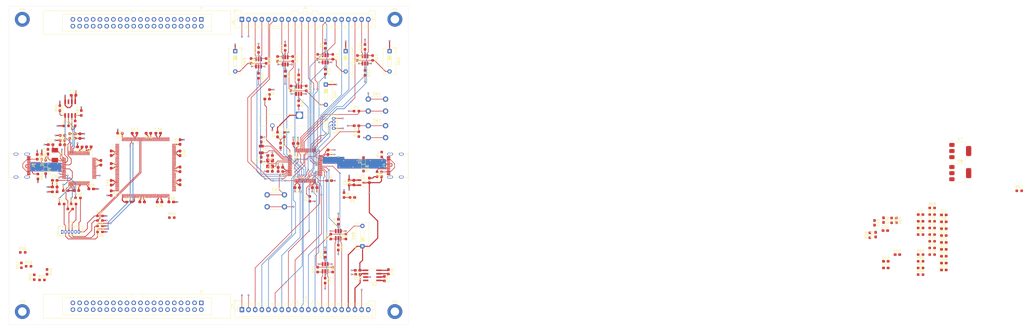
<source format=kicad_pcb>
(kicad_pcb (version 20241229) (generator "pcbnew") (generator_version "9.0")
  (layers (0 "F.Cu" signal) (2 "B.Cu" signal) (13 "F.Paste" user) (15 "B.Paste" user) (5 "F.SilkS" user "F.Silkscreen") (7 "B.SilkS" user "B.Silkscreen") (1 "F.Mask" user) (3 "B.Mask" user) (25 "Edge.Cuts" user))
  (net 0 "")
  (net 1 "GND")
  (net 2 "Net-(U1-NRST)")
  (net 3 "Net-(U1-PC14-OSC32_IN)")
  (net 4 "Net-(U1-PC15-OSC32_OUT)")
  (net 5 "Net-(U1-PH0-OSC_IN)")
  (net 6 "Net-(U1-PH1-OSC_OUT)")
  (net 7 "Net-(U1-VCAP1)")
  (net 8 "5V")
  (net 9 "3V3")
  (net 10 "Net-(D2-K)")
  (net 11 "Net-(U2-C1-)")
  (net 12 "Net-(U2-C1+)")
  (net 13 "Net-(U2-C2+)")
  (net 14 "Net-(U2-C2-)")
  (net 15 "12V")
  (net 16 "Net-(D1-A)")
  (net 17 "Net-(D4-A)")
  (net 18 "Net-(D5-A)")
  (net 19 "PA1-GPIO")
  (net 20 "PA7-GPIO")
  (net 21 "PA4-GPIO")
  (net 22 "PB6-GPIO")
  (net 23 "PA0-GPIO")
  (net 24 "PA5-GPIO")
  (net 25 "Net-(J1-Pin_6)")
  (net 26 "PA6-GPIO")
  (net 27 "PB7-GPIO")
  (net 28 "PA10-GPIO")
  (net 29 "PA9-GPIO")
  (net 30 "Net-(J2-Pin_3)")
  (net 31 "PC8-GPIO")
  (net 32 "PC9-GPIO")
  (net 33 "PC7-GPIO")
  (net 34 "PC6-GPIO")
  (net 36 "Net-(J4-CC2)")
  (net 37 "Net-(J4-CC1)")
  (net 43 "Net-(U1-VDDA{slash}VREF+)")
  (net 44 "Net-(U1-BOOT0)")
  (net 45 "Net-(U1-PB2)")
  (net 46 "PA9-MCU")
  (net 47 "PA10-MCU")
  (net 48 "PB7-MCU")
  (net 49 "PB6-MCU")
  (net 50 "PA4-MCU")
  (net 51 "PA5-MCU")
  (net 52 "PA6-MCU")
  (net 53 "PA7-MCU")
  (net 54 "PA0-MCU")
  (net 55 "PA1-MCU")
  (net 56 "PC6-MCU")
  (net 57 "PC7-MCU")
  (net 58 "PC8-MCU")
  (net 59 "PC9-MCU")
  (net 69 "Net-(J1-Pin_5)")
  (net 70 "Net-(SW5-B)")
  (net 71 "Net-(SW3-B)")
  (net 72 "Net-(SW4-B)")
  (net 73 "Net-(SW8-B)")
  (net 74 "Net-(SW6-B)")
  (net 75 "1V8")
  (net 76 "Net-(U4-OSCI)")
  (net 77 "Net-(U4-OSCO)")
  (net 78 "Net-(U4-VPLL)")
  (net 79 "Net-(U4-VPHY)")
  (net 80 "VCC_1V2")
  (net 81 "VCC_3V3")
  (net 82 "1V2")
  (net 83 "/MCU/PC13")
  (net 84 "Net-(D6-A)")
  (net 85 "Net-(D7-A)")
  (net 86 "/FPGA/PR4B")
  (net 87 "Net-(D8-K)")
  (net 88 "/FPGA/PR4A")
  (net 89 "Net-(D9-K)")
  (net 90 "Net-(D10-K)")
  (net 91 "/FPGA/PR3B")
  (net 92 "/FPGA/PR3A")
  (net 93 "Net-(D11-K)")
  (net 94 "/FPGA/PR2D")
  (net 95 "Net-(D12-K)")
  (net 96 "Net-(D13-K)")
  (net 97 "/FPGA/PR2C")
  (net 98 "/FPGA/PR2B")
  (net 99 "Net-(D14-K)")
  (net 100 "/FPGA/PR2A")
  (net 101 "Net-(D15-K)")
  (net 102 "/MCU/PC11")
  (net 103 "/MCU/PA8")
  (net 104 "/MCU/PB0")
  (net 105 "/MCU/PB1")
  (net 106 "/MCU/PC10")
  (net 107 "/MCU/PB5")
  (net 108 "/MCU/PB4")
  (net 109 "/MCU/PB10")
  (net 110 "/MCU/PB12")
  (net 111 "/MCU/PB15")
  (net 112 "/MCU/PB3")
  (net 113 "/MCU/PB13")
  (net 114 "/MCU/PB9")
  (net 115 "/MCU/PB8")
  (net 116 "/MCU/PB14")
  (net 117 "/MCU/SWDIO_PA13")
  (net 118 "/MCU/SWCLK_PA14")
  (net 119 "/MCU/D-")
  (net 120 "/MCU/D+")
  (net 121 "PT10C-TDO")
  (net 122 "PT10D-TDI")
  (net 123 "PT11D-TMS")
  (net 124 "PT11C-TCK")
  (net 125 "/FPGA/PT16D")
  (net 126 "/FPGA/PT10B")
  (net 127 "/FPGA/PT16B")
  (net 128 "/FPGA/PT17C")
  (net 129 "/FPGA/PT11B")
  (net 130 "/FPGA/PT17D")
  (net 131 "/FPGA/PT9D")
  (net 132 "/FPGA/PT12B")
  (net 133 "/FPGA/PT17A")
  (net 134 "/FPGA/PT9C")
  (net 135 "/FPGA/PT9A")
  (net 136 "/FPGA/PT12D")
  (net 137 "/FPGA/PT16C")
  (net 139 "/FPGA/PT12C")
  (net 140 "/FPGA/PT15B")
  (net 141 "/FPGA/PT11A")
  (net 142 "/FPGA/PT15C")
  (net 143 "/FPGA/PT16A")
  (net 144 "/FPGA/PT15A")
  (net 145 "/FPGA/PT9B")
  (net 146 "/FPGA/PT10A")
  (net 147 "/FPGA/PT15D")
  (net 148 "/FPGA/PT17B")
  (net 149 "/FPGA/PT12A")
  (net 150 "/FPGA/PR8C")
  (net 151 "PR10C-Tx")
  (net 152 "/FPGA/PR8B")
  (net 153 "/FPGA/PR4D")
  (net 154 "PR9D-DSRn")
  (net 155 "/FPGA/PR5A")
  (net 156 "PR9C-DCDn")
  (net 157 "/FPGA/PR5C")
  (net 158 "PR9B-DTRn")
  (net 159 "/FPGA/PR8A")
  (net 161 "PR10D-Rx")
  (net 162 "PR10A-CTSn")
  (net 163 "/FPGA/PR8D")
  (net 164 "/FPGA/PR5B")
  (net 165 "/FPGA/PR4C")
  (net 166 "/FPGA/PR5D")
  (net 167 "/FPGA/PR9A")
  (net 168 "PR10B-RTSn")
  (net 169 "FPGA_D+")
  (net 172 "FPGA_D-")
  (net 174 "Net-(J8-CC1)")
  (net 178 "Net-(J8-CC2)")
  (net 179 "Net-(U4-ADBUS0)")
  (net 180 "Net-(U4-ADBUS1)")
  (net 181 "Net-(U4-ADBUS2)")
  (net 182 "Net-(U4-ADBUS3)")
  (net 183 "Net-(U4-~{RESET})")
  (net 184 "Net-(U4-REF)")
  (net 185 "Net-(U4-EECS)")
  (net 186 "Net-(U4-EEDATA)")
  (net 187 "Net-(U5-DO)")
  (net 188 "Net-(U4-BDBUS0)")
  (net 189 "Net-(U4-BDBUS1)")
  (net 190 "Net-(U4-BDBUS2)")
  (net 191 "Net-(U4-BDBUS3)")
  (net 192 "Net-(U4-BDBUS4)")
  (net 193 "Net-(U4-EECLK)")
  (net 194 "Net-(U4-BDBUS5)")
  (net 195 "Net-(U4-BDBUS6)")
  (net 196 "Net-(U7-OUTPUT)")
  (net 197 "Net-(U8-OUTPUT)")
  (net 276 "Net-(C14-Pad2)")
  (net 277 "Net-(BT1-+)")
  (footprint "Inductor_SMD:L_0603_1608Metric_Pad1.05x0.95mm_HandSolder" (layer "F.Cu") (at 407.0515 118.798)
    (property "Reference" "L5")
    (property "Value" "600ohm 500mA")
  )
  (footprint "Resistor_SMD:R_0603_1608Metric_Pad0.98x0.95mm_HandSolder" (layer "F.Cu") (at 407.0515 131.348)
    (property "Reference" "R65")
    (property "Value" "1K")
  )
  (footprint "Resistor_SMD:R_0603_1608Metric_Pad0.98x0.95mm_HandSolder" (layer "F.Cu") (at 191.104 124.568 90)
    (property "Reference" "R31")
    (property "Value" "10k" (hide yes))
  )
  (footprint "Resistor_SMD:R_0603_1608Metric_Pad0.98x0.95mm_HandSolder" (layer "F.Cu") (at 165.4395 57.69425 -90)
    (property "Reference" "R13")
    (property "Value" "10k" (hide yes))
  )
  (footprint "Capacitor_SMD:C_0603_1608Metric_Pad1.08x0.95mm_HandSolder" (layer "F.Cu") (at 166.562 90.234 -90)
    (property "Reference" "C10")
    (property "Value" "0.1uF" (hide yes))
  )
  (footprint "Resistor_SMD:R_0603_1608Metric_Pad0.98x0.95mm_HandSolder" (layer "F.Cu") (at 407.0515 123.818)
    (property "Reference" "R62")
    (property "Value" "0")
  )
  (footprint "Capacitor_SMD:C_0603_1608Metric_Pad1.08x0.95mm_HandSolder" (layer "F.Cu") (at 184.834 103.526)
    (property "Reference" "C6")
    (property "Value" "2.2uF" (hide yes))
  )
  (footprint "Capacitor_SMD:C_0603_1608Metric_Pad1.08x0.95mm_HandSolder" (layer "F.Cu") (at 102.899 93.1995 -90)
    (property "Reference" "C44")
    (property "Value" "0.1uF" (hide yes))
  )
  (footprint "Crystal:Crystal_SMD_3215-2Pin_3.2x1.5mm" (layer "F.Cu") (at 159.291 91.78325 -90)
    (property "Reference" "Y1")
    (property "Value" "32.768KHz" (hide yes))
  )
  (footprint "Resistor_SMD:R_0603_1608Metric_Pad0.98x0.95mm_HandSolder" (layer "F.Cu") (at 201.132 57.3375 -90)
    (property "Reference" "R23")
    (property "Value" "10k" (hide yes))
  )
  (footprint "Resistor_SMD:R_0603_1608Metric_Pad0.98x0.95mm_HandSolder" (layer "F.Cu") (at 411.4015 113.778)
    (property "Reference" "R69")
    (property "Value" "1K")
  )
  (footprint "Capacitor_SMD:C_0603_1608Metric_Pad1.08x0.95mm_HandSolder" (layer "F.Cu") (at 89.859 107.262)
    (property "Reference" "C24")
    (property "Value" "0.1uF" (hide yes))
  )
  (footprint "Resistor_SMD:R_0603_1608Metric_Pad0.98x0.95mm_HandSolder" (layer "F.Cu") (at 71.8565 135.732)
    (property "Reference" "R53")
    (property "Value" "0" (hide yes))
  )
  (footprint "Package_TO_SOT_SMD:SOT-23-6_Handsoldering" (layer "F.Cu") (at 173.3625 69.512 90)
    (property "Reference" "Q2")
    (property "Value" "Q_Dual_NMOS_G1S2G2D2S1D1" (hide yes))
  )
  (footprint "Capacitor_SMD:C_0603_1608Metric_Pad1.08x0.95mm_HandSolder" (layer "F.Cu") (at 393.809 122.312)
    (property "Reference" "C51")
    (property "Value" "22uF" (hide yes))
  )
  (footprint "Capacitor_SMD:C_0603_1608Metric_Pad1.08x0.95mm_HandSolder" (layer "F.Cu") (at 179.319 106.138 180)
    (property "Reference" "C12")
    (property "Value" "0.1u" (hide yes))
  )
  (footprint "Capacitor_SMD:C_0603_1608Metric_Pad1.08x0.95mm_HandSolder" (layer "F.Cu") (at 95.3865 106.642)
    (property "Reference" "C26")
    (property "Value" "0.1uF" (hide yes))
  )
  (footprint "Capacitor_SMD:C_0603_1608Metric_Pad1.08x0.95mm_HandSolder" (layer "F.Cu") (at 172.219 89.538)
    (property "Reference" "C19")
    (property "Value" "0.1u" (hide yes))
  )
  (footprint "Resistor_SMD:R_0603_1608Metric_Pad0.98x0.95mm_HandSolder" (layer "F.Cu") (at 396.169 118.4795 -90)
    (property "Reference" "R63")
    (property "Value" "1K" (hide yes))
  )
  (footprint "Resistor_SMD:R_0603_1608Metric_Pad0.98x0.95mm_HandSolder" (layer "F.Cu") (at 88.769 112.292)
    (property "Reference" "R43")
    (property "Value" "0" (hide yes))
  )
  (footprint "LED_SMD:LED_0603_1608Metric_Pad1.05x0.95mm_HandSolder" (layer "F.Cu") (at 161.519 72.792)
    (property "Reference" "D4")
    (property "Value" "GREEN")
  )
  (footprint "Inductor_SMD:L_0603_1608Metric_Pad1.05x0.95mm_HandSolder" (layer "F.Cu") (at 407.0515 116.288)
    (property "Reference" "L4")
    (property "Value" "600ohm 500mA")
  )
  (footprint "Capacitor_SMD:C_0603_1608Metric_Pad1.08x0.95mm_HandSolder" (layer "F.Cu") (at 393.139 118.372 -90)
    (property "Reference" "C50")
    (property "Value" "10uF" (hide yes))
  )
  (footprint "Resistor_SMD:R_0603_1608Metric_Pad0.98x0.95mm_HandSolder" (layer "F.Cu") (at 407.0515 136.368)
    (property "Reference" "R67")
    (property "Value" "1K")
  )
  (footprint "Resistor_SMD:R_0603_1608Metric_Pad0.98x0.95mm_HandSolder" (layer "F.Cu") (at 411.4015 126.328)
    (property "Reference" "R74")
    (property "Value" "1K")
  )
  (footprint "Capacitor_SMD:C_0603_1608Metric_Pad1.08x0.95mm_HandSolder" (layer "F.Cu") (at 195.484 137.258 180)
    (property "Reference" "C17")
    (property "Value" "4.7uF" (hide yes))
  )
  (footprint "Resistor_SMD:R_0603_1608Metric_Pad0.98x0.95mm_HandSolder" (layer "F.Cu") (at 85.989 82.902)
    (property "Reference" "R47")
    (property "Value" "10K" (hide yes))
  )
  (footprint "Capacitor_SMD:C_0603_1608Metric_Pad1.08x0.95mm_HandSolder" (layer "F.Cu") (at 390.159 123.832 90)
    (property "Reference" "C48")
    (property "Value" "10uF" (hide yes))
  )
  (footprint "Resistor_SMD:R_0603_1608Metric_Pad0.98x0.95mm_HandSolder" (layer "F.Cu") (at 98.699 120.582 180)
    (property "Reference" "R37")
    (property "Value" "5.1K" (hide yes))
  )
  (footprint "Button_Switch_THT:SW_DIP_SPSTx01_Slide_9.78x4.72mm_W7.62mm_P2.54mm" (layer "F.Cu") (at 197.319 128.192 90)
    (property "Reference" "SW8")
    (property "Value" "SW_SPST")
  )
  (footprint "Capacitor_SMD:C_0603_1608Metric_Pad1.08x0.95mm_HandSolder" (layer "F.Cu") (at 159.289 95.57725 90)
    (property "Reference" "C3")
    (property "Value" "4.3pF" (hide yes))
  )
  (footprint "LED_SMD:LED_0603_1608Metric_Pad1.05x0.95mm_HandSolder" (layer "F.Cu") (at 415.7965 118.998)
    (property "Reference" "D8")
    (property "Value" "GREEN")
  )
  (footprint "Resistor_SMD:R_0603_1608Metric_Pad0.98x0.95mm_HandSolder" (layer "F.Cu") (at 183.3335 62.501 -90)
    (property "Reference" "R10")
    (property "Value" "10k" (hide yes))
  )
  (footprint "Capacitor_SMD:C_0603_1608Metric_Pad1.08x0.95mm_HandSolder" (layer "F.Cu") (at 89.349 86.7495 90)
    (property "Reference" "C20")
    (property "Value" "0.1uF" (hide yes))
  )
  (footprint "MAX662AESA+T:SOIC127P600X175-8N" (layer "F.Cu") (at 201.035 139.164 180)
    (property "Reference" "U2")
    (property "Value" "MAX662AESA_T")
  )
  (footprint "STM32F411RET6:QFP50P1200X1200X160-64N" (layer "F.Cu") (at 175.769 97.838)
    (property "Reference" "U1")
    (property "Value" "STM32F411RET6" (hide yes))
  )
  (footprint "Package_TO_SOT_SMD:SOT-23-6_Handsoldering" (layer "F.Cu") (at 198.282 58.0675 90)
    (property "Reference" "Q5")
    (property "Value" "Q_Dual_NMOS_G1S2G2D2S1D1" (hide yes))
  )
  (footprint "Diode_SMD:D_0603_1608Metric_Pad1.05x0.95mm_HandSolder" (layer "F.Cu") (at 78.299 96.682 90)
    (property "Reference" "D18")
    (property "Value" "D" (hide yes))
  )
  (footprint "Crystal:Crystal_SMD_3225-4Pin_3.2x2.5mm" (layer "F.Cu") (at 162.61 97.04 90)
    (property "Reference" "Y2")
    (property "Value" "25MHz")
  )
  (footprint "MountingHole:MountingHole_3.2mm_M3_DIN965_Pad_TopBottom" (layer "F.Cu") (at 69.519 152.792)
    (property "Reference" "H3")
    (property "Value" "MountingHole_Pad_MP")
  )
  (footprint "Capacitor_SMD:C_0603_1608Metric_Pad1.08x0.95mm_HandSolder" (layer "F.Cu") (at 166.508 98.508)
    (property "Reference" "C14")
    (property "Value" "0.1u" (hide yes))
  )
  (footprint "Resistor_SMD:R_0603_1608Metric_Pad0.98x0.95mm_HandSolder" (layer "F.Cu") (at 75.382 101.93 -90)
    (property "Reference" "R60")
    (property "Value" "5.1K" (hide yes))
  )
  (footprint "Package_TO_SOT_SMD:SOT-23-6_Handsoldering" (layer "F.Cu") (at 158.289 59.188 90)
    (property "Reference" "Q4")
    (property "Value" "Q_Dual_NMOS_G1S2G2D2S1D1" (hide yes))
  )
  (footprint "LED_SMD:LED_0603_1608Metric_Pad1.05x0.95mm_HandSolder" (layer "F.Cu") (at 415.7965 124.178)
    (property "Reference" "D10")
    (property "Value" "GREEN")
  )
  (footprint "Resistor_SMD:R_0603_1608Metric_Pad0.98x0.95mm_HandSolder" (layer "F.Cu") (at 183.307 141.128 -90)
    (property "Reference" "R26")
    (property "Value" "10k" (hide yes))
  )
  (footprint "Capacitor_SMD:C_0603_1608Metric_Pad1.08x0.95mm_HandSolder" (layer "F.Cu") (at 162.597 100.0275)
    (property "Reference" "C5")
    (property "Value" "12pF" (hide yes))
  )
  (footprint "Capacitor_SMD:C_0603_1608Metric_Pad1.08x0.95mm_HandSolder" (layer "F.Cu") (at 116.899 85.652 180)
    (property "Reference" "C38")
    (property "Value" "0.1uF" (hide yes))
  )
  (footprint "Resistor_SMD:R_0603_1608Metric_Pad0.98x0.95mm_HandSolder" (layer "F.Cu") (at 183.307 131.408 90)
    (property "Reference" "R24")
    (property "Value" "10k" (hide yes))
  )
  (footprint "Capacitor_SMD:C_0603_1608Metric_Pad1.08x0.95mm_HandSolder" (layer "F.Cu") (at 121.089 111.552 180)
    (property "Reference" "C36")
    (property "Value" "0.1uF" (hide yes))
  )
  (footprint "Resistor_SMD:R_0603_1608Metric_Pad0.98x0.95mm_HandSolder" (layer "F.Cu") (at 387.979 124.0595 90)
    (property "Reference" "R58")
    (property "Value" "2.2K" (hide yes))
  )
  (footprint "Connector_Hirose:Hirose_DF13-04P-1.25DSA_1x04_P1.25mm_Vertical" (layer "F.Cu") (at 186.519 83.838 90)
    (property "Reference" "J3")
    (property "Value" "Debug")
  )
  (footprint "Inductor_SMD:L_0603_1608Metric_Pad1.05x0.95mm_HandSolder" (layer "F.Cu") (at 84.5965 86.492 180)
    (property "Reference" "L3")
    (property "Value" "600ohm 500mA" (hide yes))
  )
  (footprint "Resistor_SMD:R_0603_1608Metric_Pad0.98x0.95mm_HandSolder" (layer "F.Cu") (at 84.329 112.312)
    (property "Reference" "R42")
    (property "Value" "0" (hide yes))
  )
  (footprint "Resistor_SMD:R_0603_1608Metric_Pad0.98x0.95mm_HandSolder" (layer "F.Cu") (at 173.3625 64.652 90)
    (property "Reference" "R16")
    (property "Value" "10k" (hide yes))
  )
  (footprint "Connector_USB:USB_C_Receptacle_G-Switch_GT-USB-7010ASV" (layer "F.Cu") (at 210.86 97.838 90)
    (property "Reference" "J4")
    (property "Value" "USB_C_Receptacle_USB2.0_16P")
  )
  (footprint "Connector_JST:JST_XA_B20B-XASK-1-A_1x20_P2.50mm_Vertical" (layer "F.Cu") (at 152.019 152.05926)
    (property "Reference" "J2")
    (property "Value" "Conn_01x20_Socket")
  )
  (footprint "FT2232HL:QFP50P1200X1200X160-64N" (layer "F.Cu") (at 90.85 98.838)
    (property "Reference" "U4")
    (property "Value" "FT2232HL-REEL" (hide yes))
  )
  (footprint "Diode_SMD:D_0603_1608Metric_Pad1.05x0.95mm_HandSolder" (layer "F.Cu") (at 204.481 101.115 90)
    (property "Reference" "D1")
    (property "Value" "D" (hide yes))
  )
  (footprint "Resistor_SMD:R_0603_1608Metric_Pad0.98x0.95mm_HandSolder" (layer "F.Cu") (at 177.523 110.365 90)
    (property "Reference" "R2")
    (property "Value" "10K" (hide yes))
  )
  (footprint "Diode_SMD:D_0603_1608Metric_Pad1.05x0.95mm_HandSolder" (layer "F.Cu") (at 168.008 86.1565 90)
    (property "Reference" "D3")
    (property "Value" "D_Schottky" (hide yes))
  )
  (footprint "Capacitor_SMD:C_0603_1608Metric_Pad1.08x0.95mm_HandSolder" (layer "F.Cu") (at 128.799 93.2295 -90)
    (property "Reference" "C40")
    (property "Value" "0.1uF" (hide yes))
  )
  (footprint "Resistor_SMD:R_0603_1608Metric_Pad0.98x0.95mm_HandSolder" (layer "F.Cu") (at 185.404 124.568 90)
    (property "Reference" "R29")
    (property "Value" "10k" (hide yes))
  )
  (footprint "Button_Switch_THT:SW_PUSH_6mm" (layer "F.Cu") (at 199.519 72.838)
    (property "Reference" "SW1")
    (property "Value" "BOOT0")
  )
  (footprint "LED_SMD:LED_0603_1608Metric_Pad1.05x0.95mm_HandSolder" (layer "F.Cu") (at 415.7965 134.538)
    (property "Reference" "D14")
    (property "Value" "GREEN")
  )
  (footprint "LED_SMD:LED_0603_1608Metric_Pad1.05x0.95mm_HandSolder" (layer "F.Cu") (at 415.7965 129.358)
    (property "Reference" "D12")
    (property "Value" "GREEN")
  )
  (footprint "Capacitor_SMD:C_0603_1608Metric_Pad1.08x0.95mm_HandSolder" (layer "F.Cu") (at 111.689 85.652)
    (property "Reference" "C47")
    (property "Value" "0.1uF" (hide yes))
  )
  (footprint "Capacitor_SMD:C_0603_1608Metric_Pad1.08x0.95mm_HandSolder" (layer "F.Cu") (at 102.899 104.322 90)
    (property "Reference" "C46")
    (property "Value" "0.1uF" (hide yes))
  )
  (footprint "Resistor_SMD:R_0603_1608Metric_Pad0.98x0.95mm_HandSolder" (layer "F.Cu") (at 198.282 53.2075 90)
    (property "Reference" "R20")
    (property "Value" "10k" (hide yes))
  )
  (footprint "Battery:Battery_Panasonic_CR2032-VS1N_Vertical_CircularHoles" (layer "F.Cu") (at 173.664 78.907 180)
    (property "Reference" "BT1")
    (property "Value" "Battery_Cell")
  )
  (footprint "LED_SMD:LED_0603_1608Metric_Pad1.05x0.95mm_HandSolder" (layer "F.Cu") (at 415.7965 131.948)
    (property "Reference" "D13")
    (property "Value" "GREEN")
  )
  (footprint "Resistor_SMD:R_0603_1608Metric_Pad0.98x0.95mm_HandSolder" (layer "F.Cu") (at 204.559 93.678 90)
    (property "Reference" "R4")
    (property "Value" "5.1K" (hide yes))
  )
  (footprint "Connector_IDC:IDC-Header_2x20_P2.54mm_Latch_Vertical" (layer "F.Cu") (at 136.77964 149.51926 -90)
    (property "Reference" "J7")
    (property "Value" "Conn_02x20_Odd_Even")
  )
  (footprint "Inductor_SMD:L_0603_1608Metric_Pad1.05x0.95mm_HandSolder" (layer "F.Cu") (at 81.704 107.732 180)
    (property "Reference" "L2")
    (property "Value" "600ohm 500mA" (hide yes))
  )
  (footprint "Package_TO_SOT_SMD:SOT-23-6_Handsoldering" (layer "F.Cu") (at 183.307 136.268 -90)
    (property "Reference" "Q6")
    (property "Value" "Q_Dual_NMOS_G1S2G2D2S1D1" (hide yes))
  )
  (footprint "LED_SMD:LED_0603_1608Metric_Pad1.05x0.95mm_HandSolder" (layer "F.Cu") (at 415.7965 137.128)
    (property "Reference" "D15")
    (property "Value" "GREEN")
  )
  (footprint "Button_Switch_THT:SW_DIP_SPSTx01_Slide_9.78x4.72mm_W7.62mm_P2.54mm" (layer "F.Cu") (at 207.519 54.792 -90)
    (property "Reference" "SW5")
    (property "Value" "SW_SPST")
  )
  (footprint "Capacitor_SMD:C_0603_1608Metric_Pad1.08x0.95mm_HandSolder" (layer "F.Cu") (at 79.139 92.602 90)
    (property "Reference" "C23")
    (property "Value" "18pF" (hide yes))
  )
  (footprint "Resistor_SMD:R_0603_1608Metric_Pad0.98x0.95mm_HandSolder" (layer "F.Cu") (at 90.449 110.022)
    (property "Reference" "R40")
    (property "Value" "0" (hide yes))
  )
  (footprint "Resistor_SMD:R_0603_1608Metric_Pad0.98x0.95mm_HandSolder" (layer "F.Cu") (at 195.963 86.0245 90)
    (property "Reference" "R3")
    (property "Value" "10K" (hide yes))
  )
  (footprint "LED_SMD:LED_0603_1608Metric_Pad1.05x0.95mm_HandSolder" (layer "F.Cu") (at 415.7965 121.588)
    (property "Reference" "D9")
    (property "Value" "GREEN")
  )
  (footprint "Resistor_SMD:R_0603_1608Metric_Pad0.98x0.95mm_HandSolder" (layer "F.Cu") (at 171.1405 57.69475 -90)
    (property "Reference" "R15")
    (property "Value" "10k" (hide yes))
  )
  (footprint "Resistor_SMD:R_0603_1608Metric_Pad0.98x0.95mm_HandSolder" (layer "F.Cu") (at 91.679 78.062 90)
    (property "Reference" "R48")
    (property "Value" "10K" (hide yes))
  )
  (footprint "Package_TO_SOT_SMD:SOT-223" (layer "F.Cu") (at 421.9715 100.688)
    (property "Reference" "U8")
    (property "Value" "NCP1117")
  )
  (footprint "Resistor_SMD:R_0603_1608Metric_Pad0.98x0.95mm_HandSolder" (layer "F.Cu") (at 78.804 137.8435 -90)
    (property "Reference" "R49")
    (property "Value" "0" (hide yes))
  )
  (footprint "Diode_SMD:D_0603_1608Metric_Pad1.05x0.95mm_HandSolder" (layer "F.Cu") (at 78.299 99.987 -90)
    (property "Reference" "D19")
    (property "Value" "D" (hide yes))
  )
  (footprint "Resistor_SMD:R_0603_1608Metric_Pad0.98x0.95mm_HandSolder" (layer "F.Cu") (at 180.4565 136.998 90)
    (property "Reference" "R25")
    (property "Value" "10k" (hide yes))
  )
  (footprint "Crystal:Crystal_SMD_TXC_7A-2Pin_5x3.2mm" (layer "F.Cu") (at 81.749 93.912 -90)
    (property "Reference" "Y3")
    (property "Value" "12MHz" (hide yes))
  )
  (footprint "Capacitor_SMD:C_0603_1608Metric_Pad1.08x0.95mm_HandSolder" (layer "F.Cu") (at 184.359 92.818 -90)
    (property "Reference" "C11")
    (property "Value" "0.1u" (hide yes))
  )
  (footprint "Resistor_SMD:R_0603_1608Metric_Pad0.98x0.95mm_HandSolder" (layer "F.Cu") (at 407.0515 138.878)
    (property "Reference" "R68")
    (property "Value" "1K")
  )
  (footprint "Package_TO_SOT_SMD:SOT-23-6_Handsoldering" (layer "F.Cu") (at 188.254 123.838 -90)
    (property "Reference" "Q7")
    (property "Value" "Q_Dual_NMOS_G1S2G2D2S1D1" (hide yes))
  )
  (footprint "MountingHole:MountingHole_3.2mm_M3_DIN965_Pad_TopBottom" (layer "F.Cu") (at 69.519 42.792)
    (property "Reference" "H4")
    (property "Value" "MountingHole_Pad_MP")
  )
  (footprint "Capacitor_SMD:C_0603_1608Metric_Pad1.08x0.95mm_HandSolder" (layer "F.Cu") (at 81.704 103.402)
    (property "Reference" "C30")
    (property "Value" "0.1uF" (hide yes))
  )
  (footprint "Capacitor_SMD:C_0603_1608Metric_Pad1.08x0.95mm_HandSolder" (layer "F.Cu") (at 106.2365 85.652 180)
    (property "Reference" "C53")
    (property "Value" "0.1uF" (hide yes))
  )
  (footprint "Capacitor_SMD:C_0603_1608Metric_Pad1.08x0.95mm_HandSolder" (layer "F.Cu") (at 102.899 97.962 -90)
    (property "Reference" "C45")
    (property "Value" "0.1uF" (hide yes))
  )
  (footprint "Resistor_SMD:R_0603_1608Metric_Pad0.98x0.95mm_HandSolder" (layer "F.Cu") (at 162.396 70.1855 -90)
    (property "Reference" "R7")
    (property "Value" "1K" (hide yes))
  )
  (footprint "Resistor_SMD:R_0603_1608Metric_Pad0.98x0.95mm_HandSolder" (layer "F.Cu") (at 155.439 58.458 -90)
    (property "Reference" "R33")
    (property "Value" "10k" (hide yes))
  )
  (footprint "Resistor_SMD:R_0603_1608Metric_Pad0.98x0.95mm_HandSolder" (layer "F.Cu") (at 69.174 135.391 90)
    (property "Reference" "R52")
    (property "Value" "0" (hide yes))
  )
  (footprint "Button_Switch_THT:SW_DIP_SPSTx01_Slide_9.78x4.72mm_W7.62mm_P2.54mm" (layer "F.Cu") (at 149.519 54.792 -90)
    (property "Reference" "SW6")
    (property "Value" "SW_SPST")
  )
  (footprint "LED_SMD:LED_0603_1608Metric_Pad1.05x0.95mm_HandSolder" (layer "F.Cu") (at 193.519 109.838 180)
    (property "Reference" "D5")
    (property "Value" "RED")
  )
  (footprint "Capacitor_SMD:C_0603_1608Metric_Pad1.08x0.95mm_HandSolder" (layer "F.Cu") (at 88.769 71.412)
    (property "Reference" "C29")
    (property "Value" "0.1uF" (hide yes))
  )
  (footprint "Button_Switch_THT:SW_DIP_SPSTx01_Slide_9.78x4.72mm_W7.62mm_P2.54mm" (layer "F.Cu") (at 191.019 54.792 -90)
    (property "Reference" "SW3")
    (property "Value" "SW_SPST")
  )
  (footprint "Resistor_SMD:R_0603_1608Metric_Pad0.98x0.95mm_HandSolder" (layer "F.Cu") (at 180.4835 56.911 -90)
    (property "Reference" "R9")
    (property "Value" "10k" (hide yes))
  )
  (footprint "Resistor_SMD:R_0603_1608Metric_Pad0.98x0.95mm_HandSolder" (layer "F.Cu") (at 173.3625 74.372 -90)
    (property "Reference" "R18")
    (property "Value" "10k" (hide yes))
  )
  (footprint "Capacitor_SMD:C_0603_1608Metric_Pad1.08x0.95mm_HandSolder" (layer "F.Cu") (at 199.924 103.4055 90)
    (property "Reference" "C7")
    (property "Value" "4.7uF" (hide yes))
  )
  (footprint "Resistor_SMD:R_0603_1608Metric_Pad0.98x0.95mm_HandSolder" (layer "F.Cu") (at 183.3335 52.781 90)
    (property "Reference" "R8")
    (property "Value" "10k" (hide yes))
  )
  (footprint "Package_TO_SOT_SMD:SOT-23" (layer "F.Cu") (at 197.1165 104.268)
    (property "Reference" "U3")
    (property "Value" "MCP1792x-3302xCB" (hide yes))
  )
  (footprint "Resistor_SMD:R_0603_1608Metric_Pad0.98x0.95mm_HandSolder" (layer "F.Cu") (at 69.6865 130.512)
    (property "Reference" "R56")
    (property "Value" "0" (hide yes))
  )
  (footprint "Resistor_SMD:R_0603_1608Metric_Pad0.98x0.95mm_HandSolder" (layer "F.Cu") (at 411.4015 118.798)
    (property "Reference" "R71")
    (property "Value" "1K")
  )
  (footprint "Resistor_SMD:R_0603_1608Metric_Pad0.98x0.95mm_HandSolder" (layer "F.Cu") (at 89.379 81.962 90)
    (property "Reference" "R54")
    (property "Value" "2.2K" (hide yes))
  )
  (footprint "Capacitor_SMD:C_0603_1608Metric_Pad1.08x0.95mm_HandSolder" (layer "F.Cu") (at 120.569 85.652)
    (property "Reference" "C39")
    (property "Value" "0.1uF" (hide yes))
  )
  (footprint "Resistor_SMD:R_0603_1608Metric_Pad0.98x0.95mm_HandSolder" (layer "F.Cu") (at 195.432 57.3375 -90)
    (property "Reference" "R21")
    (property "Value" "10k" (hide yes))
  )
  (footprint "Capacitor_SMD:C_0603_1608Metric_Pad1.08x0.95mm_HandSolder" (layer "F.Cu") (at 195.096 82.852 180)
    (property "Reference" "C1")
    (property "Value" "0.1u" (hide yes))
  )
  (footprint "Capacitor_SMD:C_0603_1608Metric_Pad1.08x0.95mm_HandSolder" (layer "F.Cu") (at 205.575 140.4 -90)
    (property "Reference" "C15")
    (property "Value" "0.22uF" (hide yes))
  )
  (footprint "Capacitor_SMD:C_0603_1608Metric_Pad1.08x0.95mm_HandSolder" (layer "F.Cu") (at 172.819 106.138 180)
    (property "Reference" "C13")
    (property "Value" "0.1u" (hide yes))
  )
  (footprint "Capacitor_SMD:C_0603_1608Metric_Pad1.08x0.95mm_HandSolder" (layer "F.Cu") (at 125.459 111.552)
    (property "Reference" "C56")
    (property "Value" "0.01uF" (hide yes))
  )
  (footprint "Resistor_SMD:R_0603_1608Metric_Pad0.98x0.95mm_HandSolder" (layer "F.Cu") (at 168.29 53.56425 90)
    (property "Reference" "R12")
    (property "Value" "10k" (hide yes))
  )
  (footprint "Package_TO_SOT_SMD:SOT-23-6_Handsoldering" (layer "F.Cu") (at 183.3335 57.641 90)
    (property "Reference" "Q3")
    (property "Value" "Q_Dual_NMOS_G1S2G2D2S1D1" (hide yes))
  )
  (footprint "Capacitor_SMD:C_0603_1608Metric_Pad1.08x0.95mm_HandSolder" (layer "F.Cu") (at 84.5965 90.042)
    (property "Reference" "C33")
    (property "Value" "4.7uF" (hide yes))
  )
  (footprint "Resistor_SMD:R_0603_1608Metric_Pad0.98x0.95mm_HandSolder" (layer "F.Cu") (at 411.4015 131.348)
    (property "Reference" "R76")
    (property "Value" "1K")
  )
  (footprint "Connector_USB:USB_C_Receptacle_G-Switch_GT-USB-7010ASV" (layer "F.Cu") (at 68.204 97.838 -90)
    (property "Reference" "J8")
    (property "Value" "USB_C_Receptacle_USB2.0_16P")
  )
  (footprint "Resistor_SMD:R_0603_1608Metric_Pad0.98x0.95mm_HandSolder" (layer "F.Cu") (at 444.1215 107.328)
    (property "Reference" "R57")
    (property "Value" "2.2K")
  )
  (footprint "Resistor_SMD:R_0603_1608Metric_Pad0.98x0.95mm_HandSolder" (layer "F.Cu") (at 188.254 128.698 -90)
    (property "Reference" "R30")
    (property "Value" "10k" (hide yes))
  )
  (footprint "Resistor_SMD:R_0603_1608Metric_Pad0.98x0.95mm_HandSolder" (layer "F.Cu") (at 168.29 63.28425 -90)
    (property "Reference" "R14")
    (property "Value" "10k" (hide yes))
  )
  (footprint "Resistor_SMD:R_0603_1608Metric_Pad0.98x0.95mm_HandSolder" (layer "F.Cu") (at 411.4015 123.818)
    (property "Reference" "R73")
    (property "Value" "1K")
  )
  (footprint "Diode_SMD:D_0603_1608Metric_Pad1.05x0.95mm_HandSolder" (layer "F.Cu") (at 75.123 94.563 -90)
    (property "Reference" "D6")
    (property "Value" "D" (hide yes))
  )
  (footprint "Capacitor_SMD:C_0603_1608Metric_Pad1.08x0.95mm_HandSolder" (layer "F.Cu") (at 128.799 104.192 90)
    (property "Reference" "C37")
    (property "Value" "0.1uF" (hide yes))
  )
  (footprint "Resistor_SMD:R_0603_1608Metric_Pad0.98x0.95mm_HandSolder" (layer "F.Cu") (at 98.699 116.782)
    (property "Reference" "R39")
    (property "Value" "2.2K" (hide yes))
  )
  (footprint "Resistor_SMD:R_0603_1608Metric_Pad0.98x0.95mm_HandSolder" (layer "F.Cu") (at 411.4015 116.288)
    (property "Reference" "R70")
    (property "Value" "1K")
  )
  (footprint "Connector_Hirose:Hirose_DF13-06P-1.25DSA_1x06_P1.25mm_Vertical" (layer "F.Cu") (at 84.519 122.792)
    (property "Reference" "J5")
    (property "Value" "Conn_01x06_Socket")
  )
  (footprint "Capacitor_SMD:C_0603_1608Metric_Pad1.08x0.95mm_HandSolder" (layer "F.Cu") (at 195.599 138.806 180)
    (property "Reference" "C18")
    (property "Value" "4.7uF" (hide yes))
  )
  (footprint "Resistor_SMD:R_0603_1608Metric_Pad0.98x0.95mm_HandSolder" (layer "F.Cu") (at 98.699 118.522 180)
    (property "Reference" "R36")
    (property "Value" "5.1K" (hide yes))
  )
  (footprint "Capacitor_SMD:C_0603_1608Metric_Pad1.08x0.95mm_HandSolder" (layer "F.Cu") (at 94.499 90.762 180)
    (property "Reference" "C25")
    (property "Value" "0.1uF" (hide yes))
  )
  (footprint "Capacitor_SMD:C_0603_1608Metric_Pad1.08x0.95mm_HandSolder" (layer "F.Cu") (at 102.899 108.212 -90)
    (property "Reference" "C54")
    (property "Value" "1uF" (hide yes))
  )
  (footprint "Inductor_SMD:L_0603_1608Metric_Pad1.05x0.95mm_HandSolder" (layer "F.Cu") (at 166.519 100.098 180)
    (property "Reference" "L1")
    (property "Value" "10uH ±10%" (hide yes))
  )
  (footprint "Resistor_SMD:R_0603_1608Metric_Pad0.98x0.95mm_HandSolder" (layer "F.Cu") (at 87.529 114.182)
    (property "Reference" "R41")
    (property "Value" "0" (hide yes))
  )
  (footprint "Resistor_SMD:R_0603_1608Metric_Pad0.98x0.95mm_HandSolder" (layer "F.Cu") (at 76.839 94.563 -90)
    (property "Reference" "R59")
    (property "Value" "5.1K" (hide yes))
  )
  (footprint "Resistor_SMD:R_0603_1608Metric_Pad0.98x0.95mm_HandSolder" (layer "F.Cu") (at 190.403 108.9255 -90)
    (property "Reference" "R6")
    (property "Value" "5.1K" (hide yes))
  )
  (footprint "Resistor_SMD:R_0603_1608Metric_Pad0.98x0.95mm_HandSolder" (layer "F.Cu") (at 161.139 58.458 -90)
    (property "Reference" "R35")
    (property "Value" "10k" (hide yes))
  )
  (footprint "Capacitor_SMD:C_0603_1608Metric_Pad1.08x0.95mm_HandSolder" (layer "F.Cu") (at 128.799 99.2595 90)
    (property "Reference" "C41")
    (property "Value" "0.1uF" (hide yes))
  )
  (footprint "Capacitor_SMD:C_0603_1608Metric_Pad1.08x0.95mm_HandSolder" (layer "F.Cu") (at 162.6255 94.0515 180)
    (property "Reference" "C4")
    (property "Value" "12pF" (hide yes))
  )
  (footprint "Capacitor_SMD:C_0603_1608Metric_Pad1.08x0.95mm_HandSolder" (layer "F.Cu") (at 389.749 119.382 -90)
    (property "Reference" "C49")
    (property "Value" "22uF" (hide yes))
  )
  (footprint "Resistor_SMD:R_0603_1608Metric_Pad0.98x0.95mm_HandSolder" (layer "F.Cu") (at 98.699 122.792 180)
    (property "Reference" "R38")
    (property "Value" "5.1K" (hide yes))
  )
  (footprint "Resistor_SMD:R_0603_1608Metric_Pad0.98x0.95mm_HandSolder" (layer "F.Cu") (at 85.839 107.282)
    (property "Reference" "R44")
    (property "Value" "2.2K" (hide yes))
  )
  (footprint "Capacitor_SMD:C_0603_1608Metric_Pad1.08x0.95mm_HandSolder" (layer "F.Cu") (at 84.5965 88.332)
    (property "Reference" "C32")
    (property "Value" "0.1uF" (hide yes))
  )
  (footprint "Resistor_SMD:R_0603_1608Metric_Pad0.98x0.95mm_HandSolder" (layer "F.Cu") (at 202.819 101.115 -90)
    (property "Reference" "R5")
    (property "Value" "5.1K" (hide yes))
  )
  (footprint "Resistor_SMD:R_0603_1608Metric_Pad0.98x0.95mm_HandSolder" (layer "F.Cu") (at 170.5125 68.782 -90)
    (property "Reference" "R17")
    (property "Value" "10k" (hide yes))
  )
  (footprint "Resistor_SMD:R_0603_1608Metric_Pad0.98x0.95mm_HandSolder" (layer "F.Cu") (at 73.994 139.8535 90)
    (property "Reference" "R50")
    (property "Value" "0" (hide yes))
  )
  (footprint "Capacitor_SMD:C_0603_1608Metric_Pad1.08x0.95mm_HandSolder" (layer "F.Cu") (at 91.189 86.7495 90)
    (property "Reference" "C21")
    (property "Value" "10uF" (hide yes))
  )
  (footprint "Resistor_SMD:R_0603_1608Metric_Pad0.98x0.95mm_HandSolder" (layer "F.Cu") (at 158.289 64.048 -90)
    (property "Reference" "R34")
    (property "Value" "10k" (hide yes))
  )
  (footprint "Resistor_SMD:R_0603_1608Metric_Pad0.98x0.95mm_HandSolder" (layer "F.Cu") (at 76.9065 140.8935)
    (property "Reference" "R51")
    (property "Value" "0" (hide yes))
  )
  (footprint "Capacitor_SMD:C_0603_1608Metric_Pad1.08x0.95mm_HandSolder" (layer "F.Cu") (at 207.095 137.8615 -90)
    (property "Reference" "C16")
    (property "Value" "0.22uF" (hide yes))
  )
  (footprint "Connector_IDC:IDC-Header_2x20_P2.54mm_Latch_Vertical" (layer "F.Cu") (at 136.78002 42.838 -90)
    (property "Reference" "J6")
    (property "Value" "Conn_02x20_Odd_Even")
  )
  (footprint "MountingHole:MountingHole_3.2mm_M3_DIN965_Pad_TopBottom" (layer "F.Cu") (at 209.519 42.792)
    (property "Reference" "H1")
    (property "Value" "MountingHole_Pad_MP")
  )
  (footprint "MountingHole:MountingHole_3.2mm_M3_DIN965_Pad_TopBottom" (layer "F.Cu") (at 209.519 152.792)
    (property "Reference" "H2")
    (property "Value" "MountingHole_Pad_MP")
  )
  (footprint "Resistor_SMD:R_0603_1608Metric_Pad0.98x0.95mm_HandSolder" (layer "F.Cu") (at 411.4015 121.308)
    (property "Reference" "R72")
    (property "Value" "1K")
  )
  (footprint "Button_Switch_THT:SW_DIP_SPSTx01_Slide_9.78x4.72mm_W7.62mm_P2.54mm" (layer "F.Cu") (at 183.573 67.337 -90)
    (property "Reference" "SW4")
    (property "Value" "SW_SPST")
  )
  (footprint "Capacitor_SMD:C_0603_1608Metric_Pad1.08x0.95mm_HandSolder" (layer "F.Cu") (at 99.059 96.782 90)
    (property "Reference" "C27")
    (property "Value" "0.1uF" (hide yes))
  )
  (footprint "Diode_SMD:D_0603_1608Metric_Pad1.05x0.95mm_HandSolder" (layer "F.Cu") (at 197.719 95.718 90)
    (property "Reference" "D17")
    (property "Value" "D" (hide yes))
  )
  (footprint "Package_SO:SO-8_3.9x4.9mm_P1.27mm" (layer "F.Cu") (at 87.499 76.402 90)
    (property "Reference" "U5")
    (property "Value" "93LCxxC" (hide yes))
  )
  (footprint "Resistor_SMD:R_0603_1608Metric_Pad0.98x0.95mm_HandSolder" (layer "F.Cu") (at 411.4015 128.838)
    (property "Reference" "R75")
    (property "Value" "1K")
  )
  (footprint "Capacitor_SMD:C_0603_1608Metric_Pad1.08x0.95mm_HandSolder" (layer "F.Cu") (at 194.114 104.258 90)
    (property "Reference" "C8")
    (property "Value" "4.7uF" (hide yes))
  )
  (footprint "Package_TO_SOT_SMD:SOT-23-6_Handsoldering" (layer "F.Cu") (at 168.29 58.42425 90)
    (property "Reference" "Q1")
    (property "Value" "Q_Dual_NMOS_G1S2G2D2S1D1" (hide yes))
  )
  (footprint "Resistor_SMD:R_0603_1608Metric_Pad0.98x0.95mm_HandSolder" (layer "F.Cu") (at 176.2125 68.782 -90)
    (property "Reference" "R19")
    (property "Value" "10k" (hide yes))
  )
  (footprint "Capacitor_SMD:C_0603_1608Metric_Pad1.08x0.95mm_HandSolder" (layer "F.Cu") (at 91.1115 90.822 180)
    (property "Reference" "C28")
    (property "Value" "0.1uF" (hide yes))
  )
  (footprint "Capacitor_SMD:C_0603_1608Metric_Pad1.08x0.95mm_HandSolder" (layer "F.Cu") (at 81.704 105.912)
    (property "Reference" "C31")
    (property "Value" "4.7uF" (hide yes))
  )
  (footprint "Capacitor_SMD:C_0603_1608Metric_Pad1.08x0.95mm_HandSolder" (layer "F.Cu") (at 80.139 89.962)
    (property "Reference" "C22")
    (property "Value" "18pF" (hide yes))
  )
  (footprint "Resistor_SMD:R_0603_1608Metric_Pad0.98x0.95mm_HandSolder" (layer "F.Cu") (at 198.282 62.9275 -90)
    (property "Reference" "R22")
    (property "Value" "10k" (hide yes))
  )
  (footprint "Capacitor_SMD:C_0603_1608Metric_Pad1.08x0.95mm_HandSolder" (layer "F.Cu") (at 398.3515 131.348)
    (property "Reference" "C52")
    (property "Value" "0.1uF")
  )
  (footprint "Diode_SMD:D_0603_1608Metric_Pad1.05x0.95mm_HandSolder" (layer "F.Cu") (at 197.729 99.0105 -90)
    (property "Reference" "D16")
    (property "Value" "D" (hide yes))
  )
  (footprint "LED_SMD:LED_0603_1608Metric_Pad1.05x0.95mm_HandSolder" (layer "F.Cu") (at 415.7965 126.768)
    (property "Reference" "D11")
    (property "Value" "GREEN")
  )
  (footprint "Resistor_SMD:R_0603_1608Metric_Pad0.98x0.95mm_HandSolder" (layer "F.Cu") (at 87.379 86.7495 -90)
    (property "Reference" "R45")
    (property "Value" "12K 1%" (hide yes))
  )
  (footprint "Capacitor_SMD:C_0603_1608Metric_Pad1.08x0.95mm_HandSolder" (layer "F.Cu") (at 128.799 88.992 90)
    (property "Reference" "C55")
    (property "Value" "10uF" (hide yes))
  )
  (footprint "Resistor_SMD:R_0603_1608Metric_Pad0.98x0.95mm_HandSolder" (layer "F.Cu") (at 186.1835 56.911 -90)
    (property "Reference" "R11")
    (property "Value" "10k" (hide yes))
  )
  (footprint "Diode_SMD:D_0603_1608Metric_Pad1.05x0.95mm_HandSolder" (layer "F.Cu") (at 165.418 86.1565 90)
    (property "Reference" "D2")
    (property "Value" "D_Schottky" (hide yes))
  )
  (footprint "Resistor_SMD:R_0603_1608Metric_Pad0.98x0.95mm_HandSolder" (layer "F.Cu") (at 125.6965 117.432)
    (property "Reference" "R55")
    (property "Value" "0" (hide yes))
  )
  (footprint "Resistor_SMD:R_0603_1608Metric_Pad0.98x0.95mm_HandSolder" (layer "F.Cu") (at 407.0515 121.308)
    (property "Reference" "R61")
    (property "Value" "100")
  )
  (footprint "Capacitor_SMD:C_0603_1608Metric_Pad1.08x0.95mm_HandSolder" (layer "F.Cu") (at 109.629 111.552)
    (property "Reference" "C34")
    (property "Value" "0.1uF" (hide yes))
  )
  (footprint "Resistor_SMD:R_0603_1608Metric_Pad0.98x0.95mm_HandSolder" (layer "F.Cu") (at 186.1575 136.998 90)
    (property "Reference" "R27")
    (property "Value" "10k" (hide yes))
  )
  (footprint "Resistor_SMD:R_0603_1608Metric_Pad0.98x0.95mm_HandSolder" (layer "F.Cu") (at 407.0515 133.858)
    (property "Reference" "R66")
    (property "Value" "1K")
  )
  (footprint "Resistor_SMD:R_0603_1608Metric_Pad0.98x0.95mm_HandSolder" (layer "F.Cu") (at 195.0745 77.342)
    (property "Reference" "R1")
    (property "Value" "10k" (hide yes))
  )
  (footprint "Connector_JST:JST_XA_B20B-XASK-1-A_1x20_P2.50mm_Vertical" (layer "F.Cu") (at 152.019 42.838)
    (property "Reference" "J1")
    (property "Value" "Conn_01x20_Socket")
  )
  (footprint "Button_Switch_THT:SW_PUSH_6mm" (layer "F.Cu") (at 199.519 82.838)
    (property "Reference" "SW2")
    (property "Value" "NRST")
  )
  (footprint "Resistor_SMD:R_0603_1608Metric_Pad0.98x0.95mm_HandSolder" (layer "F.Cu") (at 397.969 118.442 -90)
    (property "Reference" "R64")
    (property "Value" "0" (hide yes))
  )
  (footprint "Button_Switch_THT:SW_PUSH_6mm" (layer "F.Cu") (at 161.519 108.838)
    (property "Reference" "SW7")
    (property "Value" "KEY")
  )
  (footprint "Resistor_SMD:R_0603_1608Metric_Pad0.98x0.95mm_HandSolder" (layer "F.Cu") (at 188.254 118.978 90)
    (property "Reference" "R28")
    (property "Value" "10k" (hide yes))
  )
  (footprint "LCMXO2-1200ZE-1TG144C:QFP50P2200X2200X160-144N" (layer "F.Cu") (at 115.849 98.602)
    (property "Reference" "U6")
    (property "Value" "LCMXO2-1200ZE-1TG144C" (hide yes))
  )
  (footprint "Resistor_SMD:R_0603_1608Metric_Pad0.98x0.95mm_HandSolder" (layer "F.Cu") (at 158.289 54.328 90)
    (property "Reference" "R32")
    (property "Value" "10k" (hide yes))
  )
  (footprint "Package_TO_SOT_SMD:SOT-223" (layer "F.Cu") (at 421.9715 92.363)
    (property "Reference" "U7")
    (property "Value" "FAN1112")
  )
  (footprint "Resistor_SMD:R_0603_1608Metric_Pad0.98x0.95mm_HandSolder" (layer "F.Cu") (at 83.629 76.242 90)
    (property "Reference" "R46")
    (property "Value" "10K" (hide yes))
  )
  (footprint "Capacitor_SMD:C_0603_1608Metric_Pad1.08x0.95mm_HandSolder" (layer "F.Cu") (at 394.0015 133.858)
    (property "Reference" "C42")
    (property "Value" "0.1uF")
  )
  (footprint "Capacitor_SMD:C_0603_1608Metric_Pad1.08x0.95mm_HandSolder" (layer "F.Cu") (at 192.324 104.258 90)
    (property "Reference" "C9")
    (property "Value" "0.01uF" (hide yes))
  )
  (footprint "Capacitor_SMD:C_0603_1608Metric_Pad1.08x0.95mm_HandSolder" (layer "F.Cu") (at 114.5415 111.552)
    (property "Reference" "C35")
    (property "Value" "0.1uF" (hide yes))
  )
  (footprint "Capacitor_SMD:C_0603_1608Metric_Pad1.08x0.95mm_HandSolder" (layer "F.Cu") (at 394.0015 136.368)
    (property "Reference" "C43")
    (property "Value" "0.1uF")
  )
  (footprint "Capacitor_SMD:C_0603_1608Metric_Pad1.08x0.95mm_HandSolder" (layer "F.Cu") (at 159.293 88.05125 -90)
    (property "Reference" "C2")
    (property "Value" "4.3pF" (hide yes))
  )
  (footprint "LED_SMD:LED_0603_1608Metric_Pad1.05x0.95mm_HandSolder" (layer "F.Cu") (at 415.7965 116.408)
    (property "Reference" "D7")
    (property "Value" "GREEN")
  )
  (gr_rect (start 64.519 37.792) (end 214.519 157.792) (stroke (width 0.05)) (fill no) (layer "Edge.Cuts"))
  (segment (start 111.599 109.272) (end 111.599 110.432) (width 0.25) (layer "F.Cu") (net 1))
  (segment (start 112.299 86.792) (end 112.5515 86.5395) (width 0.4) (layer "F.Cu") (net 1))
  (segment (start 126.519 93.352) (end 127.429 93.352) (width 0.25) (layer "F.Cu") (net 1))
  (segment (start 78.316 102.3495) (end 78.299 102.3325) (width 0.4) (layer "F.Cu") (net 1))
  (segment (start 179.019 104.528) (end 178.4565 105.0905) (width 0.3) (layer "F.Cu") (net 1))
  (segment (start 163.494 82.757) (end 163.494 84.587) (width 0.4) (layer "F.Cu") (net 1))
  (segment (start 115.099 110.402) (end 115.404 110.707) (width 0.4) (layer "F.Cu") (net 1))
  (segment (start 194.162 77.342) (end 192.169 77.342) (width 0.2) (layer "F.Cu") (net 1))
  (segment (start 105.374 85.652) (end 105.374 84.247) (width 0.4) (layer "F.Cu") (net 1))
  (segment (start 85.17 99.588) (end 85.17 100.088) (width 0.25) (layer "F.Cu") (net 1))
  (segment (start 126.519 98.852) (end 127.489 98.852) (width 0.25) (layer "F.Cu") (net 1))
  (segment (start 89.404 73.827) (end 89.404 71.6395) (width 0.4) (layer "F.Cu") (net 1))
  (segment (start 154.519 42.838) (end 154.519 49.26) (width 0.2) (layer "F.Cu") (net 1))
  (segment (start 171.959 105.1) (end 171.956 105.1) (width 0.2) (layer "F.Cu") (net 1))
  (segment (start 177.523 111.2775) (end 179.4625 111.2775) (width 0.2) (layer "F.Cu") (net 1))
  (segment (start 96.53 95.588) (end 97.655 95.588) (width 0.25) (layer "F.Cu") (net 1))
  (segment (start 127.429 103.852) (end 127.689 103.592) (width 0.25) (layer "F.Cu") (net 1))
  (segment (start 163.488 94.0515) (end 163.488 92.882) (width 0.2) (layer "F.Cu") (net 1))
  (segment (start 83.281 100.088) (end 82.819 99.626) (width 0.25) (layer "F.Cu") (net 1))
  (segment (start 115.099 109.272) (end 115.099 110.402) (width 0.25) (layer "F.Cu") (net 1))
  (segment (start 89.6315 71.412) (end 89.6315 69.6995) (width 0.4) (layer "F.Cu") (net 1))
  (segment (start 192.324 103.3955) (end 192.324 101.598) (width 0.4) (layer "F.Cu") (net 1))
  (segment (start 101.379 109.0745) (end 101.6415 109.0745) (width 0.4) (layer "F.Cu") (net 1))
  (segment (start 112.099 87.932) (end 112.099 86.992) (width 0.25) (layer "F.Cu") (net 1))
  (segment (start 120.2265 110.7045) (end 120.2265 111.552) (width 0.4) (layer "F.Cu") (net 1))
  (segment (start 121.099 86.862) (end 121.4315 86.5295) (width 0.4) (layer "F.Cu") (net 1))
  (segment (start 194.6215 137.258) (end 193.263 137.258) (width 0.2) (layer "F.Cu") (net 1))
  (segment (start 111.599 111.182) (end 111.229 111.552) (width 0.4) (layer "F.Cu") (net 1))
  (segment (start 121.099 87.932) (end 121.099 86.862) (width 0.25) (layer "F.Cu") (net 1))
  (segment (start 181.469 94.588) (end 182.529 94.588) (width 0.25) (layer "F.Cu") (net 1))
  (segment (start 104.019 93.512) (end 103.469 94.062) (width 0.4) (layer "F.Cu") (net 1))
  (segment (start 126.3215 111.552) (end 127.779 111.552) (width 0.4) (layer "F.Cu") (net 1))
  (segment (start 105.179 93.352) (end 104.179 93.352) (width 0.25) (layer "F.Cu") (net 1))
  (segment (start 126.519 103.852) (end 127.429 103.852) (width 0.25) (layer "F.Cu") (net 1))
  (segment (start 104.239 98.352) (end 103.7665 98.8245) (width 0.4) (layer "F.Cu") (net 1))
  (segment (start 165.6455 98.586) (end 165.6455 100.0965) (width 0.3) (layer "F.Cu") (net 1))
  (segment (start 83.735 101.088) (end 83.479 100.832) (width 0.25) (layer "F.Cu") (net 1))
  (segment (start 83.723 102.088) (end 85.17 102.088) (width 0.25) (layer "F.Cu") (net 1))
  (segment (start 194.7365 138.806) (end 193.237 138.806) (width 0.2) (layer "F.Cu") (net 1))
  (segment (start 85.17 97.088) (end 82.923 97.088) (width 0.25) (layer "F.Cu") (net 1))
  (segment (start 128.169 94.092) (end 128.799 94.092) (width 0.4) (layer "F.Cu") (net 1))
  (segment (start 165.6455 100.0965) (end 165.644 100.098) (width 0.2) (layer "F.Cu") (net 1))
  (segment (start 171.956 105.198) (end 171.9565 105.1985) (width 0.2) (layer "F.Cu") (net 1))
  (segment (start 105.179 103.852) (end 104.159 103.852) (width 0.25) (layer "F.Cu") (net 1))
  (segment (start 199.519 87.338) (end 197.831 87.338) (width 0.2) (layer "F.Cu") (net 1))
  (segment (start 87.429 85.887) (end 87.379 85.837) (width 0.4) (layer "F.Cu") (net 1))
  (segment (start 91.1 105.531) (end 91.099 105.532) (width 0.2) (layer "F.Cu") (net 1))
  (segment (start 85.17 100.088) (end 83.281 100.088) (width 0.25) (layer "F.Cu") (net 1))
  (segment (start 116.0365 86.0195) (end 116.0365 85.652) (width 0.4) (layer "F.Cu") (net 1))
  (segment (start 97.9865 95.9195) (end 99.059 95.9195) (width 0.4) (layer "F.Cu") (net 1))
  (segment (start 172.519 92.138) (end 172.519 91.208) (width 0.3) (layer "F.Cu") (net 1))
  (segment (start 183.4365 93.6805) (end 184.359 93.6805) (width 0.25) (layer "F.Cu") (net 1))
  (segment (start 105.179 98.352) (end 104.239 98.352) (width 0.25) (layer "F.Cu") (net 1))
  (segment (start 91.189 85.887) (end 92.8065 85.887) (width 0.4) (layer "F.Cu") (net 1))
  (segment (start 83.439 102.372) (end 83.723 102.088) (width 0.25) (layer "F.Cu") (net 1))
  (segment (start 103.7665 98.8245) (end 102.899 98.8245) (width 0.4) (layer "F.Cu") (net 1))
  (segment (start 202.819 102.0275) (end 201.7135 102.0275) (width 0.4) (layer "F.Cu") (net 1))
  (segment (start 104.159 103.852) (end 103.7665 103.4595) (width 0.4) (layer "F.Cu") (net 1))
  (segment (start 117.099 87.082) (end 116.759 86.742) (width 0.25) (layer "F.Cu") (net 1))
  (segment (start 194.1915 103.318) (end 194.114 103.3955) (width 0.4) (layer "F.Cu") (net 1))
  (segment (start 91.1 104.518) (end 91.1 105.531) (width 0.2) (layer "F.Cu") (net 1))
  (segment (start 103.7665 103.4595) (end 102.899 103.4595) (width 0.4) (layer "F.Cu") (net 1))
  (segment (start 99.6115 116.782) (end 101.229 116.782) (width 0.4) (layer "F.Cu") (net 1))
  (segment (start 161.519 113.338) (end 168.019 113.338) (width 0.2) (layer "F.Cu") (net 1))
  (segment (start 104.179 93.352) (end 104.019 93.512) (width 0.25) (layer "F.Cu") (net 1))
  (segment (start 93.6365 90.762) (end 93.574 90.8245) (width 0.4) (layer "F.Cu") (net 1))
  (segment (start 116.759 86.742) (end 116.0365 86.0195) (width 0.4) (layer "F.Cu") (net 1))
  (segment (start 160.873 100.027) (end 160.8735 100.0275) (width 0.2) (layer "F.Cu") (net 1))
  (segment (start 197.019 152.05926) (end 197.019 144.538) (width 0.2) (layer "F.Cu") (net 1))
  (segment (start 79.2765 89.962) (end 77.859 89.962) (width 0.4) (layer "F.Cu") (net 1))
  (segment (start 97.655 95.588) (end 97.9865 95.9195) (width 0.4) (layer "F.Cu") (net 1))
  (segment (start 127.629 93.552) (end 128.169 94.092) (width 0.4) (layer "F.Cu") (net 1))
  (segment (start 78.299 102.3325) (end 78.299 100.862) (width 0.4) (layer "F.Cu") (net 1))
  (segment (start 182.529 94.588) (end 183.4365 93.6805) (width 0.25) (layer "F.Cu") (net 1))
  (segment (start 89.404 71.6395) (end 89.6315 71.412) (width 0.4) (layer "F.Cu") (net 1))
  (segment (start 111.599 110.432) (end 111.599 111.182) (width 0.4) (layer "F.Cu") (net 1))
  (segment (start 96.53 101.588) (end 98.639 101.588) (width 0.25) (layer "F.Cu") (net 1))
  (segment (start 127.429 93.352) (end 127.629 93.552) (width 0.25) (layer "F.Cu") (net 1))
  (segment (start 128.799 88.1295) (end 130.2465 88.1295) (width 0.4) (layer "F.Cu") (net 1))
  (segment (start 178.4565 105.0905) (end 178.4565 106.138) (width 0.3) (layer "F.Cu") (net 1))
  (segment (start 115.404 110.707) (end 115.404 111.552) (width 0.4) (layer "F.Cu") (net 1))
  (segment (start 167.3705 97.305) (end 167.3705 98.508) (width 0.3) (layer "F.Cu") (net 1))
  (segment (start 117.099 87.932) (end 117.099 87.082) (width 0.25) (layer "F.Cu") (net 1))
  (segment (start 168.019 113.338) (end 171.433 113.338) (width 0.2) (layer "F.Cu") (net 1))
  (segment (start 159.293 87.18875) (end 160.5005 87.18875) (width 0.2) (layer "F.Cu") (net 1))
  (segment (start 127.489 98.852) (end 127.944 98.397) (width 0.4) (layer "F.Cu") (net 1))
  (segment (start 172.519 103.538) (end 172.519 104.54) (width 0.3) (layer "F.Cu") (net 1))
  (segment (start 112.5515 86.5395) (end 112.5515 85.652) (width 0.4) (layer "F.Cu") (net 1))
  (segment (start 127.944 98.397) (end 128.799 98.397) (width 0.4) (layer "F.Cu") (net 1))
  (segment (start 89.349 85.887) (end 91.189 85.887) (width 0.4) (layer "F.Cu") (net 1))
  (segment (start 171.9565 105.1985) (end 171.9565 106.138) (width 0.3) (layer "F.Cu") (net 1))
  (segment (start 166.562 91.0965) (end 166.562 92.05) (width 0.2) (layer "F.Cu") (net 1))
  (segment (start 80.8415 105.912) (end 78.919 105.912) (width 0.4) (layer "F.Cu") (net 1))
  (segment (start 91.099 105.532) (end 90.7215 105.9095) (width 0.4) (layer "F.Cu") (net 1))
  (segment (start 160.542 100.027) (end 160.873 100.027) (width 0.2) (layer "F.Cu") (net 1))
  (segment (start 120.599 109.272) (end 120.599 110.322) (width 0.25) (layer "F.Cu") (net 1))
  (segment (start 76.839 93.5995) (end 76.839 92) (width 0.4) (layer "F.Cu") (net 1))
  (segment (start 111.229 111.552) (end 110.4915 111.552) (width 0.4) (layer "F.Cu") (net 1))
  (segment (start 196.179 103.318) (end 194.1915 103.318) (width 0.4) (layer "F.Cu") (net 1))
  (segment (start 112.099 86.992) (end 112.299 86.792) (width 0.25) (layer "F.Cu") (net 1))
  (segment (start 159.289 96.43975) (end 160.5445 96.43975) (width 0.2) (layer "F.Cu") (net 1))
  (segment (start 105.374 84.247) (end 105.369 84.242) (width 0.4) (layer "F.Cu") (net 1))
  (segment (start 206.019 87.338) (end 199.519 87.338) (width 0.2) (layer "F.Cu") (net 1))
  (segment (start 201.198 102.543) (end 199.924 102.543) (width 0.4) (layer "F.Cu") (net 1))
  (segment (start 90.249 90.822) (end 90.249 89.4245) (width 0.4) (layer "F.Cu") (net 1))
  (segment (start 127.9515 103.3295) (end 128.799 103.3295) (width 0.4) (layer "F.Cu") (net 1))
  (segment (start 93.574 90.8245) (end 93.574 92.163) (width 0.4) (layer "F.Cu") (net 1))
  (segment (start 127.689 103.592) (end 127.9515 103.3295) (width 0.4) (layer "F.Cu") (net 1))
  (segment (start 103.469 94.062) (end 102.899 94.062) (width 0.4) (layer "F.Cu") (net 1))
  (segment (start 83.389 102.372) (end 83.439 102.372) (width 0.25) (layer "F.Cu") (net 1))
  (segment (start 120.599 110.332) (end 120.2265 110.7045) (width 0.4) (layer "F.Cu") (net 1))
  (segment (start 179.019 103.538) (end 179.019 104.528) (width 0.3) (layer "F.Cu") (net 1))
  (segment (start 171.956 105.1) (end 171.956 105.198) (width 0.2) (layer "F.Cu") (net 1))
  (segment (start 120.599 110.322) (end 120.599 110.442) (width 0.25) (layer "F.Cu") (net 1))
  (segment (start 194.2335 82.852) (end 191.793 82.852) (width 0.2) (layer "F.Cu") (net 1))
  (segment (start 198.56 139.799) (end 200.244 139.799) (width 0.2) (layer "F.Cu") (net 1))
  (segment (start 85.17 95.088) (end 84.339 94.257) (width 0.25) (layer "F.Cu") (net 1))
  (segment (start 186.519 80.088) (end 189.921 80.088) (width 0.25) (layer "F.Cu") (net 1))
  (segment (start 121.4315 86.5295) (end 121.4315 85.652) (width 0.4) (layer "F.Cu") (net 1))
  (segment (start 184.359 93.6805) (end 186.8585 93.6805) (width 0.25) (layer "F.Cu") (net 1))
  (segment (start 165.6455 97.318) (end 165.6455 98.508) (width 0.2) (layer "F.Cu") (net 1))
  (segment (start 167.3705 98.508) (end 168.4505 99.588) (width 0.3) (layer "F.Cu") (net 1))
  (segment (start 172.519 91.208) (end 173.0815 90.6455) (width 0.3) (layer "F.Cu") (net 1))
  (segment (start 82.923 97.088) (end 82.819 97.192) (width 0.25) (layer "F.Cu") (net 1))
  (segment (start 85.17 101.088) (end 83.735 101.088) (width 0.25) (layer "F.Cu") (net 1))
  (segment (start 178.4565 106.138) (end 178.4565 107.8295) (width 0.3) (layer "F.Cu") (net 1))
  (segment (start 96.249 106.642) (end 98.029 106.642) (width 0.4) (layer "F.Cu") (net 1))
  (segment (start 83.734 90.042) (end 83.734 88.332) (width 0.4) (layer "F.Cu") (net 1))
  (segment (start 102.899 109.0745) (end 101.379 109.0745) (width 0.4) (layer "F.Cu") (net 1))
  (segment (start 171.9565 106.138) (end 171.9565 107.6665) (width 0.3) (layer "F.Cu") (net 1))
  (segment (start 90.7215 107.262) (end 90.7215 105.9095) (width 0.4) (layer "F.Cu") (net 1))
  (segment (start 160.8735 100.0275) (end 161.7345 100.0275) (width 0.2) (layer "F.Cu") (net 1))
  (segment (start 168.4505 99.588) (end 170.069 99.588) (width 0.3) (layer "F.Cu") (net 1))
  (segment (start 93.6 93.158) (end 93.6 92.163) (width 0.25) (layer "F.Cu") (net 1))
  (segment (start 154.519 152.05926) (end 154.519 146.605) (width 0.2) (layer "F.Cu") (net 1))
  (segment (start 194.114 103.3955) (end 192.324 103.3955) (width 0.4) (layer "F.Cu") (net 1))
  (segment (start 75.382 102.8425) (end 75.382 104.103) (width 0.4) (layer "F.Cu") (net 1))
  (segment (start 173.0815 89.538) (end 173.0815 87.2805) (width 0.3) (layer "F.Cu") (net 1))
  (segment (start 78.299 95.807) (end 78.299 94.5265) (width 0.4) (layer "F.Cu") (net 1))
  (segment (start 173.0815 90.6455) (end 173.0815 89.538) (width 0.3) (layer "F.Cu") (net 1))
  (segment (start 80.8415 103.402) (end 80.8415 105.912) (width 0.4) (layer "F.Cu") (net 1))
  (segment (start 89.349 85.887) (end 87.429 85.887) (width 0.4) (layer "F.Cu") (net 1))
  (segment (start 201.7135 102.0275) (end 201.198 102.543) (width 0.4) (layer "F.Cu") (net 1))
  (segment (start 185.6965 103.526) (end 186.978 103.526) (width 0.2) (layer "F.Cu") (net 1))
  (segment (start 172.519 104.54) (end 171.959 105.1) (width 0.3) (layer "F.Cu") (net 1))
  (segment (start 83.734 88.332) (end 81.929 88.332) (width 0.4) (layer "F.Cu") (net 1))
  (segment (start 120.599 110.322) (end 120.599 110.332) (width 0.4) (layer "F.Cu") (net 1))
  (segment (start 84.339 94.257) (end 84.339 91.772) (width 0.25) (layer "F.Cu") (net 1))
  (via (at 105.374 84.247) (size 0.6) (drill 0.3) (layers "F.Cu" "B.Cu") (net 1))
  (via (at 184.249 94.658) (size 0.6) (drill 0.3) (layers "F.Cu" "B.Cu") (net 1))
  (via (at 127.779 111.552) (size 0.6) (drill 0.3) (layers "F.Cu" "B.Cu") (net 1))
  (via (at 193.237 138.806) (size 0.6) (drill 0.3) (layers "F.Cu" "B.Cu") (net 1))
  (via (at 203.719 98.368) (size 0.6) (drill 0.3) (layers "F.Cu" "B.Cu") (net 1))
  (via (at 166.562 92.05) (size 0.6) (drill 0.3) (layers "F.Cu" "B.Cu") (net 1))
  (via (at 186.8585 93.6805) (size 0.6) (drill 0.3) (layers "F.Cu" "B.Cu") (net 1))
  (via (at 83.479 100.832) (size 0.6) (drill 0.3) (layers "F.Cu" "B.Cu") (net 1))
  (via (at 78.299 94.5265) (size 0.6) (drill 0.3) (layers "F.Cu" "B.Cu") (net 1))
  (via (at 130.2465 88.1295) (size 0.6) (drill 0.3) (layers "F.Cu" "B.Cu") (net 1))
  (via (at 101.229 116.782) (size 0.6) (drill 0.3) (layers "F.Cu" "B.Cu") (net 1))
  (via (at 163.488 92.882) (size 0.6) (drill 0.3) (layers "F.Cu" "B.Cu") (net 1))
  (via (at 163.494 84.587) (size 0.6) (drill 0.3) (layers "F.Cu" "B.Cu") (net 1))
  (via (at 171.433 113.338) (size 0.6) (drill 0.3) (layers "F.Cu" "B.Cu") (net 1))
  (via (at 75.382 104.103) (size 0.6) (drill 0.3) (layers "F.Cu" "B.Cu") (net 1))
  (via (at 160.542 100.027) (size 0.6) (drill 0.3) (layers "F.Cu" "B.Cu") (net 1))
  (via (at 198.919 98.368) (size 0.6) (drill 0.3) (layers "F.Cu" "B.Cu") (net 1))
  (via (at 81.929 88.332) (size 0.6) (drill 0.3) (layers "F.Cu" "B.Cu") (net 1))
  (via (at 184.249 96.998) (size 0.6) (drill 0.3) (layers "F.Cu" "B.Cu") (net 1))
  (via (at 77.859 89.962) (size 0.6) (drill 0.3) (layers "F.Cu" "B.Cu") (net 1))
  (via (at 197.831 87.338) (size 0.6) (drill 0.3) (layers "F.Cu" "B.Cu") (net 1))
  (via (at 200.244 139.799) (size 0.6) (drill 0.3) (layers "F.Cu" "B.Cu") (net 1))
  (via (at 78.316 102.3495) (size 0.6) (drill 0.3) (layers "F.Cu" "B.Cu") (net 1))
  (via (at 197.019 144.538) (size 0.6) (drill 0.3) (layers "F.Cu" "B.Cu") (net 1))
  (via (at 82.819 97.192) (size 0.6) (drill 0.3) (layers "F.Cu" "B.Cu") (net 1))
  (via (at 154.519 49.26) (size 0.6) (drill 0.3) (layers "F.Cu" "B.Cu") (net 1))
  (via (at 188.249 94.648) (size 0.6) (drill 0.3) (layers "F.Cu" "B.Cu") (net 1))
  (via (at 178.4565 107.8295) (size 0.6) (drill 0.3) (layers "F.Cu" "B.Cu") (net 1))
  (via (at 98.639 101.588) (size 0.6) (drill 0.3) (layers "F.Cu" "B.Cu") (net 1))
  (via (at 193.739 98.368) (size 0.6) (drill 0.3) (layers "F.Cu" "B.Cu") (net 1))
  (via (at 204.629 95.988) (size 0.6) (drill 0.3) (layers "F.Cu" "B.Cu") (net 1))
  (via (at 167.3705 97.305) (size 0.6) (drill 0.3) (layers "F.Cu" "B.Cu") (net 1))
  (via (at 171.9565 107.6665) (size 0.6) (drill 0.3) (layers "F.Cu" "B.Cu") (net 1))
  (via (at 189.921 80.088) (size 0.6) (drill 0.3) (layers "F.Cu" "B.Cu") (net 1))
  (via (at 74.519 99.626) (size 0.6) (drill 0.3) (layers "F.Cu" "B.Cu") (net 1))
  (via (at 101.379 109.0745) (size 0.6) (drill 0.3) (layers "F.Cu" "B.Cu") (net 1))
  (via (at 192.324 101.598) (size 0.6) (drill 0.3) (layers "F.Cu" "B.Cu") (net 1))
  (via (at 77.019 99.626) (size 0.6) (drill 0.3) (layers "F.Cu" "B.Cu") (net 1))
  (via (at 188.739 98.368) (size 0.6) (drill 0.3) (layers "F.Cu" "B.Cu") (net 1))
  (via (at 186.978 103.526) (size 0.6) (drill 0.3) (layers "F.Cu" "B.Cu") (net 1))
  (via (at 89.6315 69.6995) (size 0.6) (drill 0.3) (layers "F.Cu" "B.Cu") (net 1))
  (via (at 83.389 102.372) (size 0.6) (drill 0.3) (layers "F.Cu" "B.Cu") (net 1))
  (via (at 79.519 97.192) (size 0.6) (drill 0.3) (layers "F.Cu" "B.Cu") (net 1))
  (via (at 90.249 89.4245) (size 0.6) (drill 0.3) (layers "F.Cu" "B.Cu") (net 1))
  (via (at 191.793 82.852) (size 0.6) (drill 0.3) (layers "F.Cu" "B.Cu") (net 1))
  (via (at 160.5005 87.18875) (size 0.6) (drill 0.3) (layers "F.Cu" "B.Cu") (net 1))
  (via (at 160.5445 96.43975) (size 0.6) (drill 0.3) (layers "F.Cu" "B.Cu") (net 1))
  (via (at 74.519 97.192) (size 0.6) (drill 0.3) (layers "F.Cu" "B.Cu") (net 1))
  (via (at 200.299 95.988) (size 0.6) (drill 0.3) (layers "F.Cu" "B.Cu") (net 1))
  (via (at 192.169 77.342) (size 0.6) (drill 0.3) (layers "F.Cu" "B.Cu") (net 1))
  (via (at 187.249 96.998) (size 0.6) (drill 0.3) (layers "F.Cu" "B.Cu") (net 1))
  (via (at 154.519 146.605) (size 0.6) (drill 0.3) (layers "F.Cu" "B.Cu") (net 1))
  (via (at 195.299 95.988) (size 0.6) (drill 0.3) (layers "F.Cu" "B.Cu") (net 1))
  (via (at 165.6455 97.318) (size 0.6) (drill 0.3) (layers "F.Cu" "B.Cu") (net 1))
  (via (at 92.8065 85.887) (size 0.6) (drill 0.3) (layers "F.Cu" "B.Cu") (net 1))
  (via (at 173.0815 87.2805) (size 0.6) (drill 0.3) (layers "F.Cu" "B.Cu") (net 1))
  (via (at 82.819 99.626) (size 0.6) (drill 0.3) (layers "F.Cu" "B.Cu") (net 1))
  (via (at 179.4625 111.2775) (size 0.6) (drill 0.3) (layers "F.Cu" "B.Cu") (net 1))
  (via (at 84.339 91.772) (size 0.6) (drill 0.3) (layers "F.Cu" "B.Cu") (net 1))
  (via (at 78.919 105.912) (size 0.6) (drill 0.3) (layers "F.Cu" "B.Cu") (net 1))
  (via (at 76.841 91.998) (size 0.6) (drill 0.3) (layers "F.Cu" "B.Cu") (net 1))
  (via (at 190.299 95.988) (size 0.6) (drill 0.3) (layers "F.Cu" "B.Cu") (net 1))
  (via (at 79.519 99.626) (size 0.6) (drill 0.3) (layers "F.Cu" "B.Cu") (net 1))
  (via (at 98.029 106.642) (size 0.6) (drill 0.3) (layers "F.Cu" "B.Cu") (net 1))
  (via (at 193.263 137.258) (size 0.6) (drill 0.3) (layers "F.Cu" "B.Cu") (net 1))
  (via (at 77.019 97.192) (size 0.6) (drill 0.3) (layers "F.Cu" "B.Cu") (net 1))
  (segment (start 199.519 82.838) (end 195.9725 82.838) (width 0.2) (layer "F.Cu") (net 2))
  (segment (start 172.549 95.654) (end 171.115 97.088) (width 0.2) (layer "F.Cu") (net 2))
  (segment (start 195.963 82.917) (end 195.963 85.112) (width 0.2) (layer "F.Cu") (net 2))
  (segment (start 172.551 95.654) (end 172.549 95.654) (width 0.2) (layer "F.Cu") (net 2))
  (segment (start 206.019 82.838) (end 199.519 82.838) (width 0.2) (layer "F.Cu") (net 2))
  (segment (start 171.115 97.088) (end 170.069 97.088) (width 0.2) (layer "F.Cu") (net 2))
  (segment (start 179.971053 93.668564) (end 180.328436 93.668564) (width 0.2) (layer "F.Cu") (net 2))
  (segment (start 195.9585 82.852) (end 195.9585 82.9125) (width 0.2) (layer "F.Cu") (net 2))
  (segment (start 179.254617 94.385) (end 179.971053 93.668564) (width 0.2) (layer "F.Cu") (net 2))
  (segment (start 195.9725 82.838) (end 195.9585 82.852) (width 0.2) (layer "F.Cu") (net 2))
  (segment (start 177.406 94.385) (end 179.254617 94.385) (width 0.2) (layer "F.Cu") (net 2))
  (segment (start 195.9585 82.9125) (end 195.963 82.917) (width 0.2) (layer "F.Cu") (net 2))
  (segment (start 188.885 85.112) (end 195.963 85.112) (width 0.2) (layer "F.Cu") (net 2))
  (segment (start 170.049 97.068) (end 170.069 97.088) (width 0.2) (layer "F.Cu") (net 2))
  (segment (start 176.312 95.479) (end 177.406 94.385) (width 0.2) (layer "F.Cu") (net 2))
  (segment (start 180.328436 93.668564) (end 188.885 85.112) (width 0.2) (layer "F.Cu") (net 2))
  (via (at 172.551 95.654) (size 0.6) (drill 0.3) (layers "F.Cu" "B.Cu") (net 2))
  (via (at 176.312 95.479) (size 0.6) (drill 0.3) (layers "F.Cu" "B.Cu") (net 2))
  (segment (start 172.724 95.479) (end 176.312 95.479) (width 0.2) (layer "B.Cu") (net 2))
  (segment (start 172.551 95.652) (end 172.724 95.479) (width 0.2) (layer "B.Cu") (net 2))
  (segment (start 172.551 95.654) (end 172.551 95.652) (width 0.2) (layer "B.Cu") (net 2))
  (segment (start 162.84415 90.53325) (end 167.3989 95.088) (width 0.2) (layer "F.Cu") (net 3))
  (segment (start 159.291 90.53325) (end 162.84415 90.53325) (width 0.2) (layer "F.Cu") (net 3))
  (segment (start 167.3989 95.088) (end 170.069 95.088) (width 0.2) (layer "F.Cu") (net 3))
  (segment (start 159.294 88.91475) (end 159.293 88.91375) (width 0.2) (layer "F.Cu") (net 3))
  (segment (start 159.293 90.53125) (end 159.291 90.53325) (width 0.25) (layer "F.Cu") (net 3))
  (segment (start 159.293 88.91375) (end 159.293 90.53125) (width 0.25) (layer "F.Cu") (net 3))
  (segment (start 159.291 93.03325) (end 161.45875 93.03325) (width 0.2) (layer "F.Cu") (net 4))
  (segment (start 167.3318 95.588) (end 170.069 95.588) (width 0.2) (layer "F.Cu") (net 4))
  (segment (start 162.245 92.247) (end 163.9908 92.247) (width 0.2) (layer "F.Cu") (net 4))
  (segment (start 163.9908 92.247) (end 167.3318 95.588) (width 0.2) (layer "F.Cu") (net 4))
  (segment (start 159.29 94.71375) (end 159.289 94.71475) (width 0.2) (layer "F.Cu") (net 4))
  (segment (start 159.289 94.71475) (end 159.289 93.03525) (width 0.25) (layer "F.Cu") (net 4))
  (segment (start 161.45875 93.03325) (end 162.245 92.247) (width 0.2) (layer "F.Cu") (net 4))
  (segment (start 159.289 93.03525) (end 159.291 93.03325) (width 0.25) (layer "F.Cu") (net 4))
  (segment (start 161.76 95.94) (end 161.76 96.966) (width 0.2) (layer "F.Cu") (net 5))
  (segment (start 161.76 96.966) (end 161.847 97.053) (width 0.2) (layer "F.Cu") (net 5))
  (segment (start 164.493457 97.053) (end 165.458457 96.088) (width 0.2) (layer "F.Cu") (net 5))
  (segment (start 161.847 97.053) (end 164.493457 97.053) (width 0.2) (layer "F.Cu") (net 5))
  (segment (start 165.458457 96.088) (end 170.069 96.088) (width 0.2) (layer "F.Cu") (net 5))
  (segment (start 161.763 94.0515) (end 161.763 95.937) (width 0.25) (layer "F.Cu") (net 5))
  (segment (start 164.866 97.247557) (end 164.866 97.834) (width 0.2) (layer "F.Cu") (net 6))
  (segment (start 163.4595 100.3285) (end 163.4595 98.1405) (width 0.25) (layer "F.Cu") (net 6))
  (segment (start 163.46 98.14) (end 163.869 98.14) (width 0.25) (layer "F.Cu") (net 6))
  (segment (start 170.069 96.588) (end 165.525557 96.588) (width 0.2) (layer "F.Cu") (net 6))
  (segment (start 165.525557 96.588) (end 164.866 97.247557) (width 0.2) (layer "F.Cu") (net 6))
  (segment (start 164.866 97.834) (end 164.56 98.14) (width 0.2) (layer "F.Cu") (net 6))
  (segment (start 164.56 98.14) (end 163.46 98.14) (width 0.2) (layer "F.Cu") (net 6))
  (segment (start 179.025 102.03) (end 179.711 102.03) (width 0.2) (layer "F.Cu") (net 7))
  (segment (start 179.711 102.03) (end 181.207 103.526) (width 0.2) (layer "F.Cu") (net 7))
  (segment (start 178.519 102.536) (end 179.025 102.03) (width 0.2) (layer "F.Cu") (net 7))
  (segment (start 181.207 103.526) (end 183.9715 103.526) (width 0.2) (layer "F.Cu") (net 7))
  (segment (start 178.519 103.538) (end 178.519 102.536) (width 0.2) (layer "F.Cu") (net 7))
  (segment (start 204.481 101.99) (end 204.481 103.65) (width 0.4) (layer "F.Cu") (net 8))
  (segment (start 196.3465 134.4945) (end 196.3465 135.8885) (width 0.4) (layer "F.Cu") (net 8))
  (segment (start 149.519 54.792) (end 149.519 52.222) (width 0.4) (layer "F.Cu") (net 8))
  (segment (start 75.123 93.688) (end 75.123 92.166) (width 0.4) (layer "F.Cu") (net 8))
  (segment (start 198.054 104.268) (end 199.924 104.268) (width 0.4) (layer "F.Cu") (net 8))
  (segment (start 196.3465 137.258) (end 198.559 137.258) (width 0.4) (layer "F.Cu") (net 8))
  (segment (start 195.2075 128.2435) (end 197.3765 128.2435) (width 0.4) (layer "F.Cu") (net 8))
  (segment (start 207.519 54.792) (end 207.519 50.922) (width 0.4) (layer "F.Cu") (net 8))
  (segment (start 199.924 115.587) (end 203.059 118.722) (width 0.4) (layer "F.Cu") (net 8))
  (segment (start 199.924 104.268) (end 199.924 107.913) (width 0.4) (layer "F.Cu") (net 8))
  (segment (start 197.3765 128.2435) (end 197.3765 133.4645) (width 0.4) (layer "F.Cu") (net 8))
  (segment (start 196.3465 137.258) (end 196.3465 135.8885) (width 0.4) (layer "F.Cu") (net 8))
  (segment (start 192.019 152.05926) (end 192.019 131.432) (width 0.4) (layer "F.Cu") (net 8))
  (segment (start 192.019 131.432) (end 195.2075 128.2435) (width 0.4) (layer "F.Cu") (net 8))
  (segment (start 203.863 104.268) (end 199.924 104.268) (width 0.4) (layer "F.Cu") (net 8))
  (segment (start 191.019 54.792) (end 191.019 51.092) (width 0.4) (layer "F.Cu") (net 8))
  (segment (start 203.059 125.132) (end 199.9475 128.2435) (width 0.4) (layer "F.Cu") (net 8))
  (segment (start 183.573 67.337) (end 187.534 67.337) (width 0.4) (layer "F.Cu") (net 8))
  (segment (start 152.019 42.838) (end 152.019 49.385) (width 0.2) (layer "F.Cu") (net 8))
  (segment (start 204.481 103.65) (end 203.863 104.268) (width 0.4) (layer "F.Cu") (net 8))
  (segment (start 197.3765 133.4645) (end 196.3465 134.4945) (width 0.4) (layer "F.Cu") (net 8))
  (segment (start 199.924 107.913) (end 199.924 115.587) (width 0.4) (layer "F.Cu") (net 8))
  (segment (start 203.059 118.722) (end 203.059 125.132) (width 0.4) (layer "F.Cu") (net 8))
  (segment (start 199.9475 128.2435) (end 197.3765 128.2435) (width 0.4) (layer "F.Cu") (net 8))
  (via (at 149.519 52.222) (size 0.6) (drill 0.3) (layers "F.Cu" "B.Cu") (net 8))
  (via (at 207.519 50.922) (size 0.6) (drill 0.3) (layers "F.Cu" "B.Cu") (net 8))
  (via (at 75.123 92.166) (size 0.6) (drill 0.3) (layers "F.Cu" "B.Cu") (net 8))
  (via (at 187.534 67.337) (size 0.6) (drill 0.3) (layers "F.Cu" "B.Cu") (net 8))
  (via (at 199.924 107.913) (size 0.6) (drill 0.3) (layers "F.Cu" "B.Cu") (net 8))
  (via (at 152.019 49.385) (size 0.6) (drill 0.3) (layers "F.Cu" "B.Cu") (net 8))
  (via (at 191.019 51.092) (size 0.6) (drill 0.3) (layers "F.Cu" "B.Cu") (net 8))
  (via (at 196.3465 135.8885) (size 0.6) (drill 0.3) (layers "F.Cu" "B.Cu") (net 8))
  (segment (start 107.749 111.552) (end 108.7665 111.552) (width 0.4) (layer "F.Cu") (net 9))
  (segment (start 158.289 53.4155) (end 158.289 51.968) (width 0.2) (layer "F.Cu") (net 9))
  (segment (start 99.6115 118.522) (end 101.209 118.522) (width 0.4) (layer "F.Cu") (net 9))
  (segment (start 171.3565 89.538) (end 171.3565 87.2375) (width 0.3) (layer "F.Cu") (net 9))
  (segment (start 91.679 77.1495) (end 91.679 75.832) (width 0.4) (layer "F.Cu") (net 9))
  (segment (start 104.259 92.852) (end 104.119 92.712) (width 0.25) (layer "F.Cu") (net 9))
  (segment (start 126.519 104.352) (end 127.399 104.352) (width 0.25) (layer "F.Cu") (net 9))
  (segment (start 83.629 75.3295) (end 83.629 73.712) (width 0.4) (layer "F.Cu") (net 9))
  (segment (start 184.359 91.9555) (end 186.926 91.9555) (width 0.25) (layer "F.Cu") (net 9))
  (segment (start 152.019 152.05926) (end 152.019 146.613) (width 0.2) (layer "F.Cu") (net 9))
  (segment (start 107.099 109.272) (end 107.099 110.242) (width 0.25) (layer "F.Cu") (net 9))
  (segment (start 190.403 108.013) (end 190.403 107.016) (width 0.2) (layer "F.Cu") (net 9))
  (segment (start 98.0965 97.6445) (end 99.059 97.6445) (width 0.4) (layer "F.Cu") (net 9))
  (segment (start 96.53 98.088) (end 97.653 98.088) (width 0.25) (layer "F.Cu") (net 9))
  (segment (start 94.1 104.518) (end 94.1 105.661) (width 0.25) (layer "F.Cu") (net 9))
  (segment (start 85.594 73.827) (end 85.594 71.467) (width 0.4) (layer "F.Cu") (net 9))
  (segment (start 128.1015 105.0545) (end 128.799 105.0545) (width 0.4) (layer "F.Cu") (net 9))
  (segment (start 105.179 97.352) (end 104.219 97.352) (width 0.25) (layer "F.Cu") (net 9))
  (segment (start 88.134 75.277) (end 88.134 73.827) (width 0.4) (layer "F.Cu") (net 9))
  (segment (start 88.6 105.603) (end 88.9965 105.9995) (width 0.4) (layer "F.Cu") (net 9))
  (segment (start 183.509 92.498) (end 184.0515 91.9555) (width 0.25) (layer "F.Cu") (net 9))
  (segment (start 117.599 87.932) (end 117.599 86.982) (width 0.25) (layer "F.Cu") (net 9))
  (segment (start 173.6815 106.138) (end 173.6815 107.6435) (width 0.3) (layer "F.Cu") (net 9))
  (segment (start 183.3335 63.4135) (end 183.3335 64.879) (width 0.2) (layer "F.Cu") (net 9))
  (segment (start 127.789 100.122) (end 128.799 100.122) (width 0.4) (layer "F.Cu") (net 9))
  (segment (start 107.099 110.242) (end 107.099 110.902) (width 0.4) (layer "F.Cu") (net 9))
  (segment (start 110.8265 86.2295) (end 110.8265 85.652) (width 0.4) (layer "F.Cu") (net 9))
  (segment (start 94.969 91.912) (end 95.3615 91.5195) (width 0.4) (layer "F.Cu") (net 9))
  (segment (start 88.134 73.827) (end 88.134 71.6395) (width 0.4) (layer "F.Cu") (net 9))
  (segment (start 86.7515 107.282) (end 88.9765 107.282) (width 0.4) (layer "F.Cu") (net 9))
  (segment (start 183.307 142.0405) (end 183.307 144.2085) (width 0.2) (layer "F.Cu") (net 9))
  (segment (start 111.429 86.832) (end 110.8265 86.2295) (width 0.4) (layer "F.Cu") (net 9))
  (segment (start 126.519 92.852) (end 127.559 92.852) (width 0.25) (layer "F.Cu") (net 9))
  (segment (start 189.204 122.488) (end 191.103 122.488) (width 0.2) (layer "F.Cu") (net 9))
  (segment (start 173.6815 107.6435) (end 173.688 107.65) (width 0.3) (layer "F.Cu") (net 9))
  (segment (start 187.304 122.488) (end 185.311 122.488) (width 0.2) (layer "F.Cu") (net 9))
  (segment (start 184.257 134.918) (end 185.7535 134.918) (width 0.2) (layer "F.Cu") (net 9))
  (segment (start 167.34 59.77425) (end 165.6445 59.77425) (width 0.2) (layer "F.Cu") (net 9))
  (segment (start 180.1815 106.138) (end 180.1815 107.8375) (width 0.3) (layer "F.Cu") (net 9))
  (segment (start 119.7065 86.4895) (end 119.7065 85.652) (width 0.4) (layer "F.Cu") (net 9))
  (segment (start 87.409 76.002) (end 88.134 75.277) (width 0.4) (layer "F.Cu") (net 9))
  (segment (start 158.289 64.9605) (end 158.289 67.388) (width 0.2) (layer "F.Cu") (net 9))
  (segment (start 94.1 105.661) (end 94.524 106.085) (width 0.4) (layer "F.Cu") (net 9))
  (segment (start 99.6115 122.792) (end 101.209 122.792) (width 0.4) (layer "F.Cu") (net 9))
  (segment (start 127.629 92.782) (end 128.044 92.367) (width 0.4) (layer "F.Cu") (net 9))
  (segment (start 184.0515 91.9555) (end 184.359 91.9555) (width 0.25) (layer "F.Cu") (net 9))
  (segment (start 83.7215 86.492) (end 81.989 86.492) (width 0.4) (layer "F.Cu") (net 9))
  (segment (start 168.29 64.19675) (end 168.29 67.10375) (width 0.2) (layer "F.Cu") (net 9))
  (segment (start 186.519 83.838) (end 189.983 83.838) (width 0.25) (layer "F.Cu") (net 9))
  (segment (start 103.529998 105.1845) (end 102.899 105.1845) (width 0.4) (layer "F.Cu") (net 9))
  (segment (start 183.509 92.97019) (end 183.509 92.498) (width 0.25) (layer "F.Cu") (net 9))
  (segment (start 120.099 87.932) (end 120.099 86.882) (width 0.25) (layer "F.Cu") (net 9))
  (segment (start 168.29 52.65175) (end 168.29 51.17025) (width 0.2) (layer "F.Cu") (net 9))
  (segment (start 104.362498 104.352) (end 103.922498 104.792) (width 0.25) (layer "F.Cu") (net 9))
  (segment (start 182.39119 94.088) (end 183.509 92.97019) (width 0.25) (layer "F.Cu") (net 9))
  (segment (start 91.1 93.158) (end 91.1 92.023) (width 0.25) (layer "F.Cu") (net 9))
  (segment (start 94.524 106.085) (end 94.524 106.642) (width 0.4) (layer "F.Cu") (net 9))
  (segment (start 174.3125 70.862) (end 176.1405 70.862) (width 0.2) (layer "F.Cu") (net 9))
  (segment (start 88.6 104.518) (end 88.6 105.603) (width 0.2) (layer "F.Cu") (net 9))
  (segment (start 179.519 103.538) (end 179.519 104.548) (width 0.3) (layer "F.Cu") (net 9))
  (segment (start 103.9665 97.0995) (end 102.899 97.0995) (width 0.4) (layer "F.Cu") (net 9))
  (segment (start 194.114 105.1205) (end 192.324 105.1205) (width 0.4) (layer "F.Cu") (net 9))
  (segment (start 94.1 93.158) (end 94.1 92.023) (width 0.25) (layer "F.Cu") (net 9))
  (segment (start 181.469 94.088) (end 182.39119 94.088) (width 0.25) (layer "F.Cu") (net 9))
  (segment (start 198.282 63.84) (end 198.282 66.3305) (width 0.2) (layer "F.Cu") (net 9))
  (segment (start 183.3335 51.8685) (end 183.3335 50.44) (width 0.2) (layer "F.Cu") (net 9))
  (segment (start 103.922498 104.792) (end 103.529998 105.1845) (width 0.4) (layer "F.Cu") (net 9))
  (segment (start 180.1815 105.2105) (end 180.1815 106.138) (width 0.3) (layer "F.Cu") (net 9))
  (segment (start 107.099 110.902) (end 107.749 111.552) (width 0.4) (layer "F.Cu") (net 9))
  (segment (start 183.307 130.4955) (end 183.307 128.6345) (width 0.2) (layer "F.Cu") (net 9))
  (segment (start 114.099 110.392) (end 113.679 110.812) (width 0.4) (layer "F.Cu") (net 9))
  (segment (start 206.019 72.838) (end 199.519 72.838) (width 0.2) (layer "F.Cu") (net 9))
  (segment (start 117.7615 86.8195) (end 117.7615 85.652) (width 0.4) (layer "F.Cu") (net 9))
  (segment (start 113.679 110.812) (end 113.679 111.552) (width 0.4) (layer "F.Cu") (net 9))
  (segment (start 95.3615 91.5195) (end 95.3615 90.762) (width 0.4) (layer "F.Cu") (net 9))
  (segment (start 117.599 86.982) (end 117.679 86.902) (width 0.25) (layer "F.Cu") (net 9))
  (segment (start 121.9515 110.7545) (end 121.9515 111.552) (width 0.4) (layer "F.Cu") (net 9))
  (segment (start 198.282 50.4055) (end 198.282 50.3565) (width 0.2) (layer "F.Cu") (net 9))
  (segment (start 86.449 76.002) (end 87.409 76.002) (width 0.4) (layer "F.Cu") (net 9))
  (segment (start 94.108 92.023) (end 94.219 91.912) (width 0.25) (layer "F.Cu") (net 9))
  (segment (start 173.3625 75.2845) (end 173.3625 76.746) (width 0.2) (layer "F.Cu") (net 9))
  (segment (start 182.357 134.918) (end 180.7755 134.918) (width 0.2) (layer "F.Cu") (net 9))
  (segment (start 173.019 103.538) (end 173.019 104.463) (width 0.3) (layer "F.Cu") (net 9))
  (segment (start 88.134 71.6395) (end 87.9065 71.412) (width 0.4) (layer "F.Cu") (net 9))
  (segment (start 188.254 118.0655) (end 188.254 115.851) (width 0.2) (layer "F.Cu") (net 9))
  (segment (start 88.9765 107.282) (end 88.9965 107.262) (width 0.4) (layer "F.Cu") (net 9))
  (segment (start 172.019 91.268) (end 171.3565 90.6055) (width 0.3) (layer "F.Cu") (net 9))
  (segment (start 128.044 92.367) (end 128.799 92.367) (width 0.4) (layer "F.Cu") (net 9))
  (segment (start 104.219 97.352) (end 103.9665 97.0995) (width 0.4) (layer "F.Cu") (net 9))
  (segment (start 127.399 104.352) (end 127.719 104.672) (width 0.25) (layer "F.Cu") (net 9))
  (segment (start 198.282 52.295) (end 198.282 50.4055) (width 0.2) (layer "F.Cu") (net 9))
  (segment (start 168.008 85.2815) (end 169.5955 85.2815) (width 0.2) (layer "F.Cu") (net 9))
  (segment (start 182.3835 58.991) (end 181.0115 58.991) (width 0.2) (layer "F.Cu") (net 9))
  (segment (start 157.339 60.538) (end 155.706 60.538) (width 0.2) (layer "F.Cu") (net 9))
  (segment (start 111.599 87.002) (end 111.429 86.832) (width 0.25) (layer "F.Cu") (net 9))
  (segment (start 199.519 72.838) (end 199.519 70.579) (width 0.2) (layer "F.Cu") (net 9))
  (segment (start 184.2835 58.991) (end 185.6865 58.991) (width 0.2) (layer "F.Cu") (net 9))
  (segment (start 199.232 59.4175) (end 200.572 59.4175) (width 0.2) (layer "F.Cu") (net 9))
  (segment (start 127.719 104.672) (end 128.1015 105.0545) (width 0.4) (layer "F.Cu") (net 9))
  (segment (start 103.684 92.337) (end 102.899 92.337) (width 0.4) (layer "F.Cu") (net 9))
  (segment (start 91.411 91.712) (end 91.649 91.712) (width 0.4) (layer "F.Cu") (net 9))
  (segment (start 159.239 60.538) (end 160.6 60.538) (width 0.2) (layer "F.Cu") (net 9))
  (segment (start 85.594 75.147) (end 86.449 76.002) (width 0.4) (layer "F.Cu") (net 9))
  (segment (start 179.519 104.548) (end 180.1815 105.2105) (width 0.3) (layer "F.Cu") (net 9))
  (segment (start 197.332 59.4175) (end 195.982 59.4175) (width 0.2) (layer "F.Cu") (net 9))
  (segment (start 120.099 86.882) (end 119.7065 86.4895) (width 0.4) (layer "F.Cu") (net 9))
  (segment (start 162.396 69.273) (end 163.978 69.273) (width 0.4) (layer "F.Cu") (net 9))
  (segment (start 192.324 105.1205) (end 192.324 106.998) (width 0.4) (layer "F.Cu") (net 9))
  (segment (start 121.599 110.402) (end 121.9515 110.7545) (width 0.4) (layer "F.Cu") (net 9))
  (segment (start 85.594 71.467) (end 85.599 71.462) (width 0.4) (layer "F.Cu") (net 9))
  (segment (start 173.6815 105.1265) (end 173.6815 106.138) (width 0.3) (layer "F.Cu") (net 9))
  (segment (start 173.019 104.463) (end 173.682 105.126) (width 0.3) (layer "F.Cu") (net 9))
  (segment (start 105.179 92.852) (end 104.259 92.852) (width 0.25) (layer "F.Cu") (net 9))
  (segment (start 127.559 92.852) (end 127.629 92.782) (width 0.25) (layer "F.Cu") (net 9))
  (segment (start 188.254 129.6105) (end 188.254 131.197) (width 0.2) (layer "F.Cu") (net 9))
  (segment (start 173.3625 63.7395) (end 173.3625 61.676) (width 0.2) (layer "F.Cu") (net 9))
  (segment (start 85.0765 82.902) (end 82.709 82.902) (width 0.4) (layer "F.Cu") (net 9))
  (segment (start 85.594 73.827) (end 85.594 75.147) (width 0.4) (layer "F.Cu") (net 9))
  (segment (start 196.179 105.218) (end 194.2115 105.218) (width 0.4) (layer "F.Cu") (net 9))
  (segment (start 126.519 99.852) (end 127.519 99.852) (width 0.25) (layer "F.Cu") (net 9))
  (segment (start 105.179 104.352) (end 104.362498 104.352) (width 0.25) (layer "F.Cu") (net 9))
  (segment (start 99.6115 120.582) (end 101.139 120.582) (width 0.4) (layer "F.Cu") (net 9))
  (segment (start 88.9965 107.262) (end 88.9965 105.9995) (width 0.4) (layer "F.Cu") (net 9))
  (segment (start 172.019 92.138) (end 172.019 91.268) (width 0.3) (layer "F.Cu") (net 9))
  (segment (start 104.119 92.712) (end 104.059 92.712) (width 0.4) (layer "F.Cu") (net 9))
  (segment (start 127.519 99.852) (end 127.789 100.122) (width 0.4) (layer "F.Cu") (net 9))
  (segment (start 172.4125 70.862) (end 170.6015 70.862) (width 0.2) (layer "F.Cu") (net 9))
  (segment (start 91.1 92.023) (end 91.411 91.712) (width 0.4) (layer "F.Cu") (net 9))
  (segment (start 104.059 92.712) (end 103.684 92.337) (width 0.4) (layer "F.Cu") (net 9))
  (segment (start 121.599 109.272) (end 121.599 110.402) (width 0.25) (layer "F.Cu") (net 9))
  (segment (start 114.099 109.272) (end 114.099 110.392) (width 0.25) (layer "F.Cu") (net 9))
  (segment (start 91.649 91.712) (end 91.974 91.387) (width 0.4) (layer "F.Cu") (net 9))
  (segment (start 80.829 107.732) (end 78.944 107.732) (width 0.4) (layer "F.Cu") (net 9))
  (segment (start 94.219 91.912) (end 94.969 91.912) (width 0.4) (layer "F.Cu") (net 9))
  (segment (start 111.599 87.932) (end 111.599 87.002) (width 0.25) (layer "F.Cu") (net 9))
  (segment (start 169.24 59.77425) (end 170.7695 59.77425) (width 0.2) (layer "F.Cu") (net 9))
  (segment (start 171.3565 90.6055) (end 171.3565 89.538) (width 0.3) (layer "F.Cu") (net 9))
  (segment (start 117.679 86.902) (end 117.7615 86.8195) (width 0.4) (layer "F.Cu") (net 9))
  (segment (start 97.653 98.088) (end 98.0965 97.6445) (width 0.4) (layer "F.Cu") (net 9))
  (segment (start 173.682 105.126) (end 173.6815 105.1265) (width 0.2) (layer "F.Cu") (net 9))
  (segment (start 91.974 91.387) (end 91.974 90.822) (width 0.4) (layer "F.Cu") (net 9))
  (segment (start 194.2115 105.218) (end 194.114 105.1205) (width 0.4) (layer "F.Cu") (net 9))
  (via (at 170.7695 59.77425) (size 0.6) (drill 0.3) (layers "F.Cu" "B.Cu") (net 9))
  (via (at 199.519 70.579) (size 0.6) (drill 0.3) (layers "F.Cu" "B.Cu") (net 9))
  (via (at 91.679 75.832) (size 0.6) (drill 0.3) (layers "F.Cu" "B.Cu") (net 9))
  (via (at 165.6445 59.77425) (size 0.6) (drill 0.3) (layers "F.Cu" "B.Cu") (net 9))
  (via (at 195.982 59.4175) (size 0.6) (drill 0.3) (layers "F.Cu" "B.Cu") (net 9))
  (via (at 192.324 106.998) (size 0.6) (drill 0.3) (layers "F.Cu" "B.Cu") (net 9))
  (via (at 186.926 91.9555) (size 0.6) (drill 0.3) (layers "F.Cu" "B.Cu") (net 9))
  (via (at 180.1815 107.8375) (size 0.6) (drill 0.3) (layers "F.Cu" "B.Cu") (net 9))
  (via (at 190.403 107.016) (size 0.6) (drill 0.3) (layers "F.Cu" "B.Cu") (net 9))
  (via (at 168.29 67.10375) (size 0.6) (drill 0.3) (layers "F.Cu" "B.Cu") (net 9))
  (via (at 169.5955 85.2815) (size 0.6) (drill 0.3) (layers "F.Cu" "B.Cu") (net 9))
  (via (at 189.983 83.838) (size 0.6) (drill 0.3) (layers "F.Cu" "B.Cu") (net 9))
  (via (at 173.3625 76.746) (size 0.6) (drill 0.3) (layers "F.Cu" "B.Cu") (net 9))
  (via (at 198.282 66.3305) (size 0.6) (drill 0.3) (layers "F.Cu" "B.Cu") (net 9))
  (via (at 198.282 50.4055) (size 0.6) (drill 0.3) (layers "F.Cu" "B.Cu") (net 9))
  (via (at 180.7755 134.918) (size 0.6) (drill 0.3) (layers "F.Cu" "B.Cu") (net 9))
  (via (at 173.3625 61.676) (size 0.6) (drill 0.3) (layers "F.Cu" "B.Cu") (net 9))
  (via (at 176.1405 70.862) (size 0.6) (drill 0.3) (layers "F.Cu" "B.Cu") (net 9))
  (via (at 101.209 122.792) (size 0.6) (drill 0.3) (layers "F.Cu" "B.Cu") (net 9))
  (via (at 200.572 59.4175) (size 0.6) (drill 0.3) (layers "F.Cu" "B.Cu") (net 9))
  (via (at 185.7535 134.918) (size 0.6) (drill 0.3) (layers "F.Cu" "B.Cu") (net 9))
  (via (at 155.706 60.538) (size 0.6) (drill 0.3) (layers "F.Cu" "B.Cu") (net 9))
  (via (at 101.209 118.522) (size 0.6) (drill 0.3) (layers "F.Cu" "B.Cu") (net 9))
  (via (at 181.0115 58.991) (size 0.6) (drill 0.3) (layers "F.Cu" "B.Cu") (net 9))
  (via (at 78.944 107.732) (size 0.6) (drill 0.3) (layers "F.Cu" "B.Cu") (net 9))
  (via (at 160.6 60.538) (size 0.6) (drill 0.3) (layers "F.Cu" "B.Cu") (net 9))
  (via (at 185.311 122.488) (size 0.6) (drill 0.3) (layers "F.Cu" "B.Cu") (net 9))
  (via (at 163.978 69.273) (size 0.6) (drill 0.3) (layers "F.Cu" "B.Cu") (net 9))
  (via (at 183.3335 64.879) (size 0.6) (drill 0.3) (layers "F.Cu" "B.Cu") (net 9))
  (via (at 158.289 51.968) (size 0.6) (drill 0.3) (layers "F.Cu" "B.Cu") (net 9))
  (via (at 158.289 67.388) (size 0.6) (drill 0.3) (layers "F.Cu" "B.Cu") (net 9))
  (via (at 183.307 144.2085) (size 0.6) (drill 0.3) (layers "F.Cu" "B.Cu") (net 9))
  (via (at 170.6015 70.862) (size 0.6) (drill 0.3) (layers "F.Cu" "B.Cu") (net 9))
  (via (at 82.709 82.902) (size 0.6) (drill 0.3) (layers "F.Cu" "B.Cu") (net 9))
  (via (at 188.254 131.197) (size 0.6) (drill 0.3) (layers "F.Cu" "B.Cu") (net 9))
  (via (at 185.6865 58.991) (size 0.6) (drill 0.3) (layers "F.Cu" "B.Cu") (net 9))
  (via (at 183.3335 50.44) (size 0.6) (drill 0.3) (layers "F.Cu" "B.Cu") (net 9))
  (via (at 83.629 73.712) (size 0.6) (drill 0.3) (layers "F.Cu" "B.Cu") (net 9))
  (via (at 191.103 122.488) (size 0.6) (drill 0.3) (layers "F.Cu" "B.Cu") (net 9))
  (via (at 173.688 107.65) (size 0.6) (drill 0.3) (layers "F.Cu" "B.Cu") (net 9))
  (via (at 183.307 128.6345) (size 0.6) (drill 0.3) (layers "F.Cu" "B.Cu") (net 9))
  (via (at 188.254 115.851) (size 0.6) (drill 0.3) (layers "F.Cu" "B.Cu") (net 9))
  (via (at 168.29 51.17025) (size 0.6) (drill 0.3) (layers "F.Cu" "B.Cu") (net 9))
  (via (at 81.989 86.492) (size 0.6) (drill 0.3) (layers "F.Cu" "B.Cu") (net 9))
  (via (at 101.139 120.582) (size 0.6) (drill 0.3) (layers "F.Cu" "B.Cu") (net 9))
  (via (at 152.019 146.613) (size 0.6) (drill 0.3) (layers "F.Cu" "B.Cu") (net 9))
  (via (at 171.3565 87.2375) (size 0.6) (drill 0.3) (layers "F.Cu" "B.Cu") (net 9))
  (via (at 85.599 71.462) (size 0.6) (drill 0.3) (layers "F.Cu" "B.Cu") (net 9))
  (segment (start 166.562 88.1755) (end 165.418 87.0315) (width 0.2) (layer "F.Cu") (net 10))
  (segment (start 167.706 87.0315) (end 166.562 88.1755) (width 0.2) (layer "F.Cu") (net 10))
  (segment (start 168.008 90.013) (end 170.069 92.074) (width 0.2) (layer "F.Cu") (net 10))
  (segment (start 168.008 87.0315) (end 167.706 87.0315) (width 0.2) (layer "F.Cu") (net 10))
  (segment (start 166.562 89.3715) (end 166.562 88.1755) (width 0.2) (layer "F.Cu") (net 10))
  (segment (start 168.008 87.0315) (end 168.008 90.013) (width 0.2) (layer "F.Cu") (net 10))
  (segment (start 170.069 92.074) (end 170.069 94.088) (width 0.2) (layer "F.Cu") (net 10))
  (segment (start 205.0905 141.2625) (end 204.897 141.069) (width 0.4) (layer "F.Cu") (net 11))
  (segment (start 205.575 141.2625) (end 205.0905 141.2625) (width 0.4) (layer "F.Cu") (net 11))
  (segment (start 204.897 141.069) (end 203.51 141.069) (width 0.4) (layer "F.Cu") (net 11))
  (segment (start 205.1385 139.5375) (end 204.877 139.799) (width 0.4) (layer "F.Cu") (net 12))
  (segment (start 204.877 139.799) (end 203.51 139.799) (width 0.4) (layer "F.Cu") (net 12))
  (segment (start 205.575 139.5375) (end 205.1385 139.5375) (width 0.4) (layer "F.Cu") (net 12))
  (segment (start 206.835 137.259) (end 207.095 136.999) (width 0.4) (layer "F.Cu") (net 13))
  (segment (start 203.51 137.259) (end 206.835 137.259) (width 0.4) (layer "F.Cu") (net 13))
  (segment (start 207.095 138.724) (end 206.9 138.529) (width 0.4) (layer "F.Cu") (net 14))
  (segment (start 206.9 138.529) (end 203.51 138.529) (width 0.4) (layer "F.Cu") (net 14))
  (segment (start 196.4615 138.806) (end 196.916 138.806) (width 0.4) (layer "F.Cu") (net 15))
  (segment (start 196.4615 142.0195) (end 194.519 143.962) (width 0.4) (layer "F.Cu") (net 15))
  (segment (start 194.519 143.962) (end 194.519 152.05926) (width 0.4) (layer "F.Cu") (net 15))
  (segment (start 196.4615 138.806) (end 196.4615 139.8765) (width 0.4) (layer "F.Cu") (net 15))
  (segment (start 197.193 138.529) (end 198.56 138.529) (width 0.4) (layer "F.Cu") (net 15))
  (segment (start 196.4615 139.8765) (end 196.4615 142.0195) (width 0.4) (layer "F.Cu") (net 15))
  (segment (start 196.916 138.806) (end 197.193 138.529) (width 0.4) (layer "F.Cu") (net 15))
  (via (at 196.4615 139.8765) (size 0.6) (drill 0.3) (layers "F.Cu" "B.Cu") (net 15))
  (segment (start 206.328 100.24) (end 204.481 100.24) (width 0.2) (layer "F.Cu") (net 16))
  (segment (start 207.135 100.238) (end 206.33 100.238) (width 0.2) (layer "F.Cu") (net 16))
  (segment (start 207.685 95.438) (end 209.389 97.142) (width 0.2) (layer "F.Cu") (net 16))
  (segment (start 207.135 95.438) (end 207.685 95.438) (width 0.2) (layer "F.Cu") (net 16))
  (segment (start 206.33 100.238) (end 206.328 100.24) (width 0.2) (layer "F.Cu") (net 16))
  (segment (start 209.389 97.142) (end 209.389 98.629) (width 0.2) (layer "F.Cu") (net 16))
  (segment (start 209.389 98.629) (end 207.78 100.238) (width 0.2) (layer "F.Cu") (net 16))
  (segment (start 207.78 100.238) (end 207.135 100.238) (width 0.2) (layer "F.Cu") (net 16))
  (segment (start 162.394 71.1) (end 162.396 71.098) (width 0.25) (layer "F.Cu") (net 17))
  (segment (start 162.394 72.792) (end 162.394 71.1) (width 0.25) (layer "F.Cu") (net 17))
  (segment (start 192.644 109.838) (end 190.403 109.838) (width 0.2) (layer "F.Cu") (net 18))
  (segment (start 159.519 42.838) (end 159.519 56.138) (width 0.2) (layer "F.Cu") (net 19))
  (segment (start 159.5315 57.5455) (end 159.239 57.838) (width 0.2) (layer "F.Cu") (net 19))
  (segment (start 159.519 56.138) (end 159.239 56.418) (width 0.2) (layer "F.Cu") (net 19))
  (segment (start 161.139 57.5455) (end 159.5315 57.5455) (width 0.2) (layer "F.Cu") (net 19))
  (segment (start 159.239 56.418) (end 159.239 57.838) (width 0.2) (layer "F.Cu") (net 19))
  (segment (start 174.605 67.8695) (end 174.3125 68.162) (width 0.2) (layer "F.Cu") (net 20))
  (segment (start 176.2125 67.8695) (end 174.605 67.8695) (width 0.2) (layer "F.Cu") (net 20))
  (segment (start 174.519 66.51) (end 174.3125 66.7165) (width 0.2) (layer "F.Cu") (net 20))
  (segment (start 174.519 42.838) (end 174.519 66.51) (width 0.2) (layer "F.Cu") (net 20))
  (segment (start 174.3125 66.7165) (end 174.3125 68.162) (width 0.2) (layer "F.Cu") (net 20))
  (segment (start 165.4395 56.78175) (end 167.0475 56.78175) (width 0.2) (layer "F.Cu") (net 21))
  (segment (start 167.34 55.603) (end 167.34 57.07425) (width 0.2) (layer "F.Cu") (net 21))
  (segment (start 167.019 55.282) (end 167.34 55.603) (width 0.2) (layer "F.Cu") (net 21))
  (segment (start 167.0475 56.78175) (end 167.34 57.07425) (width 0.2) (layer "F.Cu") (net 21))
  (segment (start 167.019 42.838) (end 167.019 55.282) (width 0.2) (layer "F.Cu") (net 21))
  (segment (start 195.432 56.425) (end 197.0395 56.425) (width 0.2) (layer "F.Cu") (net 22))
  (segment (start 197.0395 56.425) (end 197.332 56.7175) (width 0.2) (layer "F.Cu") (net 22))
  (segment (start 197.332 55.527) (end 197.332 56.7175) (width 0.2) (layer "F.Cu") (net 22))
  (segment (start 197.019 55.214) (end 197.332 55.527) (width 0.2) (layer "F.Cu") (net 22))
  (segment (start 197.019 42.838) (end 197.019 55.214) (width 0.2) (layer "F.Cu") (net 22))
  (segment (start 155.439 57.5455) (end 157.0465 57.5455) (width 0.2) (layer "F.Cu") (net 23))
  (segment (start 157.019 42.838) (end 157.019 56.198) (width 0.2) (layer "F.Cu") (net 23))
  (segment (start 157.0465 57.5455) (end 157.339 57.838) (width 0.2) (layer "F.Cu") (net 23))
  (segment (start 157.019 56.198) (end 157.339 56.518) (width 0.2) (layer "F.Cu") (net 23))
  (segment (start 157.339 56.518) (end 157.339 57.838) (width 0.2) (layer "F.Cu") (net 23))
  (segment (start 171.1405 56.78225) (end 169.532 56.78225) (width 0.2) (layer "F.Cu") (net 24))
  (segment (start 169.519 42.838) (end 169.519 55.306) (width 0.2) (layer "F.Cu") (net 24))
  (segment (start 169.24 55.585) (end 169.24 57.07425) (width 0.2) (layer "F.Cu") (net 24))
  (segment (start 169.532 56.78225) (end 169.24 57.07425) (width 0.2) (layer "F.Cu") (net 24))
  (segment (start 169.519 55.306) (end 169.24 55.585) (width 0.2) (layer "F.Cu") (net 24))
  (segment (start 155.499 95.974) (end 163.061 103.536) (width 0.2) (layer "F.Cu") (net 25))
  (segment (start 162.47 44.887) (end 162.47 65.292) (width 0.2) (layer "F.Cu") (net 25))
  (segment (start 162.47 65.292) (end 155.499 72.263) (width 0.2) (layer "F.Cu") (net 25))
  (segment (start 168.368 103.538) (end 172.019 103.538) (width 0.2) (layer "F.Cu") (net 25))
  (segment (start 164.519 42.838) (end 162.47 44.887) (width 0.2) (layer "F.Cu") (net 25))
  (segment (start 168.366 103.536) (end 168.368 103.538) (width 0.2) (layer "F.Cu") (net 25))
  (segment (start 155.499 72.263) (end 155.499 95.974) (width 0.2) (layer "F.Cu") (net 25))
  (segment (start 163.061 103.536) (end 163.827 103.536) (width 0.2) (layer "F.Cu") (net 25))
  (via (at 163.827 103.536) (size 0.6) (drill 0.3) (layers "F.Cu" "B.Cu") (net 25))
  (via (at 168.366 103.536) (size 0.6) (drill 0.3) (layers "F.Cu" "B.Cu") (net 25))
  (segment (start 163.827 103.536) (end 168.366 103.536) (width 0.2) (layer "B.Cu") (net 25))
  (segment (start 170.5125 67.8695) (end 172.12 67.8695) (width 0.2) (layer "F.Cu") (net 26))
  (segment (start 172.019 42.838) (end 172.019 66.472) (width 0.2) (layer "F.Cu") (net 26))
  (segment (start 172.019 66.472) (end 172.4125 66.8655) (width 0.2) (layer "F.Cu") (net 26))
  (segment (start 172.12 67.8695) (end 172.4125 68.162) (width 0.2) (layer "F.Cu") (net 26))
  (segment (start 172.4125 66.8655) (end 172.4125 68.162) (width 0.2) (layer "F.Cu") (net 26))
  (segment (start 199.519 55.168) (end 199.232 55.455) (width 0.2) (layer "F.Cu") (net 27))
  (segment (start 199.5245 56.425) (end 199.232 56.7175) (width 0.2) (layer "F.Cu") (net 27))
  (segment (start 199.519 42.838) (end 199.519 55.168) (width 0.2) (layer "F.Cu") (net 27))
  (segment (start 201.132 56.425) (end 199.5245 56.425) (width 0.2) (layer "F.Cu") (net 27))
  (segment (start 199.232 55.455) (end 199.232 56.7175) (width 0.2) (layer "F.Cu") (net 27))
  (segment (start 187.019 51.814) (end 184.2835 54.5495) (width 0.2) (layer "F.Cu") (net 28))
  (segment (start 184.576 55.9985) (end 184.2835 56.291) (width 0.2) (layer "F.Cu") (net 28))
  (segment (start 184.2835 54.5495) (end 184.2835 56.291) (width 0.2) (layer "F.Cu") (net 28))
  (segment (start 186.1835 55.9985) (end 184.576 55.9985) (width 0.2) (layer "F.Cu") (net 28))
  (segment (start 187.019 42.838) (end 187.019 51.814) (width 0.2) (layer "F.Cu") (net 28))
  (segment (start 182.091 55.9985) (end 182.3835 56.291) (width 0.2) (layer "F.Cu") (net 29))
  (segment (start 180.4835 55.9985) (end 182.091 55.9985) (width 0.2) (layer "F.Cu") (net 29))
  (segment (start 184.519 42.838) (end 182.3835 44.9735) (width 0.2) (layer "F.Cu") (net 29))
  (segment (start 182.3835 44.9735) (end 182.3835 56.291) (width 0.2) (layer "F.Cu") (net 29))
  (segment (start 179.019 93.229) (end 179.019 92.138) (width 0.2) (layer "F.Cu") (net 30))
  (segment (start 181.281 108.08) (end 181.281 104.621) (width 0.2) (layer "F.Cu") (net 30))
  (segment (start 157.019 136.341) (end 180.964 112.396) (width 0.2) (layer "F.Cu") (net 30))
  (segment (start 180.964 112.396) (end 181.281 112.079) (width 0.2) (layer "F.Cu") (net 30))
  (segment (start 179.215 93.425) (end 179.019 93.229) (width 0.2) (layer "F.Cu") (net 30))
  (segment (start 181.281 112.079) (end 181.281 108.08) (width 0.2) (layer "F.Cu") (net 30))
  (segment (start 179.647517 93.425) (end 179.215 93.425) (width 0.2) (layer "F.Cu") (net 30))
  (segment (start 181.281 104.621) (end 180.648 103.988) (width 0.2) (layer "F.Cu") (net 30))
  (segment (start 180.925 92.04) (end 180.925 92.147517) (width 0.2) (layer "F.Cu") (net 30))
  (segment (start 157.019 152.05926) (end 157.019 136.341) (width 0.2) (layer "F.Cu") (net 30))
  (segment (start 180.925 92.147517) (end 179.647517 93.425) (width 0.2) (layer "F.Cu") (net 30))
  (via (at 180.925 92.04) (size 0.6) (drill 0.3) (layers "F.Cu" "B.Cu") (net 30))
  (via (at 180.648 103.988) (size 0.6) (drill 0.3) (layers "F.Cu" "B.Cu") (net 30))
  (segment (start 180.648 103.988) (end 180.648 95.588) (width 0.2) (layer "B.Cu") (net 30))
  (segment (start 181.168 92.283) (end 181.075 92.19) (width 0.2) (layer "B.Cu") (net 30))
  (segment (start 181.168 95.068) (end 181.168 92.49) (width 0.2) (layer "B.Cu") (net 30))
  (segment (start 181.075 92.19) (end 180.925 92.04) (width 0.2) (layer "B.Cu") (net 30))
  (segment (start 180.648 95.588) (end 181.168 95.068) (width 0.2) (layer "B.Cu") (net 30))
  (segment (start 181.168 92.49) (end 181.168 92.283) (width 0.2) (layer "B.Cu") (net 30))
  (segment (start 187.019 127.017) (end 187.304 126.732) (width 0.2) (layer "F.Cu") (net 31))
  (segment (start 187.304 126.732) (end 187.304 125.188) (width 0.2) (layer "F.Cu") (net 31))
  (segment (start 187.0115 125.4805) (end 187.304 125.188) (width 0.2) (layer "F.Cu") (net 31))
  (segment (start 187.019 152.05926) (end 187.019 127.017) (width 0.2) (layer "F.Cu") (net 31))
  (segment (start 185.404 125.4805) (end 187.0115 125.4805) (width 0.2) (layer "F.Cu") (net 31))
  (segment (start 189.4965 125.4805) (end 189.204 125.188) (width 0.2) (layer "F.Cu") (net 32))
  (segment (start 189.204 126.786) (end 189.204 125.188) (width 0.2) (layer "F.Cu") (net 32))
  (segment (start 189.519 127.101) (end 189.204 126.786) (width 0.2) (layer "F.Cu") (net 32))
  (segment (start 189.519 152.05926) (end 189.519 127.101) (width 0.2) (layer "F.Cu") (net 32))
  (segment (start 191.104 125.4805) (end 189.4965 125.4805) (width 0.2) (layer "F.Cu") (net 32))
  (segment (start 184.563 152.01526) (end 184.563 139.877) (width 0.2) (layer "F.Cu") (net 33))
  (segment (start 184.563 139.877) (end 184.257 139.571) (width 0.2) (layer "F.Cu") (net 33))
  (segment (start 184.257 139.571) (end 184.257 137.618) (width 0.2) (layer "F.Cu") (net 33))
  (segment (start 186.1575 137.9105) (end 184.5495 137.9105) (width 0.2) (layer "F.Cu") (net 33))
  (segment (start 184.5495 137.9105) (end 184.257 137.618) (width 0.2) (layer "F.Cu") (net 33))
  (segment (start 184.519 152.05926) (end 184.563 152.01526) (width 0.2) (layer "F.Cu") (net 33))
  (segment (start 182.357 139.517) (end 182.357 137.618) (width 0.2) (layer "F.Cu") (net 34))
  (segment (start 182.0645 137.9105) (end 182.357 137.618) (width 0.2) (layer "F.Cu") (net 34))
  (segment (start 182.019 139.855) (end 182.357 139.517) (width 0.2) (layer "F.Cu") (net 34))
  (segment (start 180.4565 137.9105) (end 182.0645 137.9105) (width 0.2) (layer "F.Cu") (net 34))
  (segment (start 182.019 152.05926) (end 182.019 139.855) (width 0.2) (layer "F.Cu") (net 34))
  (segment (start 207.135 96.088) (end 206.0565 96.088) (width 0.25) (layer "F.Cu") (net 36))
  (segment (start 206.0565 96.088) (end 204.559 94.5905) (width 0.25) (layer "F.Cu") (net 36))
  (segment (start 203.303 99.088) (end 207.135 99.088) (width 0.25) (layer "F.Cu") (net 37))
  (segment (start 202.819 100.2025) (end 202.819 99.572) (width 0.25) (layer "F.Cu") (net 37))
  (segment (start 202.819 99.572) (end 203.303 99.088) (width 0.25) (layer "F.Cu") (net 37))
  (segment (start 167.344 100.088) (end 170.069 100.088) (width 0.3) (layer "F.Cu") (net 43))
  (segment (start 195.991 77.338) (end 195.987 77.342) (width 0.2) (layer "F.Cu") (net 44))
  (segment (start 195.987 78.027) (end 195.393 78.621) (width 0.2) (layer "F.Cu") (net 44))
  (segment (start 182.782057 78.621) (end 195.393 78.621) (width 0.2) (layer "F.Cu") (net 44))
  (segment (start 199.519 77.338) (end 206.019 77.338) (width 0.2) (layer "F.Cu") (net 44))
  (segment (start 174.019 92.138) (end 174.019 87.384057) (width 0.2) (layer "F.Cu") (net 44))
  (segment (start 199.519 77.338) (end 195.991 77.338) (width 0.2) (layer "F.Cu") (net 44))
  (segment (start 195.987 77.342) (end 195.987 78.027) (width 0.2) (layer "F.Cu") (net 44))
  (segment (start 174.019 87.384057) (end 182.782057 78.621) (width 0.2) (layer "F.Cu") (net 44))
  (segment (start 177.519 103.538) (end 177.519 105.05) (width 0.2) (layer "F.Cu") (net 45))
  (segment (start 176.291 108.532) (end 176.288 108.535) (width 0.2) (layer "F.Cu") (net 45))
  (segment (start 177.519 105.05) (end 176.291 106.278) (width 0.2) (layer "F.Cu") (net 45))
  (segment (start 176.291 106.278) (end 176.291 108.532) (width 0.2) (layer "F.Cu") (net 45))
  (segment (start 177.529 103.548) (end 177.519 103.538) (width 0.2) (layer "F.Cu") (net 45))
  (segment (start 176.288 108.535) (end 177.2055 109.4525) (width 0.2) (layer "F.Cu") (net 45))
  (segment (start 177.2055 109.4525) (end 177.523 109.4525) (width 0.2) (layer "F.Cu") (net 45))
  (segment (start 177.9995 96.1495) (end 178.938 97.088) (width 0.2) (layer "F.Cu") (net 46))
  (segment (start 183.3335 53.6935) (end 183.3335 54.846) (width 0.2) (layer "F.Cu") (net 46))
  (segment (start 178.938 97.088) (end 181.469 97.088) (width 0.2) (layer "F.Cu") (net 46))
  (segment (start 183.3335 54.846) (end 183.3335 56.291) (width 0.2) (layer "F.Cu") (net 46))
  (via (at 177.9995 96.1495) (size 0.6) (drill 0.3) (layers "F.Cu" "B.Cu") (net 46))
  (via (at 183.3335 54.846) (size 0.6) (drill 0.3) (layers "F.Cu" "B.Cu") (net 46))
  (segment (start 177.9995 96.1495) (end 177.569 95.719) (width 0.2) (layer "B.Cu") (net 46))
  (segment (start 177.569 60.6105) (end 183.3335 54.846) (width 0.2) (layer "B.Cu") (net 46))
  (segment (start 177.569 95.719) (end 177.569 60.6105) (width 0.2) (layer "B.Cu") (net 46))
  (segment (start 183.3335 60.436) (end 183.3335 58.991) (width 0.2) (layer "F.Cu") (net 47))
  (segment (start 179.457057 96.588) (end 181.469 96.588) (width 0.2) (layer "F.Cu") (net 47))
  (segment (start 178.172 94.996) (end 178.172 95.302943) (width 0.2) (layer "F.Cu") (net 47))
  (segment (start 178.172 95.302943) (end 179.457057 96.588) (width 0.2) (layer "F.Cu") (net 47))
  (segment (start 183.3335 61.5885) (end 183.3335 60.436) (width 0.2) (layer "F.Cu") (net 47))
  (via (at 178.172 94.996) (size 0.6) (drill 0.3) (layers "F.Cu" "B.Cu") (net 47))
  (via (at 183.3335 60.436) (size 0.6) (drill 0.3) (layers "F.Cu" "B.Cu") (net 47))
  (segment (start 178.019 65.7505) (end 183.3335 60.436) (width 0.2) (layer "B.Cu") (net 47))
  (segment (start 178.172 94.996) (end 178.019 94.843) (width 0.2) (layer "B.Cu") (net 47))
  (segment (start 178.019 94.843) (end 178.019 65.7505) (width 0.2) (layer "B.Cu") (net 47))
  (segment (start 174.519 87.734) (end 174.519 92.138) (width 0.2) (layer "F.Cu") (net 48))
  (segment (start 182.8665 79.3865) (end 174.519 87.734) (width 0.2) (layer "F.Cu") (net 48))
  (segment (start 198.282 60.9625) (end 198.282 62.015) (width 0.2) (layer "F.Cu") (net 48))
  (segment (start 198.282 59.4175) (end 198.282 60.9625) (width 0.2) (layer "F.Cu") (net 48))
  (via (at 182.8665 79.3865) (size 0.6) (drill 0.3) (layers "F.Cu" "B.Cu") (net 48))
  (via (at 198.282 60.9625) (size 0.6) (drill 0.3) (layers "F.Cu" "B.Cu") (net 48))
  (segment (start 182.8665 79.3865) (end 198.282 63.971) (width 0.2) (layer "B.Cu") (net 48))
  (segment (start 198.282 63.971) (end 198.282 60.9625) (width 0.2) (layer "B.Cu") (net 48))
  (segment (start 198.282 55.3725) (end 198.282 54.12) (width 0.2) (layer "F.Cu") (net 49))
  (segment (start 182.837 80.356) (end 175.019 88.174) (width 0.2) (layer "F.Cu") (net 49))
  (segment (start 175.019 88.174) (end 175.019 92.138) (width 0.2) (layer "F.Cu") (net 49))
  (segment (start 198.282 56.7175) (end 198.282 55.3725) (width 0.2) (layer "F.Cu") (net 49))
  (via (at 182.837 80.356) (size 0.6) (drill 0.3) (layers "F.Cu" "B.Cu") (net 49))
  (via (at 198.282 55.3725) (size 0.6) (drill 0.3) (layers "F.Cu" "B.Cu") (net 49))
  (segment (start 198.883 66.615) (end 198.883 55.9735) (width 0.2) (layer "B.Cu") (net 49))
  (segment (start 198.883 55.9735) (end 198.282 55.3725) (width 0.2) (layer "B.Cu") (net 49))
  (segment (start 182.837 80.356) (end 187.513 75.68) (width 0.2) (layer "B.Cu") (net 49))
  (segment (start 189.818 75.68) (end 198.883 66.615) (width 0.2) (layer "B.Cu") (net 49))
  (segment (start 187.513 75.68) (end 189.818 75.68) (width 0.2) (layer "B.Cu") (net 49))
  (segment (start 168.29 55.62925) (end 168.29 54.47675) (width 0.2) (layer "F.Cu") (net 50))
  (segment (start 168.29 57.07425) (end 168.29 55.62925) (width 0.2) (layer "F.Cu") (net 50))
  (segment (start 173.521 101.383) (end 173.519 101.385) (width 0.2) (layer "F.Cu") (net 50))
  (segment (start 173.519 101.385) (end 173.519 103.538) (width 0.2) (layer "F.Cu") (net 50))
  (via (at 173.521 101.383) (size 0.6) (drill 0.3) (layers "F.Cu" "B.Cu") (net 50))
  (via (at 168.29 55.62925) (size 0.6) (drill 0.3) (layers "F.Cu" "B.Cu") (net 50))
  (segment (start 167.689 93.392) (end 173.521 99.224) (width 0.2) (layer "B.Cu") (net 50))
  (segment (start 168.29 55.62925) (end 167.689 56.23025) (width 0.2) (layer "B.Cu") (net 50))
  (segment (start 173.521 99.224) (end 173.521 101.383) (width 0.2) (layer "B.Cu") (net 50))
  (segment (start 167.689 56.23025) (end 167.689 93.392) (width 0.2) (layer "B.Cu") (net 50))
  (segment (start 174.019 101.85) (end 174.019 103.538) (width 0.2) (layer "F.Cu") (net 51))
  (segment (start 174.481 101.388) (end 174.019 101.85) (width 0.2) (layer "F.Cu") (net 51))
  (segment (start 168.29 61.21925) (end 168.29 62.37175) (width 0.2) (layer "F.Cu") (net 51))
  (segment (start 168.29 59.77425) (end 168.29 61.21925) (width 0.2) (layer "F.Cu") (net 51))
  (via (at 174.481 101.388) (size 0.6) (drill 0.3) (layers "F.Cu" "B.Cu") (net 51))
  (via (at 168.29 61.21925) (size 0.6) (drill 0.3) (layers "F.Cu" "B.Cu") (net 51))
  (segment (start 174.481 99.174) (end 168.891 93.584) (width 0.2) (layer "B.Cu") (net 51))
  (segment (start 168.891 61.82025) (end 168.29 61.21925) (width 0.2) (layer "B.Cu") (net 51))
  (segment (start 174.481 101.388) (end 174.481 99.174) (width 0.2) (layer "B.Cu") (net 51))
  (segment (start 168.891 93.584) (end 168.891 61.82025) (width 0.2) (layer "B.Cu") (net 51))
  (segment (start 173.3625 66.717) (end 173.3625 65.5645) (width 0.2) (layer "F.Cu") (net 52))
  (segment (start 174.519 102.214) (end 174.519 103.538) (width 0.2) (layer "F.Cu") (net 52))
  (segment (start 173.3625 68.162) (end 173.3625 66.717) (width 0.2) (layer "F.Cu") (net 52))
  (segment (start 175.332 101.401) (end 174.519 102.214) (width 0.2) (layer "F.Cu") (net 52))
  (via (at 175.332 101.401) (size 0.6) (drill 0.3) (layers "F.Cu" "B.Cu") (net 52))
  (via (at 173.3625 66.717) (size 0.6) (drill 0.3) (layers "F.Cu" "B.Cu") (net 52))
  (segment (start 175.332 99.386) (end 175.332 101.401) (width 0.2) (layer "B.Cu") (net 52))
  (segment (start 171.9575 86.988557) (end 171.9575 87.486443) (width 0.2) (layer "B.Cu") (net 52))
  (segment (start 171.951 87.492943) (end 171.951 96.005) (width 0.2) (layer "B.Cu") (net 52))
  (segment (start 171.951 96.005) (end 175.332 99.386) (width 0.2) (layer "B.Cu") (net 52))
  (segment (start 171.9575 87.486443) (end 171.951 87.492943) (width 0.2) (layer "B.Cu") (net 52))
  (segment (start 171.951 86.982057) (end 171.9575 86.988557) (width 0.2) (layer "B.Cu") (net 52))
  (segment (start 173.3625 66.717) (end 171.951 68.1285) (width 0.2) (layer "B.Cu") (net 52))
  (segment (start 171.951 68.1285) (end 171.951 86.982057) (width 0.2) (layer "B.Cu") (net 52))
  (segment (start 176.434 101.273) (end 175.019 102.688) (width 0.2) (layer "F.Cu") (net 53))
  (segment (start 175.019 102.688) (end 175.019 103.538) (width 0.2) (layer "F.Cu") (net 53))
  (segment (start 173.3625 73.4595) (end 173.3625 72.307) (width 0.2) (layer "F.Cu") (net 53))
  (segment (start 176.434 100.284143) (end 176.434 101.273) (width 0.2) (layer "F.Cu") (net 53))
  (segment (start 176.77837 99.54363) (end 176.77837 99.939773) (width 0.2) (layer "F.Cu") (net 53))
  (segment (start 173.3625 72.307) (end 173.3625 70.862) (width 0.2) (layer "F.Cu") (net 53))
  (segment (start 176.77837 99.939773) (end 176.434 100.284143) (width 0.2) (layer "F.Cu") (net 53))
  (segment (start 176.916 99.406) (end 176.77837 99.54363) (width 0.2) (layer "F.Cu") (net 53))
  (via (at 173.3625 72.307) (size 0.6) (drill 0.3) (layers "F.Cu" "B.Cu") (net 53))
  (via (at 176.916 99.406) (size 0.6) (drill 0.3) (layers "F.Cu" "B.Cu") (net 53))
  (segment (start 176.916 99.406) (end 176.916 75.8605) (width 0.2) (layer "B.Cu") (net 53))
  (segment (start 176.916 75.8605) (end 173.3625 72.307) (width 0.2) (layer "B.Cu") (net 53))
  (segment (start 168.584 100.588) (end 170.069 100.588) (width 0.2) (layer "F.Cu") (net 54))
  (segment (start 166.061 101.609057) (end 166.553057 101.117) (width 0.2) (layer "F.Cu") (net 54))
  (segment (start 168.019 108.838) (end 161.519 108.838) (width 0.2) (layer "F.Cu") (net 54))
  (segment (start 168.019 108.838) (end 166.061 106.88) (width 0.2) (layer "F.Cu") (net 54))
  (segment (start 166.061 106.88) (end 166.061 101.609057) (width 0.2) (layer "F.Cu") (net 54))
  (segment (start 168.055 101.117) (end 168.584 100.588) (width 0.2) (layer "F.Cu") (net 54))
  (segment (start 166.553057 101.117) (end 167.599 101.117) (width 0.2) (layer "F.Cu") (net 54))
  (segment (start 158.289 57.838) (end 158.289 56.393) (width 0.2) (layer "F.Cu") (net 54))
  (segment (start 167.599 101.117) (end 168.055 101.117) (width 0.2) (layer "F.Cu") (net 54))
  (segment (start 158.289 56.393) (end 158.289 55.2405) (width 0.2) (layer "F.Cu") (net 54))
  (via (at 167.599 101.117) (size 0.6) (drill 0.3) (layers "F.Cu" "B.Cu") (net 54))
  (via (at 158.289 56.393) (size 0.6) (drill 0.3) (layers "F.Cu" "B.Cu") (net 54))
  (segment (start 159.05 57.154) (end 159.05 100.47) (width 0.2) (layer "B.Cu") (net 54))
  (segment (start 158.289 56.393) (end 159.05 57.154) (width 0.2) (layer "B.Cu") (net 54))
  (segment (start 159.697 101.117) (end 167.599 101.117) (width 0.2) (layer "B.Cu") (net 54))
  (segment (start 159.05 100.47) (end 159.697 101.117) (width 0.2) (layer "B.Cu") (net 54))
  (segment (start 158.289 63.1355) (end 158.289 61.983) (width 0.2) (layer "F.Cu") (net 55))
  (segment (start 168.825 101.088) (end 170.069 101.088) (width 0.2) (layer "F.Cu") (net 55))
  (segment (start 166.662 101.858) (end 168.055 101.858) (width 0.2) (layer "F.Cu") (net 55))
  (segment (start 168.055 101.858) (end 168.825 101.088) (width 0.2) (layer "F.Cu") (net 55))
  (segment (start 158.289 61.983) (end 158.289 60.538) (width 0.2) (layer "F.Cu") (net 55))
  (via (at 158.289 61.983) (size 0.6) (drill 0.3) (layers "F.Cu" "B.Cu") (net 55))
  (via (at 166.662 101.858) (size 0.6) (drill 0.3) (layers "F.Cu" "B.Cu") (net 55))
  (segment (start 159.436 101.858) (end 166.662 101.858) (width 0.2) (layer "B.Cu") (net 55))
  (segment (start 157.688 62.584) (end 157.688 100.11) (width 0.2) (layer "B.Cu") (net 55))
  (segment (start 158.289 61.983) (end 157.688 62.584) (width 0.2) (layer "B.Cu") (net 55))
  (segment (start 157.688 100.11) (end 159.436 101.858) (width 0.2) (layer "B.Cu") (net 55))
  (segment (start 183.307 132.3205) (end 183.307 133.473) (width 0.2) (layer "F.Cu") (net 56))
  (segment (start 182.471 99.588) (end 181.469 99.588) (width 0.2) (layer "F.Cu") (net 56))
  (segment (start 183.14 100.257) (end 182.471 99.588) (width 0.2) (layer "F.Cu") (net 56))
  (segment (start 183.307 133.473) (end 183.307 134.918) (width 0.2) (layer "F.Cu") (net 56))
  (segment (start 183.14 101.957) (end 183.14 100.257) (width 0.2) (layer "F.Cu") (net 56))
  (via (at 183.14 101.957) (size 0.6) (drill 0.3) (layers "F.Cu" "B.Cu") (net 56))
  (via (at 183.307 133.473) (size 0.6) (drill 0.3) (layers "F.Cu" "B.Cu") (net 56))
  (segment (start 183.307 133.473) (end 182.706 132.872) (width 0.2) (layer "B.Cu") (net 56))
  (segment (start 182.706 102.391) (end 183.14 101.957) (width 0.2) (layer "B.Cu") (net 56))
  (segment (start 182.706 132.872) (end 182.706 102.391) (width 0.2) (layer "B.Cu") (net 56))
  (segment (start 183.307 137.618) (end 183.307 139.063) (width 0.2) (layer "F.Cu") (net 57))
  (segment (start 182.728 99.088) (end 181.469 99.088) (width 0.2) (layer "F.Cu") (net 57))
  (segment (start 183.307 139.063) (end 183.307 140.2155) (width 0.2) (layer "F.Cu") (net 57))
  (segment (start 183.92 100.28) (end 182.728 99.088) (width 0.2) (layer "F.Cu") (net 57))
  (via (at 183.92 100.28) (size 0.6) (drill 0.3) (layers "F.Cu" "B.Cu") (net 57))
  (via (at 183.307 139.063) (size 0.6) (drill 0.3) (layers "F.Cu" "B.Cu") (net 57))
  (segment (start 183.92 138.45) (end 183.92 100.28) (width 0.2) (layer "B.Cu") (net 57))
  (segment (start 183.307 139.063) (end 183.92 138.45) (width 0.2) (layer "B.Cu") (net 57))
  (segment (start 184.736 99.539) (end 183.785 98.588) (width 0.2) (layer "F.Cu") (net 58))
  (segment (start 188.254 122.488) (end 188.254 121.043) (width 0.2) (layer "F.Cu") (net 58))
  (segment (start 183.785 98.588) (end 181.469 98.588) (width 0.2) (layer "F.Cu") (net 58))
  (segment (start 188.254 121.043) (end 188.254 119.8905) (width 0.2) (layer "F.Cu") (net 58))
  (via (at 188.254 121.043) (size 0.6) (drill 0.3) (layers "F.Cu" "B.Cu") (net 58))
  (via (at 184.736 99.539) (size 0.6) (drill 0.3) (layers "F.Cu" "B.Cu") (net 58))
  (segment (start 188.254 121.043) (end 184.736 117.525) (width 0.2) (layer "B.Cu") (net 58))
  (segment (start 184.736 117.525) (end 184.736 99.539) (width 0.2) (layer "B.Cu") (net 58))
  (segment (start 188.845 100.711) (end 186.222 98.088) (width 0.2) (layer "F.Cu") (net 59))
  (segment (start 186.222 98.088) (end 181.469 98.088) (width 0.2) (layer "F.Cu") (net 59))
  (segment (start 188.254 125.188) (end 188.254 126.632) (width 0.2) (layer "F.Cu") (net 59))
  (segment (start 188.254 126.632) (end 188.254 127.7855) (width 0.2) (layer "F.Cu") (net 59))
  (via (at 188.254 126.632) (size 0.6) (drill 0.3) (layers "F.Cu" "B.Cu") (net 59))
  (via (at 188.845 100.711) (size 0.6) (drill 0.3) (layers "F.Cu" "B.Cu") (net 59))
  (segment (start 188.855 126.031) (end 188.855 100.721) (width 0.2) (layer "B.Cu") (net 59))
  (segment (start 188.254 126.632) (end 188.855 126.031) (width 0.2) (layer "B.Cu") (net 59))
  (segment (start 188.855 100.721) (end 188.845 100.711) (width 0.2) (layer "B.Cu") (net 59))
  (segment (start 167.735 102.823) (end 168.97 101.588) (width 0.2) (layer "F.Cu") (net 69))
  (segment (start 154.215 96.305) (end 160.733 102.823) (width 0.2) (layer "F.Cu") (net 69))
  (segment (start 167.15 102.823) (end 167.735 102.823) (width 0.2) (layer "F.Cu") (net 69))
  (segment (start 162.019 42.838) (end 162.019 64.507943) (width 0.2) (layer "F.Cu") (net 69))
  (segment (start 154.215 72.311943) (end 154.215 96.305) (width 0.2) (layer "F.Cu") (net 69))
  (segment (start 162.019 64.507943) (end 154.215 72.311943) (width 0.2) (layer "F.Cu") (net 69))
  (segment (start 168.97 101.588) (end 170.069 101.588) (width 0.2) (layer "F.Cu") (net 69))
  (via (at 167.15 102.823) (size 0.6) (drill 0.3) (layers "F.Cu" "B.Cu") (net 69))
  (via (at 160.733 102.823) (size 0.6) (drill 0.3) (layers "F.Cu" "B.Cu") (net 69))
  (segment (start 160.733 102.823) (end 167.15 102.823) (width 0.2) (layer "B.Cu") (net 69))
  (segment (start 205.979 62.412) (end 201.817 58.25) (width 0.25) (layer "F.Cu") (net 70))
  (segment (start 201.132 58.25) (end 195.432 58.25) (width 0.2) (layer "F.Cu") (net 70))
  (segment (start 201.817 58.25) (end 201.132 58.25) (width 0.25) (layer "F.Cu") (net 70))
  (segment (start 207.519 62.412) (end 205.979 62.412) (width 0.25) (layer "F.Cu") (net 70))
  (segment (start 186.1835 57.8235) (end 180.4835 57.8235) (width 0.2) (layer "F.Cu") (net 71))
  (segment (start 186.8905 57.8235) (end 186.1835 57.8235) (width 0.25) (layer "F.Cu") (net 71))
  (segment (start 187.499 58.432) (end 186.8905 57.8235) (width 0.25) (layer "F.Cu") (net 71))
  (segment (start 189.639 62.412) (end 187.499 60.272) (width 0.25) (layer "F.Cu") (net 71))
  (segment (start 191.019 62.412) (end 189.639 62.412) (width 0.25) (layer "F.Cu") (net 71))
  (segment (start 186.1835 57.8235) (end 186.5675 57.8235) (width 0.2) (layer "F.Cu") (net 71))
  (segment (start 187.499 60.272) (end 187.499 58.432) (width 0.25) (layer "F.Cu") (net 71))
  (segment (start 169.7365 68.9185) (end 169.7365 62.5935) (width 0.2) (layer "F.Cu") (net 72))
  (segment (start 170.5125 69.6945) (end 176.2125 69.6945) (width 0.2) (layer "F.Cu") (net 72))
  (segment (start 171.1405 58.60725) (end 165.44 58.60725) (width 0.2) (layer "F.Cu") (net 72))
  (segment (start 171.3705 58.83725) (end 171.1405 58.60725) (width 0.2) (layer "F.Cu") (net 72))
  (segment (start 181.475 74.957) (end 176.2125 69.6945) (width 0.2) (layer "F.Cu") (net 72))
  (segment (start 171.3705 60.9595) (end 171.3705 58.83725) (width 0.2) (layer "F.Cu") (net 72))
  (segment (start 165.44 58.60725) (end 165.4395 58.60675) (width 0.2) (layer "F.Cu") (net 72))
  (segment (start 170.5125 69.6945) (end 169.7365 68.9185) (width 0.2) (layer "F.Cu") (net 72))
  (segment (start 169.7365 62.5935) (end 171.3705 60.9595) (width 0.2) (layer "F.Cu") (net 72))
  (segment (start 183.573 74.957) (end 181.475 74.957) (width 0.2) (layer "F.Cu") (net 72))
  (segment (start 179.963 129.0965) (end 179.963 135.592) (width 0.2) (layer "F.Cu") (net 73))
  (segment (start 180.4565 136.0855) (end 186.1575 136.0855) (width 0.2) (layer "F.Cu") (net 73))
  (segment (start 185.404 123.6555) (end 179.963 129.0965) (width 0.2) (layer "F.Cu") (net 73))
  (segment (start 179.963 135.592) (end 180.4565 136.0855) (width 0.2) (layer "F.Cu") (net 73))
  (segment (start 197.3765 120.6235) (end 194.136 120.6235) (width 0.2) (layer "F.Cu") (net 73))
  (segment (start 194.136 120.6235) (end 191.104 123.6555) (width 0.2) (layer "F.Cu") (net 73))
  (segment (start 191.104 123.6555) (end 185.404 123.6555) (width 0.2) (layer "F.Cu") (net 73))
  (segment (start 151.239 62.412) (end 154.2805 59.3705) (width 0.25) (layer "F.Cu") (net 74))
  (segment (start 154.2805 59.3705) (end 155.439 59.3705) (width 0.25) (layer "F.Cu") (net 74))
  (segment (start 149.519 62.412) (end 151.239 62.412) (width 0.25) (layer "F.Cu") (net 74))
  (segment (start 155.439 59.3705) (end 161.139 59.3705) (width 0.2) (layer "F.Cu") (net 74))
  (segment (start 155.439 59.3705) (end 155.4325 59.3705) (width 0.2) (layer "F.Cu") (net 74))
  (segment (start 89.349 87.612) (end 91.189 87.612) (width 0.4) (layer "F.Cu") (net 75))
  (segment (start 91.189 87.612) (end 92.7815 87.612) (width 0.4) (layer "F.Cu") (net 75))
  (via (at 92.7815 87.612) (size 0.6) (drill 0.3) (layers "F.Cu" "B.Cu") (net 75))
  (segment (start 81.0015 91.3145) (end 81.749 92.062) (width 0.25) (layer "F.Cu") (net 76))
  (segment (start 81.749 92.062) (end 82.469 92.062) (width 0.25) (layer "F.Cu") (net 76))
  (segment (start 83.859 93.452) (end 83.859 95.206502) (width 0.25) (layer "F.Cu") (net 76))
  (segment (start 81.0015 89.962) (end 81.0015 91.3145) (width 0.25) (layer "F.Cu") (net 76))
  (segment (start 83.859 95.206502) (end 84.240498 95.588) (width 0.25) (layer "F.Cu") (net 76))
  (segment (start 82.469 92.062) (end 83.859 93.452) (width 0.25) (layer "F.Cu") (net 76))
  (segment (start 84.240498 95.588) (end 85.17 95.588) (width 0.25) (layer "F.Cu") (net 76))
  (segment (start 79.139 95.102) (end 79.799 95.762) (width 0.25) (layer "F.Cu") (net 77))
  (segment (start 79.799 95.762) (end 81.749 95.762) (width 0.25) (layer "F.Cu") (net 77))
  (segment (start 81.749 95.762) (end 83.209 95.762) (width 0.25) (layer "F.Cu") (net 77))
  (segment (start 83.209 95.762) (end 83.535 96.088) (width 0.25) (layer "F.Cu") (net 77))
  (segment (start 83.535 96.088) (end 85.17 96.088) (width 0.25) (layer "F.Cu") (net 77))
  (segment (start 79.139 93.4645) (end 79.139 95.102) (width 0.25) (layer "F.Cu") (net 77))
  (segment (start 87.459 103.402) (end 82.5665 103.402) (width 0.25) (layer "F.Cu") (net 78))
  (segment (start 82.5665 103.402) (end 82.5665 105.912) (width 0.25) (layer "F.Cu") (net 78))
  (segment (start 85.17 99.088) (end 87.305 99.088) (width 0.25) (layer "F.Cu") (net 78))
  (segment (start 82.5665 107.7195) (end 82.579 107.732) (width 0.25) (layer "F.Cu") (net 78))
  (segment (start 88.299 100.082) (end 88.299 102.562) (width 0.25) (layer "F.Cu") (net 78))
  (segment (start 87.305 99.088) (end 88.299 100.082) (width 0.25) (layer "F.Cu") (net 78))
  (segment (start 82.5665 105.912) (end 82.5665 107.7195) (width 0.25) (layer "F.Cu") (net 78))
  (segment (start 88.299 102.562) (end 87.459 103.402) (width 0.25) (layer "F.Cu") (net 78))
  (segment (start 85.17 96.588) (end 86.031502 96.588) (width 0.25) (layer "F.Cu") (net 79))
  (segment (start 86.569 96.050502) (end 86.569 94.882) (width 0.25) (layer "F.Cu") (net 79))
  (segment (start 85.4715 86.492) (end 85.4715 88.3195) (width 0.25) (layer "F.Cu") (net 79))
  (segment (start 85.4715 88.3195) (end 85.459 88.332) (width 0.25) (layer "F.Cu") (net 79))
  (segment (start 86.031502 96.588) (end 86.569 96.050502) (width 0.25) (layer "F.Cu") (net 79))
  (segment (start 85.459 93.772) (end 85.459 90.042) (width 0.25) (layer "F.Cu") (net 79))
  (segment (start 85.459 88.332) (end 85.459 90.042) (width 0.25) (layer "F.Cu") (net 79))
  (segment (start 86.569 94.882) (end 85.459 93.772) (width 0.25) (layer "F.Cu") (net 79))
  (segment (start 126.519 89.852) (end 127.539 89.852) (width 0.25) (layer "F.Cu") (net 82))
  (segment (start 124.599 110.362) (end 124.5965 110.3645) (width 0.4) (layer "F.Cu") (net 82))
  (segment (start 127.539 89.852) (end 127.5415 89.8545) (width 0.4) (layer "F.Cu") (net 82))
  (segment (start 124.599 109.272) (end 124.599 110.362) (width 0.25) (layer "F.Cu") (net 82))
  (segment (start 124.5965 110.3645) (end 124.5965 111.552) (width 0.4) (layer "F.Cu") (net 82))
  (segment (start 107.099 86.842) (end 107.099 85.652) (width 0.4) (layer "F.Cu") (net 82))
  (segment (start 104.189 107.352) (end 104.1865 107.3495) (width 0.4) (layer "F.Cu") (net 82))
  (segment (start 107.099 87.932) (end 107.099 86.842) (width 0.25) (layer "F.Cu") (net 82))
  (segment (start 127.5415 89.8545) (end 128.799 89.8545) (width 0.4) (layer "F.Cu") (net 82))
  (segment (start 104.1865 107.3495) (end 102.899 107.3495) (width 0.4) (layer "F.Cu") (net 82))
  (segment (start 105.179 107.352) (end 104.189 107.352) (width 0.25) (layer "F.Cu") (net 82))
  (segment (start 167.675 94.588) (end 161.259 88.172) (width 0.25) (layer "F.Cu") (net 83))
  (segment (start 160.629 75.112) (end 160.644 75.097) (width 0.25) (layer "F.Cu") (net 83))
  (segment (start 160.644 75.097) (end 160.644 72.792) (width 0.25) (layer "F.Cu") (net 83))
  (segment (start 161.259 75.742) (end 160.629 75.112) (width 0.25) (layer "F.Cu") (net 83))
  (segment (start 170.069 94.588) (end 167.675 94.588) (width 0.25) (layer "F.Cu") (net 83))
  (segment (start 161.259 88.172) (end 161.259 75.742) (width 0.25) (layer "F.Cu") (net 83))
  (segment (start 71.929 100.238) (end 71.373 100.238) (width 0.2) (layer "F.Cu") (net 84))
  (segment (start 75.123 95.438) (end 71.929 95.438) (width 0.2) (layer "F.Cu") (net 84))
  (segment (start 69.691 97.118) (end 71.371 95.438) (width 0.2) (layer "F.Cu") (net 84))
  (segment (start 71.371 95.438) (end 71.929 95.438) (width 0.2) (layer "F.Cu") (net 84))
  (segment (start 71.373 100.238) (end 69.691 98.556) (width 0.2) (layer "F.Cu") (net 84))
  (segment (start 69.691 98.556) (end 69.691 97.118) (width 0.2) (layer "F.Cu") (net 84))
  (segment (start 178.019 89.971) (end 178.019 92.138) (width 0.2) (layer "F.Cu") (net 102))
  (segment (start 182.78 86.55) (end 181.44 86.55) (width 0.2) (layer "F.Cu") (net 102))
  (segment (start 181.44 86.55) (end 178.019 89.971) (width 0.2) (layer "F.Cu") (net 102))
  (segment (start 183.597 85.733) (end 182.78 86.55) (width 0.2) (layer "F.Cu") (net 102))
  (via (at 183.597 85.733) (size 0.6) (drill 0.3) (layers "F.Cu" "B.Cu") (net 102))
  (segment (start 192.243 69.160057) (end 182.237 79.166057) (width 0.2) (layer "B.Cu") (net 102))
  (segment (start 192.243 43.062) (end 192.243 69.160057) (width 0.2) (layer "B.Cu") (net 102))
  (segment (start 182.237 79.166057) (end 182.237 84.373) (width 0.2) (layer "B.Cu") (net 102))
  (segment (start 182.237 84.373) (end 183.597 85.733) (width 0.2) (layer "B.Cu") (net 102))
  (segment (start 192.019 42.838) (end 192.243 43.062) (width 0.2) (layer "B.Cu") (net 102))
  (segment (start 180.014 97.588) (end 179.904 97.698) (width 0.2) (layer "F.Cu") (net 103))
  (segment (start 181.469 97.588) (end 180.014 97.588) (width 0.2) (layer "F.Cu") (net 103))
  (via (at 179.904 97.698) (size 0.6) (drill 0.3) (layers "F.Cu" "B.Cu") (net 103))
  (segment (start 183.9345 63.428057) (end 181.017 66.345557) (width 0.2) (layer "B.Cu") (net 103))
  (segment (start 180.452 80.938) (end 180.452 90.539) (width 0.2) (layer "B.Cu") (net 103))
  (segment (start 183.9345 44.7535) (end 183.9345 63.428057) (width 0.2) (layer "B.Cu") (net 103))
  (segment (start 181.017 80.373) (end 180.452 80.938) (width 0.2) (layer "B.Cu") (net 103))
  (segment (start 179.814 93.825617) (end 179.618996 94.020621) (width 0.2) (layer "B.Cu") (net 103))
  (segment (start 179.814 91.177) (end 179.814 93.825617) (width 0.2) (layer "B.Cu") (net 103))
  (segment (start 181.017 66.345557) (end 181.017 80.373) (width 0.2) (layer "B.Cu") (net 103))
  (segment (start 179.618996 94.020621) (end 179.618996 94.518507) (width 0.2) (layer "B.Cu") (net 103))
  (segment (start 179.904 94.803511) (end 179.904 97.698) (width 0.2) (layer "B.Cu") (net 103))
  (segment (start 179.618996 94.518507) (end 179.904 94.803511) (width 0.2) (layer "B.Cu") (net 103))
  (segment (start 182.019 42.838) (end 183.9345 44.7535) (width 0.2) (layer "B.Cu") (net 103))
  (segment (start 180.452 90.539) (end 179.814 91.177) (width 0.2) (layer "B.Cu") (net 103))
  (segment (start 177.067 100.585) (end 177.067 101.849) (width 0.2) (layer "F.Cu") (net 104))
  (segment (start 177.067 101.849) (end 176.519 102.397) (width 0.2) (layer "F.Cu") (net 104))
  (segment (start 177.019 42.838) (end 177.019 64.932) (width 0.2) (layer "F.Cu") (net 104))
  (segment (start 179.026 66.939) (end 179.026 69.079) (width 0.2) (layer "F.Cu") (net 104))
  (segment (start 176.519 102.397) (end 176.519 103.538) (width 0.2) (layer "F.Cu") (net 104))
  (segment (start 177.534 100.118) (end 177.067 100.585) (width 0.2) (layer "F.Cu") (net 104))
  (segment (start 177.019 64.932) (end 179.026 66.939) (width 0.2) (layer "F.Cu") (net 104))
  (via (at 179.026 69.079) (size 0.6) (drill 0.3) (layers "F.Cu" "B.Cu") (net 104))
  (via (at 177.534 100.118) (size 0.6) (drill 0.3) (layers "F.Cu" "B.Cu") (net 104))
  (segment (start 177.534 100.118) (end 177.687 99.965) (width 0.2) (layer "B.Cu") (net 104))
  (segment (start 177.687 99.905) (end 178.772 98.82) (width 0.2) (layer "B.Cu") (net 104))
  (segment (start 177.687 99.965) (end 177.687 99.905) (width 0.2) (layer "B.Cu") (net 104))
  (segment (start 178.772 70.292) (end 179.026 70.038) (width 0.2) (layer "B.Cu") (net 104))
  (segment (start 179.026 70.038) (end 179.026 69.079) (width 0.2) (layer "B.Cu") (net 104))
  (segment (start 178.772 98.82) (end 178.772 70.292) (width 0.2) (layer "B.Cu") (net 104))
  (segment (start 178.523 99.933) (end 178.523 100.359) (width 0.2) (layer "F.Cu") (net 105))
  (segment (start 178.523 100.359) (end 177.468 101.414) (width 0.2) (layer "F.Cu") (net 105))
  (segment (start 177.468 101.414) (end 177.468 102.0151) (width 0.2) (layer "F.Cu") (net 105))
  (segment (start 178.538 99.918) (end 178.523 99.933) (width 0.2) (layer "F.Cu") (net 105))
  (segment (start 177.464 102.0191) (end 177.464 102.091) (width 0.2) (layer "F.Cu") (net 105))
  (segment (start 180.416 66.553) (end 180.416 69.127) (width 0.2) (layer "F.Cu") (net 105))
  (segment (start 177.468 102.0151) (end 177.464 102.0191) (width 0.2) (layer "F.Cu") (net 105))
  (segment (start 179.519 42.838) (end 179.519 65.656) (width 0.2) (layer "F.Cu") (net 105))
  (segment (start 179.519 65.656) (end 180.416 66.553) (width 0.2) (layer "F.Cu") (net 105))
  (segment (start 177.464 102.091) (end 177.019 102.536) (width 0.2) (layer "F.Cu") (net 105))
  (segment (start 177.019 102.536) (end 177.019 103.538) (width 0.2) (layer "F.Cu") (net 105))
  (via (at 180.416 69.127) (size 0.6) (drill 0.3) (layers "F.Cu" "B.Cu") (net 105))
  (via (at 178.538 99.918) (size 0.6) (drill 0.3) (layers "F.Cu" "B.Cu") (net 105))
  (segment (start 180.416 69.878) (end 180.416 69.127) (width 0.2) (layer "B.Cu") (net 105))
  (segment (start 178.538 99.735) (end 179.173 99.1) (width 0.2) (layer "B.Cu") (net 105))
  (segment (start 179.173 71.121) (end 180.416 69.878) (width 0.2) (layer "B.Cu") (net 105))
  (segment (start 179.173 99.1) (end 179.173 71.121) (width 0.2) (layer "B.Cu") (net 105))
  (segment (start 178.538 99.918) (end 178.538 99.735) (width 0.2) (layer "B.Cu") (net 105))
  (segment (start 178.519 90.448) (end 178.519 92.138) (width 0.2) (layer "F.Cu") (net 106))
  (segment (start 181.316 88.024) (end 180.943 88.024) (width 0.2) (layer "F.Cu") (net 106))
  (segment (start 181.67 87.67) (end 181.316 88.024) (width 0.2) (layer "F.Cu") (net 106))
  (segment (start 180.943 88.024) (end 178.519 90.448) (width 0.2) (layer "F.Cu") (net 106))
  (segment (start 181.67 87.244) (end 181.67 87.67) (width 0.2) (layer "F.Cu") (net 106))
  (via (at 181.67 87.244) (size 0.6) (drill 0.3) (layers "F.Cu" "B.Cu") (net 106))
  (segment (start 181.67 87.244) (end 181.67 78.985) (width 0.2) (layer "B.Cu") (net 106))
  (segment (start 189.519 71.136) (end 189.519 42.838) (width 0.2) (layer "B.Cu") (net 106))
  (segment (start 181.67 78.985) (end 189.519 71.136) (width 0.2) (layer "B.Cu") (net 106))
  (segment (start 183.862 80.427) (end 175.519 88.77) (width 0.2) (layer "F.Cu") (net 107))
  (segment (start 175.519 88.77) (end 175.519 92.138) (width 0.2) (layer "F.Cu") (net 107))
  (segment (start 193.533 73.332) (end 194.519 72.346) (width 0.2) (layer "F.Cu") (net 107))
  (segment (start 183.862 80.419) (end 183.862 80.427) (width 0.2) (layer "F.Cu") (net 107))
  (segment (start 193.533 73.333) (end 193.533 73.332) (width 0.2) (layer "F.Cu") (net 107))
  (segment (start 193.102 73.764) (end 193.533 73.333) (width 0.2) (layer "F.Cu") (net 107))
  (segment (start 194.519 72.346) (end 194.519 42.838) (width 0.2) (layer "F.Cu") (net 107))
  (via (at 183.862 80.419) (size 0.6) (drill 0.3) (layers "F.Cu" "B.Cu") (net 107))
  (via (at 193.102 73.764) (size 0.6) (drill 0.3) (layers "F.Cu" "B.Cu") (net 107))
  (segment (start 190.433 76.433) (end 187.841 76.433) (width 0.25) (layer "B.Cu") (net 107))
  (segment (start 185.737 78.537) (end 185.737 78.544) (width 0.25) (layer "B.Cu") (net 107))
  (segment (start 193.102 73.764) (end 190.433 76.433) (width 0.25) (layer "B.Cu") (net 107))
  (segment (start 187.841 76.433) (end 185.737 78.537) (width 0.25) (layer "B.Cu") (net 107))
  (segment (start 185.737 78.544) (end 183.862 80.419) (width 0.25) (layer "B.Cu") (net 107))
  (segment (start 172.48595 99.64305) (end 172.48495 99.64305) (width 0.2) (layer "F.Cu") (net 108))
  (segment (start 176.019 92.138) (end 176.019 93.0729) (width 0.2) (layer "F.Cu") (net 108))
  (segment (start 176.019 93.0729) (end 175.289 93.8029) (width 0.2) (layer "F.Cu") (net 108))
  (segment (start 175.289 93.8029) (end 175.289 96.84) (width 0.2) (layer "F.Cu") (net 108))
  (segment (start 175.289 96.84) (end 172.48595 99.64305) (width 0.2) (layer "F.Cu") (net 108))
  (segment (start 172.48495 99.64305) (end 172.015 100.113) (width 0.2) (layer "F.Cu") (net 108))
  (via (at 172.015 100.113) (size 0.6) (drill 0.3) (layers "F.Cu" "B.Cu") (net 108))
  (segment (start 172.172 123.187) (end 162.019 133.34) (width 0.2) (layer "B.Cu") (net 108))
  (segment (start 172.172 111.683) (end 172.172 123.187) (width 0.2) (layer "B.Cu") (net 108))
  (segment (start 172.015 102.209943) (end 171.3555 102.869443) (width 0.2) (layer "B.Cu") (net 108))
  (segment (start 162.019 133.34) (end 162.019 152.05926) (width 0.2) (layer "B.Cu") (net 108))
  (segment (start 172.015 100.113) (end 172.015 102.209943) (width 0.2) (layer "B.Cu") (net 108))
  (segment (start 171.3555 102.869443) (end 171.3555 110.8665) (width 0.2) (layer "B.Cu") (net 108))
  (segment (start 171.3555 110.8665) (end 172.172 111.683) (width 0.2) (layer "B.Cu") (net 108))
  (segment (start 177.293 122.455) (end 169.519 130.229) (width 0.2) (layer "F.Cu") (net 109))
  (segment (start 169.519 130.229) (end 169.519 152.05926) (width 0.2) (layer "F.Cu") (net 109))
  (segment (start 177.97 105.1661) (end 177.293 105.8431) (width 0.2) (layer "F.Cu") (net 109))
  (segment (start 178.019 103.538) (end 177.97 103.587) (width 0.2) (layer "F.Cu") (net 109))
  (segment (start 177.97 103.587) (end 177.97 105.1661) (width 0.2) (layer "F.Cu") (net 109))
  (segment (start 177.293 105.8431) (end 177.293 106.783) (width 0.2) (layer "F.Cu") (net 109))
  (via (at 177.293 106.783) (size 0.6) (drill 0.3) (layers "F.Cu" "B.Cu") (net 109))
  (via (at 177.293 122.455) (size 0.6) (drill 0.3) (layers "F.Cu" "B.Cu") (net 109))
  (segment (start 177.293 106.783) (end 177.293 122.455) (width 0.2) (layer "B.Cu") (net 109))
  (segment (start 181.942 108.799) (end 181.942 123.522) (width 0.2) (layer "F.Cu") (net 110))
  (segment (start 172.019 133.445) (end 172.019 152.05926) (width 0.2) (layer "F.Cu") (net 110))
  (segment (start 181.942 123.522) (end 172.019 133.445) (width 0.2) (layer "F.Cu") (net 110))
  (segment (start 181.469 101.588) (end 181.469 102.344) (width 0.2) (layer "F.Cu") (net 110))
  (via (at 181.942 108.799) (size 0.6) (drill 0.3) (layers "F.Cu" "B.Cu") (net 110))
  (via (at 181.469 102.344) (size 0.6) (drill 0.3) (layers "F.Cu" "B.Cu") (net 110))
  (segment (start 181.469 105.151) (end 181.892 105.574) (width 0.2) (layer "B.Cu") (net 110))
  (segment (start 181.892 105.574) (end 181.942 105.624) (width 0.2) (layer "B.Cu") (net 110))
  (segment (start 181.942 105.624) (end 181.942 108.799) (width 0.2) (layer "B.Cu") (net 110))
  (segment (start 181.469 102.344) (end 181.469 105.151) (width 0.2) (layer "B.Cu") (net 110))
  (segment (start 179.761407 100.088) (end 181.469 100.088) (width 0.2) (layer "F.Cu") (net 111))
  (segment (start 179.723407 100.126) (end 179.761407 100.088) (width 0.2) (layer "F.Cu") (net 111))
  (via (at 179.723407 100.126) (size 0.6) (drill 0.3) (layers "F.Cu" "B.Cu") (net 111))
  (segment (start 180.913 130.454) (end 179.519 131.848) (width 0.2) (layer "B.Cu") (net 111))
  (segment (start 179.723407 100.126) (end 179.723407 100.201189) (width 0.2) (layer "B.Cu") (net 111))
  (segment (start 179.721 104.12) (end 180.913 105.312) (width 0.2) (layer "B.Cu") (net 111))
  (segment (start 179.723407 100.201189) (end 179.721 100.203596) (width 0.2) (layer "B.Cu") (net 111))
  (segment (start 179.519 131.848) (end 179.519 152.05926) (width 0.2) (layer "B.Cu") (net 111))
  (segment (start 180.913 105.312) (end 180.913 130.454) (width 0.2) (layer "B.Cu") (net 111))
  (segment (start 179.721 100.203596) (end 179.721 104.12) (width 0.2) (layer "B.Cu") (net 111))
  (segment (start 176.519 93.14) (end 176.519 92.138) (width 0.2) (layer "F.Cu") (net 112))
  (segment (start 175.69 97.685) (end 175.69 93.969) (width 0.2) (layer "F.Cu") (net 112))
  (segment (start 175.69 93.969) (end 176.519 93.14) (width 0.2) (layer "F.Cu") (net 112))
  (segment (start 171.3055 102.0695) (end 175.69 97.685) (width 0.2) (layer "F.Cu") (net 112))
  (via (at 171.3055 102.0695) (size 0.6) (drill 0.3) (layers "F.Cu" "B.Cu") (net 112))
  (segment (start 159.519 135.132) (end 159.519 152.05926) (width 0.2) (layer "B.Cu") (net 112))
  (segment (start 170.753 102.622) (end 170.753 123.898) (width 0.2) (layer "B.Cu") (net 112))
  (segment (start 171.3055 102.0695) (end 170.753 102.622) (width 0.2) (layer "B.Cu") (net 112))
  (segment (start 170.753 123.898) (end 159.519 135.132) (width 0.2) (layer "B.Cu") (net 112))
  (segment (start 178.251265 101.479265) (end 178.253 101.481) (width 0.2) (layer "F.Cu") (net 113))
  (segment (start 180.467 101.088) (end 181.469 101.088) (width 0.2) (layer "F.Cu") (net 113))
  (segment (start 178.253 101.481) (end 180.074 101.481) (width 0.2) (layer "F.Cu") (net 113))
  (segment (start 180.074 101.481) (end 180.467 101.088) (width 0.2) (layer "F.Cu") (net 113))
  (via (at 178.251265 101.479265) (size 0.6) (drill 0.3) (layers "F.Cu" "B.Cu") (net 113))
  (segment (start 174.519 150.457) (end 175.097 149.879) (width 0.2) (layer "B.Cu") (net 113))
  (segment (start 174.519 152.05926) (end 174.519 150.457) (width 0.2) (layer "B.Cu") (net 113))
  (segment (start 175.097 104.63353) (end 175.097 149.879) (width 0.2) (layer "B.Cu") (net 113))
  (segment (start 178.251265 101.479265) (end 175.097 104.63353) (width 0.2) (layer "B.Cu") (net 113))
  (segment (start 173.019 95.272057) (end 173.152 95.405057) (width 0.2) (layer "F.Cu") (net 114))
  (segment (start 173.152 95.405057) (end 173.152 96.391) (width 0.2) (layer "F.Cu") (net 114))
  (segment (start 171.904 98.976) (end 171.904 97.639) (width 0.2) (layer "F.Cu") (net 114))
  (segment (start 173.152 96.391) (end 171.904 97.639) (width 0.2) (layer "F.Cu") (net 114))
  (segment (start 173.019 92.138) (end 173.019 95.272057) (width 0.2) (layer "F.Cu") (net 114))
  (via (at 171.904 98.976) (size 0.6) (drill 0.3) (layers "F.Cu" "B.Cu") (net 114))
  (via (at 172.886 102.088) (size 0.6) (drill 0.3) (layers "F.Cu" "B.Cu") (net 114))
  (segment (start 174.289 107.931) (end 174.289 107.401057) (width 0.2) (layer "B.Cu") (net 114))
  (segment (start 167.019 152.05926) (end 167.019 131.68) (width 0.2) (layer "B.Cu") (net 114))
  (segment (start 172.886 99.958) (end 171.904 98.976) (width 0.2) (layer "B.Cu") (net 114))
  (segment (start 173.915 107.049) (end 173.915 103.117) (width 0.2) (layer "B.Cu") (net 114))
  (segment (start 167.019 131.68) (end 173.915 124.784) (width 0.2) (layer "B.Cu") (net 114))
  (segment (start 173.915 108.305) (end 174.289 107.931) (width 0.2) (layer "B.Cu") (net 114))
  (segment (start 173.915 124.784) (end 173.915 108.305) (width 0.2) (layer "B.Cu") (net 114))
  (segment (start 173.915 103.117) (end 172.886 102.088) (width 0.2) (layer "B.Cu") (net 114))
  (segment (start 172.886 102.088) (end 172.886 99.958) (width 0.2) (layer "B.Cu") (net 114))
  (segment (start 174.289 107.401057) (end 173.936943 107.049) (width 0.2) (layer "B.Cu") (net 114))
  (segment (start 173.519 93.14) (end 174.073 93.694) (width 0.2) (layer "F.Cu") (net 115))
  (segment (start 173.519 92.138) (end 173.519 93.14) (width 0.2) (layer "F.Cu") (net 115))
  (segment (start 164.519 145.795) (end 164.519 152.05926) (width 0.2) (layer "F.Cu") (net 115))
  (segment (start 174.073 93.694) (end 174.073 96.611) (width 0.2) (layer "F.Cu") (net 115))
  (segment (start 168.526 141.788) (end 164.519 145.795) (width 0.2) (layer "F.Cu") (net 115))
  (via (at 168.526 141.788) (size 0.6) (drill 0.3) (layers "F.Cu" "B.Cu") (net 115))
  (via (at 174.073 96.611) (size 0.6) (drill 0.3) (layers "F.Cu" "B.Cu") (net 115))
  (segment (start 176.003 98.541) (end 176.003 102.555) (width 0.2) (layer "B.Cu") (net 115))
  (segment (start 174.073 96.611) (end 176.003 98.541) (width 0.2) (layer "B.Cu") (net 115))
  (segment (start 174.69 103.868) (end 174.69 135.624) (width 0.2) (layer "B.Cu") (net 115))
  (segment (start 176.003 102.555) (end 174.69 103.868) (width 0.2) (layer "B.Cu") (net 115))
  (segment (start 174.69 135.624) (end 168.526 141.788) (width 0.2) (layer "B.Cu") (net 115))
  (segment (start 180.327943 100.588) (end 181.469 100.588) (width 0.2) (layer "F.Cu") (net 116))
  (segment (start 180.189943 100.726) (end 180.327943 100.588) (width 0.2) (layer "F.Cu") (net 116))
  (segment (start 179.494978 100.726) (end 180.189943 100.726) (width 0.2) (layer "F.Cu") (net 116))
  (segment (start 179.494978 100.726) (end 179.116 100.726) (width 0.2) (layer "F.Cu") (net 116))
  (via (at 179.116 100.726) (size 0.6) (drill 0.3) (layers "F.Cu" "B.Cu") (net 116))
  (segment (start 180.086 128.4) (end 177.019 131.467) (width 0.2) (layer "B.Cu") (net 116))
  (segment (start 179.116 100.726) (end 179.116 108.135) (width 0.2) (layer "B.Cu") (net 116))
  (segment (start 177.019 131.467) (end 177.019 152.05926) (width 0.2) (layer "B.Cu") (net 116))
  (segment (start 180.086 109.105) (end 180.086 128.4) (width 0.2) (layer "B.Cu") (net 116))
  (segment (start 179.116 108.135) (end 180.086 109.105) (width 0.2) (layer "B.Cu") (net 116))
  (segment (start 180.467 95.088) (end 181.469 95.088) (width 0.2) (layer "F.Cu") (net 117))
  (segment (start 180.219996 94.269564) (end 180.219996 94.840996) (width 0.2) (layer "F.Cu") (net 117))
  (segment (start 180.219996 94.840996) (end 180.467 95.088) (width 0.2) (layer "F.Cu") (net 117))
  (via (at 180.219996 94.269564) (size 0.6) (drill 0.3) (layers "F.Cu" "B.Cu") (net 117))
  (segment (start 185.129 82.876) (end 185.417 82.588) (width 0.2) (layer "B.Cu") (net 117))
  (segment (start 180.219996 94.269564) (end 180.16656 94.323) (width 0.2) (layer "B.Cu") (net 117))
  (segment (start 180.215 94.264568) (end 180.215 91.808) (width 0.2) (layer "B.Cu") (net 117))
  (segment (start 185.129 86.894) (end 185.129 82.876) (width 0.2) (layer "B.Cu") (net 117))
  (segment (start 180.215 91.808) (end 185.129 86.894) (width 0.2) (layer "B.Cu") (net 117))
  (segment (start 185.417 82.588) (end 186.519 82.588) (width 0.2) (layer "B.Cu") (net 117))
  (segment (start 180.16656 94.323) (end 180.075 94.323) (width 0.2) (layer "B.Cu") (net 117))
  (segment (start 180.219996 94.269564) (end 180.215 94.264568) (width 0.2) (layer "B.Cu") (net 117))
  (segment (start 181.775 88.501) (end 179.519 90.757) (width 0.25) (layer "F.Cu") (net 118))
  (segment (start 179.519 90.757) (end 179.519 92.138) (width 0.25) (layer "F.Cu") (net 118))
  (via (at 181.775 88.501) (size 0.6) (drill 0.3) (layers "F.Cu" "B.Cu") (net 118))
  (segment (start 186.519 81.338) (end 185.352 81.338) (width 0.25) (layer "B.Cu") (net 118))
  (segment (start 184.634 85.388) (end 184.634 85.642) (width 0.25) (layer "B.Cu") (net 118))
  (segment (start 185.352 81.338) (end 184.634 82.056) (width 0.25) (layer "B.Cu") (net 118))
  (segment (start 184.634 85.642) (end 181.775 88.501) (width 0.25) (layer "B.Cu") (net 118))
  (segment (start 184.634 82.056) (end 184.634 85.388) (width 0.25) (layer "B.Cu") (net 118))
  (segment (start 181.775 88.501) (end 181.744 88.532) (width 0.25) (layer "B.Cu") (net 118))
  (segment (start 205.569 97.588) (end 205.509 97.648) (width 0.25) (layer "F.Cu") (net 119))
  (segment (start 183.16738 96.16638) (end 183.919569 96.16638) (width 0.25) (layer "F.Cu") (net 119))
  (segment (start 205.689 97.588) (end 205.569 97.588) (width 0.25) (layer "F.Cu") (net 119))
  (segment (start 205.689 97.588) (end 205.999 97.588) (width 0.25) (layer "F.Cu") (net 119))
  (segment (start 188.012726 96.304274) (end 187.874832 96.16638) (width 0.44) (layer "F.Cu") (net 119))
  (segment (start 183.089 96.088) (end 183.16738 96.16638) (width 0.25) (layer "F.Cu") (net 119))
  (segment (start 205.649 97.938) (end 205.999 97.588) (width 0.25) (layer "F.Cu") (net 119))
  (segment (start 205.879 98.588) (end 205.649 98.358) (width 0.25) (layer "F.Cu") (net 119))
  (segment (start 187.874832 96.16638) (end 183.919569 96.16638) (width 0.44) (layer "F.Cu") (net 119))
  (segment (start 181.469 96.088) (end 183.089 96.088) (width 0.25) (layer "F.Cu") (net 119))
  (segment (start 205.999 97.588) (end 207.135 97.588) (width 0.25) (layer "F.Cu") (net 119))
  (segment (start 207.135 98.588) (end 205.879 98.588) (width 0.25) (layer "F.Cu") (net 119))
  (segment (start 205.509 97.648) (end 189.356452 97.648) (width 0.44) (layer "F.Cu") (net 119))
  (segment (start 205.649 98.358) (end 205.649 97.938) (width 0.25) (layer "F.Cu") (net 119))
  (segment (start 189.356452 97.648) (end 187.874832 96.16638) (width 0.44) (layer "F.Cu") (net 119))
  (segment (start 208.459 97.848) (end 208.459 97.278) (width 0.25) (layer "F.Cu") (net 120))
  (segment (start 189.621548 97.008) (end 188.139928 95.52638) (width 0.44) (layer "F.Cu") (net 120))
  (segment (start 188.465274 95.851726) (end 188.139928 95.52638) (width 0.44) (layer "F.Cu") (net 120))
  (segment (start 205.559 97.088) (end 205.479 97.008) (width 0.25) (layer "F.Cu") (net 120))
  (segment (start 205.479 97.008) (end 189.621548 97.008) (width 0.44) (layer "F.Cu") (net 120))
  (segment (start 208.459 97.278) (end 208.269 97.088) (width 0.25) (layer "F.Cu") (net 120))
  (segment (start 208.219 98.088) (end 208.459 97.848) (width 0.25) (layer "F.Cu") (net 120))
  (segment (start 188.139928 95.52638) (end 183.919569 95.52638) (width 0.44) (layer "F.Cu") (net 120))
  (segment (start 207.135 97.088) (end 205.845 97.088) (width 0.25) (layer "F.Cu") (net 120))
  (segment (start 208.269 97.088) (end 207.135 97.088) (width 0.25) (layer "F.Cu") (net 120))
  (segment (start 181.469 95.588) (end 183.069 95.588) (width 0.25) (layer "F.Cu") (net 120))
  (segment (start 183.069 95.588) (end 183.13062 95.52638) (width 0.25) (layer "F.Cu") (net 120))
  (segment (start 205.845 97.088) (end 205.749 97.088) (width 0.25) (layer "F.Cu") (net 120))
  (segment (start 183.13062 95.52638) (end 183.919569 95.52638) (width 0.25) (layer "F.Cu") (net 120))
  (segment (start 205.749 97.088) (end 205.559 97.088) (width 0.25) (layer "F.Cu") (net 120))
  (segment (start 207.135 98.088) (end 208.219 98.088) (width 0.25) (layer "F.Cu") (net 120))
  (segment (start 110.069 90.432) (end 110.069 89.642) (width 0.25) (layer "F.Cu") (net 121))
  (segment (start 97.049 125.462) (end 86.769 125.462) (width 0.25) (layer "F.Cu") (net 121))
  (segment (start 85.2415 119.9545) (end 85.769 120.482) (width 0.25) (layer "F.Cu") (net 121))
  (segment (start 97.7865 121.9945) (end 97.7865 122.792) (width 0.25) (layer "F.Cu") (net 121))
  (segment (start 97.7865 122.792) (end 97.7865 124.7245) (width 0.25) (layer "F.Cu") (net 121))
  (segment (start 85.769 124.462) (end 85.769 122.792) (width 0.25) (layer "F.Cu") (net 121))
  (segment (start 110.599 89.112) (end 110.599 87.932) (width 0.25) (layer "F.Cu") (net 121))
  (segment (start 86.769 125.462) (end 85.769 124.462) (width 0.25) (layer "F.Cu") (net 121))
  (segment (start 85.769 120.482) (end 85.769 122.792) (width 0.25) (layer "F.Cu") (net 121))
  (segment (start 85.2415 112.312) (end 85.2415 119.9545) (width 0.25) (layer "F.Cu") (net 121))
  (segment (start 101.779 121.712) (end 98.069 121.712) (width 0.25) (layer "F.Cu") (net 121))
  (segment (start 98.069 121.712) (end 97.7865 121.9945) (width 0.25) (layer "F.Cu") (net 121))
  (segment (start 97.7865 124.7245) (end 97.049 125.462) (width 0.25) (layer "F.Cu") (net 121))
  (segment (start 110.069 89.642) (end 110.599 89.112) (width 0.25) (layer "F.Cu") (net 121))
  (via (at 110.069 90.432) (size 0.6) (drill 0.3) (layers "F.Cu" "B.Cu") (net 121))
  (via (at 101.779 121.712) (size 0.6) (drill 0.3) (layers "F.Cu" "B.Cu") (net 121))
  (segment (start 101.779 121.712) (end 101.779 119.182) (width 0.25) (layer "B.Cu") (net 121))
  (segment (start 101.779 119.182) (end 107.689 113.272) (width 0.25) (layer "B.Cu") (net 121))
  (segment (start 110.069 110.892) (end 110.069 90.432) (width 0.25) (layer "B.Cu") (net 121))
  (segment (start 107.689 113.272) (end 110.069 110.892) (width 0.25) (layer "B.Cu") (net 121))
  (segment (start 96.639 123.822) (end 96.639 121.042) (width 0.25) (layer "F.Cu") (net 122))
  (segment (start 98.009 119.742) (end 98.199 119.552) (width 0.25) (layer "F.Cu") (net 122))
  (segment (start 97.7865 119.9645) (end 98.009 119.742) (width 0.25) (layer "F.Cu") (net 122))
  (segment (start 95.449 125.012) (end 96.639 123.822) (width 0.25) (layer "F.Cu") (net 122))
  (segment (start 96.639 121.042) (end 97.099 120.582) (width 0.25) (layer "F.Cu") (net 122))
  (segment (start 87.019 122.792) (end 87.019 124.152) (width 0.25) (layer "F.Cu") (net 122))
  (segment (start 87.019 115.6045) (end 87.019 122.792) (width 0.25) (layer "F.Cu") (net 122))
  (segment (start 88.4415 114.182) (end 87.019 115.6045) (width 0.25) (layer "F.Cu") (net 122))
  (segment (start 98.199 119.552) (end 102.719 119.552) (width 0.25) (layer "F.Cu") (net 122))
  (segment (start 87.019 124.152) (end 87.879 125.012) (width 0.25) (layer "F.Cu") (net 122))
  (segment (start 102.719 119.552) (end 102.889 119.552) (width 0.25) (layer "F.Cu") (net 122))
  (segment (start 87.879 125.012) (end 95.449 125.012) (width 0.25) (layer "F.Cu") (net 122))
  (segment (start 97.099 120.582) (end 97.779 120.582) (width 0.25) (layer "F.Cu") (net 122))
  (segment (start 97.7865 120.582) (end 97.7865 119.9645) (width 0.25) (layer "F.Cu") (net 122))
  (via (at 102.719 119.552) (size 0.6) (drill 0.3) (layers "F.Cu" "B.Cu") (net 122))
  (via (at 111.099 89.512) (size 0.6) (drill 0.3) (layers "F.Cu" "B.Cu") (net 122))
  (segment (start 111.099 111.172) (end 111.099 89.512) (width 0.25) (layer "B.Cu") (net 122))
  (segment (start 102.719 119.552) (end 111.099 111.172) (width 0.25) (layer "B.Cu") (net 122))
  (segment (start 89.6815 112.292) (end 89.6815 118.2595) (width 0.25) (layer "F.Cu") (net 123))
  (segment (start 88.269 124.132) (end 88.698 124.561) (width 0.25) (layer "F.Cu") (net 123))
  (segment (start 95.619 122.201) (end 95.619 119.562) (width 0.25) (layer "F.Cu") (net 123))
  (segment (start 96.659 118.522) (end 97.7865 118.522) (width 0.25) (layer "F.Cu") (net 123))
  (segment (start 89.6815 118.2595) (end 88.269 119.672) (width 0.25) (layer "F.Cu") (net 123))
  (segment (start 93.259 124.561) (end 95.619 122.201) (width 0.25) (layer "F.Cu") (net 123))
  (segment (start 97.7865 118.522) (end 98.6965 117.612) (width 0.25) (layer "F.Cu") (net 123))
  (segment (start 98.6965 117.612) (end 98.6965 115.90231) (width 0.25) (layer "F.Cu") (net 123))
  (segment (start 88.698 124.561) (end 93.259 124.561) (width 0.25) (layer "F.Cu") (net 123))
  (segment (start 114.099 100.49981) (end 114.099 87.932) (width 0.25) (layer "F.Cu") (net 123))
  (segment (start 88.269 122.792) (end 88.269 124.132) (width 0.25) (layer "F.Cu") (net 123))
  (segment (start 88.269 119.672) (end 88.269 122.792) (width 0.25) (layer "F.Cu") (net 123))
  (segment (start 95.619 119.562) (end 96.659 118.522) (width 0.25) (layer "F.Cu") (net 123))
  (segment (start 98.6965 115.90231) (end 114.099 100.49981) (width 0.25) (layer "F.Cu") (net 123))
  (segment (start 93.949 119.482) (end 96.649 116.782) (width 0.25) (layer "F.Cu") (net 124))
  (segment (start 91.3615 110.022) (end 91.3615 118.7595) (width 0.25) (layer "F.Cu") (net 124))
  (segment (start 96.649 116.782) (end 97.7865 116.782) (width 0.25) (layer "F.Cu") (net 124))
  (segment (start 93.949 121.592) (end 93.949 119.482) (width 0.25) (layer "F.Cu") (net 124))
  (segment (start 91.3615 118.7595) (end 90.769 119.352) (width 0.25) (layer "F.Cu") (net 124))
  (segment (start 90.769 122.792) (end 92.749 122.792) (width 0.25) (layer "F.Cu") (net 124))
  (segment (start 92.749 122.792) (end 93.949 121.592) (width 0.25) (layer "F.Cu") (net 124))
  (segment (start 113.599 100.362) (end 113.599 87.932) (width 0.25) (layer "F.Cu") (net 124))
  (segment (start 97.7865 116.782) (end 97.7865 116.1745) (width 0.25) (layer "F.Cu") (net 124))
  (segment (start 90.769 119.352) (end 90.769 122.792) (width 0.25) (layer "F.Cu") (net 124))
  (segment (start 97.7865 116.1745) (end 113.599 100.362) (width 0.25) (layer "F.Cu") (net 124))
  (segment (start 71.929 98.592) (end 73.363 98.592) (width 0.25) (layer "F.Cu") (net 169))
  (segment (start 85.17 98.588) (end 83.874506 98.588) (width 0.25) (layer "F.Cu") (net 169))
  (segment (start 70.788 98.374) (end 70.788 97.753) (width 0.25) (layer "F.Cu") (net 169))
  (segment (start 83.874506 98.588) (end 83.803185 98.659321) (width 0.25) (layer "F.Cu") (net 169))
  (segment (start 70.788 97.753) (end 70.953 97.588) (width 0.25) (layer "F.Cu") (net 169))
  (segment (start 71.929 98.588) (end 71.002 98.588) (width 0.25) (layer "F.Cu") (net 169))
  (segment (start 70.953 97.588) (end 71.929 97.588) (width 0.25) (layer "F.Cu") (net 169))
  (segment (start 71.002 98.588) (end 70.788 98.374) (width 0.25) (layer "F.Cu") (net 169))
  (segment (start 73.430321 98.659321) (end 83.803185 98.659321) (width 0.44) (layer "F.Cu") (net 169))
  (segment (start 73.363 98.592) (end 73.430321 98.659321) (width 0.25) (layer "F.Cu") (net 169))
  (segment (start 73.141 97.088) (end 73.281 97.228) (width 0.25) (layer "F.Cu") (net 172))
  (segment (start 73.430321 98.019321) (end 83.803185 98.019321) (width 0.44) (layer "F.Cu") (net 172))
  (segment (start 73.281 97.829) (end 73.022 98.088) (width 0.25) (layer "F.Cu") (net 172))
  (segment (start 71.929 98.088) (end 73.022 98.088) (width 0.25) (layer "F.Cu") (net 172))
  (segment (start 83.871864 98.088) (end 83.803185 98.019321) (width 0.25) (layer "F.Cu") (net 172))
  (segment (start 73.281 97.228) (end 73.281 97.829) (width 0.25) (layer "F.Cu") (net 172))
  (segment (start 73.361642 98.088) (end 73.430321 98.019321) (width 0.25) (layer "F.Cu") (net 172))
  (segment (start 71.929 97.088) (end 73.141 97.088) (width 0.25) (layer "F.Cu") (net 172))
  (segment (start 73.022 98.088) (end 73.361642 98.088) (width 0.25) (layer "F.Cu") (net 172))
  (segment (start 85.17 98.088) (end 83.871864 98.088) (width 0.25) (layer "F.Cu") (net 172))
  (segment (start 71.929 96.588) (end 76.613 96.588) (width 0.2) (layer "F.Cu") (net 174))
  (segment (start 76.839 96.362) (end 76.839 95.4755) (width 0.2) (layer "F.Cu") (net 174))
  (segment (start 76.613 96.588) (end 76.839 96.362) (width 0.2) (layer "F.Cu") (net 174))
  (segment (start 73.8115 101.0175) (end 75.382 101.0175) (width 0.25) (layer "F.Cu") (net 178))
  (segment (start 72.663 99.588) (end 73.343 100.268) (width 0.25) (layer "F.Cu") (net 178))
  (segment (start 73.343 100.268) (end 73.343 100.549) (width 0.25) (layer "F.Cu") (net 178))
  (segment (start 73.343 100.549) (end 73.8115 101.0175) (width 0.25) (layer "F.Cu") (net 178))
  (segment (start 71.929 99.588) (end 72.663 99.588) (width 0.25) (layer "F.Cu") (net 178))
  (segment (start 87.353 102.588) (end 87.409 102.532) (width 0.25) (layer "F.Cu") (net 179))
  (segment (start 89.529 110.0145) (end 89.5365 110.022) (width 0.25) (layer "F.Cu") (net 179))
  (segment (start 85.17 102.588) (end 87.353 102.588) (width 0.25) (layer "F.Cu") (net 179))
  (segment (start 89.529 108.602) (end 89.529 110.0145) (width 0.25) (layer "F.Cu") (net 179))
  (via (at 89.529 108.602) (size 0.6) (drill 0.3) (layers "F.Cu" "B.Cu") (net 179))
  (via (at 87.409 102.532) (size 0.6) (drill 0.3) (layers "F.Cu" "B.Cu") (net 179))
  (segment (start 87.409 102.532) (end 89.529 104.652) (width 0.25) (layer "B.Cu") (net 179))
  (segment (start 89.529 104.652) (end 89.529 108.602) (width 0.25) (layer "B.Cu") (net 179))
  (segment (start 85.938 110.421) (end 86.6165 111.0995) (width 0.25) (layer "F.Cu") (net 180))
  (segment (start 87.1 105.481) (end 85.938 106.643) (width 0.25) (layer "F.Cu") (net 180))
  (segment (start 87.1 104.518) (end 87.1 105.481) (width 0.25) (layer "F.Cu") (net 180))
  (segment (start 85.938 106.643) (end 85.938 110.421) (width 0.25) (layer "F.Cu") (net 180))
  (segment (start 86.6165 111.0995) (end 86.6165 114.182) (width 0.25) (layer "F.Cu") (net 180))
  (segment (start 87.6 106.011) (end 87.369 106.242) (width 0.25) (layer "F.Cu") (net 181))
  (segment (start 83.434 112.2945) (end 83.4165 112.312) (width 0.25) (layer "F.Cu") (net 181))
  (segment (start 87.6 104.518) (end 87.6 106.011) (width 0.25) (layer "F.Cu") (net 181))
  (segment (start 83.434 110.177) (end 83.434 112.2945) (width 0.25) (layer "F.Cu") (net 181))
  (via (at 87.369 106.242) (size 0.6) (drill 0.3) (layers "F.Cu" "B.Cu") (net 181))
  (via (at 83.434 110.177) (size 0.6) (drill 0.3) (layers "F.Cu" "B.Cu") (net 181))
  (segment (start 83.889 109.722) (end 83.434 110.177) (width 0.25) (layer "B.Cu") (net 181))
  (segment (start 83.434 110.177) (end 83.409 110.202) (width 0.25) (layer "B.Cu") (net 181))
  (segment (start 87.369 106.242) (end 83.889 109.722) (width 0.25) (layer "B.Cu") (net 181))
  (segment (start 87.849 110.212) (end 87.849 112.2845) (width 0.25) (layer "F.Cu") (net 182))
  (segment (start 88.2965 106.3395) (end 88.074 106.117) (width 0.25) (layer "F.Cu") (net 182))
  (segment (start 88.2965 106.360261) (end 88.2965 106.3395) (width 0.25) (layer "F.Cu") (net 182))
  (segment (start 87.849 112.2845) (end 87.8565 112.292) (width 0.25) (layer "F.Cu") (net 182))
  (segment (start 88.074 104.544) (end 88.1 104.518) (width 0.25) (layer "F.Cu") (net 182))
  (segment (start 88.074 106.117) (end 88.074 104.544) (width 0.25) (layer "F.Cu") (net 182))
  (via (at 87.849 110.212) (size 0.6) (drill 0.3) (layers "F.Cu" "B.Cu") (net 182))
  (via (at 88.2965 106.360261) (size 0.6) (drill 0.3) (layers "F.Cu" "B.Cu") (net 182))
  (segment (start 87.849 110.212) (end 88.2965 109.7645) (width 0.25) (layer "B.Cu") (net 182))
  (segment (start 88.2965 109.7645) (end 88.2965 106.360261) (width 0.25) (layer "B.Cu") (net 182))
  (segment (start 84.929 105.002) (end 84.929 106.6395) (width 0.25) (layer "F.Cu") (net 183))
  (segment (start 84.9265 106.642) (end 84.9265 107.282) (width 0.25) (layer "F.Cu") (net 183))
  (segment (start 84.929 106.6395) (end 84.9265 106.642) (width 0.25) (layer "F.Cu") (net 183))
  (segment (start 85.17 101.588) (end 86.549 101.588) (width 0.25) (layer "F.Cu") (net 183))
  (via (at 86.549 101.588) (size 0.6) (drill 0.3) (layers "F.Cu" "B.Cu") (net 183))
  (via (at 84.929 105.002) (size 0.6) (drill 0.3) (layers "F.Cu" "B.Cu") (net 183))
  (segment (start 85.449 105.002) (end 84.929 105.002) (width 0.25) (layer "B.Cu") (net 183))
  (segment (start 86.549 101.588) (end 86.549 103.902) (width 0.25) (layer "B.Cu") (net 183))
  (segment (start 86.549 103.902) (end 85.449 105.002) (width 0.25) (layer "B.Cu") (net 183))
  (segment (start 86.629 94.052) (end 87.899 95.322) (width 0.25) (layer "F.Cu") (net 184))
  (segment (start 87.379 89.112) (end 86.629 89.862) (width 0.25) (layer "F.Cu") (net 184))
  (segment (start 86.629 89.862) (end 86.629 94.052) (width 0.25) (layer "F.Cu") (net 184))
  (segment (start 87.333 97.588) (end 87.899 97.022) (width 0.25) (layer "F.Cu") (net 184))
  (segment (start 85.17 97.588) (end 87.333 97.588) (width 0.25) (layer "F.Cu") (net 184))
  (segment (start 87.899 97.022) (end 87.899 95.322) (width 0.25) (layer "F.Cu") (net 184))
  (segment (start 87.379 87.662) (end 87.379 89.112) (width 0.25) (layer "F.Cu") (net 184))
  (segment (start 85.589 81.472) (end 85.589 78.982) (width 0.25) (layer "F.Cu") (net 185))
  (segment (start 87.6 89.811) (end 87.6 93.158) (width 0.25) (layer "F.Cu") (net 185))
  (segment (start 85.589 78.982) (end 85.594 78.977) (width 0.25) (layer "F.Cu") (net 185))
  (segment (start 84.064 78.977) (end 85.594 78.977) (width 0.25) (layer "F.Cu") (net 185))
  (segment (start 83.629 78.542) (end 84.064 78.977) (width 0.25) (layer "F.Cu") (net 185))
  (segment (start 87.909 89.472) (end 87.909 89.502) (width 0.25) (layer "F.Cu") (net 185))
  (segment (start 87.909 89.502) (end 87.6 89.811) (width 0.25) (layer "F.Cu") (net 185))
  (segment (start 83.629 77.1545) (end 83.629 78.542) (width 0.25) (layer "F.Cu") (net 185))
  (via (at 85.589 81.472) (size 0.6) (drill 0.3) (layers "F.Cu" "B.Cu") (net 185))
  (via (at 87.909 89.472) (size 0.6) (drill 0.3) (layers "F.Cu" "B.Cu") (net 185))
  (segment (start 87.909 89.472) (end 85.589 87.152) (width 0.25) (layer "B.Cu") (net 185))
  (segment (start 85.589 87.152) (end 85.589 81.472) (width 0.25) (layer "B.Cu") (net 185))
  (segment (start 86.909 81.542) (end 86.864 81.497) (width 0.25) (layer "F.Cu") (net 186))
  (segment (start 88.6 93.158) (end 88.6 91.471) (width 0.25) (layer "F.Cu") (net 186))
  (segment (start 86.864 81.497) (end 86.864 78.977) (width 0.25) (layer "F.Cu") (net 186))
  (segment (start 88.6 91.471) (end 89.119 90.952) (width 0.25) (layer "F.Cu") (net 186))
  (segment (start 86.9015 81.5495) (end 86.909 81.542) (width 0.25) (layer "F.Cu") (net 186))
  (segment (start 86.9015 82.902) (end 86.9015 81.5495) (width 0.25) (layer "F.Cu") (net 186))
  (via (at 89.119 90.952) (size 0.6) (drill 0.3) (layers "F.Cu" "B.Cu") (net 186))
  (via (at 86.909 81.542) (size 0.6) (drill 0.3) (layers "F.Cu" "B.Cu") (net 186))
  (segment (start 89.119 83.752) (end 86.909 81.542) (width 0.25) (layer "B.Cu") (net 186))
  (segment (start 89.119 90.952) (end 89.119 83.752) (width 0.25) (layer "B.Cu") (net 186))
  (segment (start 89.404 81.0245) (end 89.379 81.0495) (width 0.25) (layer "F.Cu") (net 187))
  (segment (start 89.404 78.977) (end 91.6765 78.977) (width 0.25) (layer "F.Cu") (net 187))
  (segment (start 91.6765 78.977) (end 91.679 78.9745) (width 0.25) (layer "F.Cu") (net 187))
  (segment (start 89.404 78.977) (end 89.404 81.0245) (width 0.25) (layer "F.Cu") (net 187))
  (segment (start 88.409 90.412) (end 88.1 90.721) (width 0.25) (layer "F.Cu") (net 193))
  (segment (start 89.379 83.472) (end 88.689 84.162) (width 0.25) (layer "F.Cu") (net 193))
  (segment (start 89.379 82.8745) (end 89.379 83.472) (width 0.25) (layer "F.Cu") (net 193))
  (segment (start 88.1 90.721) (end 88.1 93.158) (width 0.25) (layer "F.Cu") (net 193))
  (segment (start 88.449 90.412) (end 88.409 90.412) (width 0.25) (layer "F.Cu") (net 193))
  (segment (start 88.099 84.162) (end 88.134 84.127) (width 0.25) (layer "F.Cu") (net 193))
  (segment (start 88.134 84.127) (end 88.134 78.977) (width 0.25) (layer "F.Cu") (net 193))
  (segment (start 88.689 84.162) (end 88.099 84.162) (width 0.25) (layer "F.Cu") (net 193))
  (via (at 88.099 84.162) (size 0.6) (drill 0.3) (layers "F.Cu" "B.Cu") (net 193))
  (via (at 88.449 90.412) (size 0.6) (drill 0.3) (layers "F.Cu" "B.Cu") (net 193))
  (segment (start 88.535 84.598) (end 88.099 84.162) (width 0.25) (layer "B.Cu") (net 193))
  (segment (start 88.449 90.412) (end 88.535 90.326) (width 0.25) (layer "B.Cu") (net 193))
  (segment (start 88.535 90.326) (end 88.535 84.598) (width 0.25) (layer "B.Cu") (net 193))
  (segment (start 165.418 83.503) (end 165.418 85.2815) (width 0.4) (layer "F.Cu") (net 277))
  (segment (start 173.664 78.907) (end 170.014 78.907) (width 0.4) (layer "F.Cu") (net 277))
  (segment (start 170.014 78.907) (end 165.418 83.503) (width 0.4) (layer "F.Cu") (net 277))
  (zone (net 1) (net_name "GND") (layer "F.Cu") (connect_pads (clearance 0.2)) (min_thickness 0.25) (fill yes (thermal_gap 0.5) (thermal_bridge_width 0.5))
    (polygon (pts (xy 206.179 98.928) (xy 206.169 95.408) (xy 190.499 95.408) (xy 190.499 94.588) (xy 182.419 94.588) (xy 182.429 97.128) (xy 187.879 97.128) (xy 187.879 98.928)))
  )
  (zone (net 1) (net_name "GND") (layer "F.Cu") (priority 2) (connect_pads (clearance 0.2)) (min_thickness 0.25) (fill yes (thermal_gap 0.5) (thermal_bridge_width 0.5))
    (polygon (pts (xy 84.157 96.742) (xy 84.159 100.01) (xy 72.605 100.009) (xy 72.604 96.742)))
  )
  (zone (net 1) (net_name "GND") (layer "B.Cu") (priority 3) (connect_pads (clearance 0.2)) (min_thickness 0.25) (fill yes (thermal_gap 0.5) (thermal_bridge_width 0.5))
    (polygon (pts (xy 72.604 96.742) (xy 84.157 96.742) (xy 84.159 100.01) (xy 72.605 100.009)))
  )
  (zone (net 1) (net_name "GND") (layer "B.Cu") (priority 1) (connect_pads (clearance 0.2)) (min_thickness 0.25) (fill yes (thermal_gap 0.5) (thermal_bridge_width 0.5))
    (polygon (pts (xy 206.169 95.408) (xy 190.499 95.408) (xy 190.499 94.588) (xy 182.419 94.588) (xy 182.429 97.128) (xy 187.879 97.128) (xy 187.879 98.928) (xy 206.179 98.928)))
  )
)
</source>
